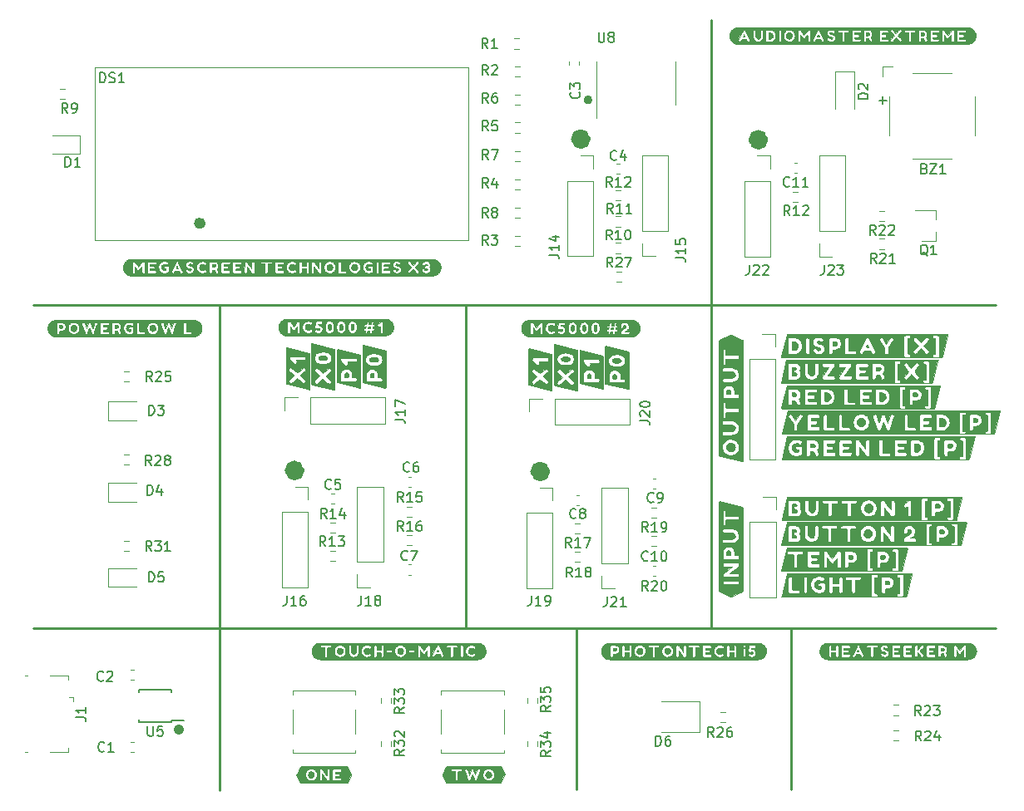
<source format=gbr>
%TF.GenerationSoftware,KiCad,Pcbnew,(5.1.9-0-10_14)*%
%TF.CreationDate,2021-03-10T21:41:09+01:00*%
%TF.ProjectId,MC5000_Board,4d433530-3030-45f4-926f-6172642e6b69,rev?*%
%TF.SameCoordinates,Original*%
%TF.FileFunction,Legend,Top*%
%TF.FilePolarity,Positive*%
%FSLAX46Y46*%
G04 Gerber Fmt 4.6, Leading zero omitted, Abs format (unit mm)*
G04 Created by KiCad (PCBNEW (5.1.9-0-10_14)) date 2021-03-10 21:41:09*
%MOMM*%
%LPD*%
G01*
G04 APERTURE LIST*
%ADD10C,1.000000*%
%ADD11C,0.250000*%
%ADD12C,0.508000*%
%ADD13C,0.120000*%
%ADD14C,0.150000*%
%ADD15C,0.600000*%
%ADD16C,0.010000*%
G04 APERTURE END LIST*
D10*
X65800000Y-113300000D02*
G75*
G03*
X65800000Y-113300000I0J0D01*
G01*
X78100000Y-86900000D02*
G75*
G03*
X78100000Y-86900000I-500000J0D01*
G01*
X103100000Y-87000000D02*
G75*
G03*
X103100000Y-87000000I-500000J0D01*
G01*
X125300000Y-53200000D02*
G75*
G03*
X125300000Y-53200000I-500000J0D01*
G01*
D11*
X128100000Y-103000000D02*
X128100000Y-119400000D01*
X106300000Y-103000000D02*
X106300000Y-119400000D01*
X138000000Y-70000000D02*
X149000000Y-70000000D01*
X120000000Y-41000000D02*
X120000000Y-70000000D01*
X70000000Y-70000000D02*
X70000000Y-104000000D01*
X95000000Y-70000000D02*
X95000000Y-103000000D01*
X120000000Y-103000000D02*
X120000000Y-69000000D01*
X51000000Y-70000000D02*
X138000000Y-70000000D01*
X70000000Y-103000000D02*
X149000000Y-103000000D01*
D12*
X107667400Y-49141200D02*
G75*
G03*
X107667400Y-49141200I-200000J0D01*
G01*
D10*
X107230800Y-53129000D02*
G75*
G03*
X107230800Y-53129000I-500000J0D01*
G01*
D11*
X70000000Y-104000000D02*
X70000000Y-119500000D01*
X51000000Y-103000000D02*
X70000000Y-103000000D01*
D13*
%TO.C,Q1*%
X142890000Y-63530000D02*
X141430000Y-63530000D01*
X142890000Y-60370000D02*
X140730000Y-60370000D01*
X142890000Y-60370000D02*
X142890000Y-61300000D01*
X142890000Y-63530000D02*
X142890000Y-62600000D01*
D14*
%TO.C,U5*%
X65075000Y-112575000D02*
X65075000Y-112350000D01*
X61725000Y-112575000D02*
X61725000Y-112275000D01*
X61725000Y-109225000D02*
X61725000Y-109525000D01*
X65075000Y-109225000D02*
X65075000Y-109525000D01*
X65075000Y-112575000D02*
X61725000Y-112575000D01*
X65075000Y-109225000D02*
X61725000Y-109225000D01*
X65075000Y-112350000D02*
X66300000Y-112350000D01*
D13*
%TO.C,DS1*%
X68250000Y-45800000D02*
X57250000Y-45800000D01*
X57250000Y-45800000D02*
X57250000Y-63400000D01*
X57250000Y-63400000D02*
X84250000Y-63400000D01*
X84250000Y-63400000D02*
X95250000Y-63400000D01*
X95250000Y-63400000D02*
X95250000Y-45800000D01*
X95250000Y-45800000D02*
X68250000Y-45800000D01*
D15*
X68250000Y-61700000D02*
G75*
G03*
X68250000Y-61700000I-300000J0D01*
G01*
D13*
%TO.C,R27*%
X110345276Y-67672500D02*
X110854724Y-67672500D01*
X110345276Y-66627500D02*
X110854724Y-66627500D01*
%TO.C,R12*%
X128345276Y-59522500D02*
X128854724Y-59522500D01*
X128345276Y-58477500D02*
X128854724Y-58477500D01*
%TO.C,J25*%
X125200000Y-72970000D02*
X126530000Y-72970000D01*
X126530000Y-72970000D02*
X126530000Y-74300000D01*
X126530000Y-75570000D02*
X126530000Y-85790000D01*
X123870000Y-85790000D02*
X126530000Y-85790000D01*
X123870000Y-75570000D02*
X123870000Y-85790000D01*
X123870000Y-75570000D02*
X126530000Y-75570000D01*
%TO.C,J24*%
X125250000Y-89570000D02*
X126580000Y-89570000D01*
X126580000Y-89570000D02*
X126580000Y-90900000D01*
X126580000Y-92170000D02*
X126580000Y-99850000D01*
X123920000Y-99850000D02*
X126580000Y-99850000D01*
X123920000Y-92170000D02*
X123920000Y-99850000D01*
X123920000Y-92170000D02*
X126580000Y-92170000D01*
%TO.C,R26*%
X121454724Y-112522500D02*
X120945276Y-112522500D01*
X121454724Y-111477500D02*
X120945276Y-111477500D01*
%TO.C,R24*%
X138545276Y-113377500D02*
X139054724Y-113377500D01*
X138545276Y-114422500D02*
X139054724Y-114422500D01*
%TO.C,R23*%
X139054724Y-111822500D02*
X138545276Y-111822500D01*
X139054724Y-110777500D02*
X138545276Y-110777500D01*
%TO.C,D6*%
X114900000Y-113585000D02*
X118785000Y-113585000D01*
X118785000Y-113585000D02*
X118785000Y-110415000D01*
X118785000Y-110415000D02*
X114900000Y-110415000D01*
D16*
%TO.C,*%
G36*
X143370000Y-105270000D02*
G01*
X143530000Y-105270000D01*
X143620000Y-105250000D01*
X143680000Y-105200000D01*
X143690000Y-105110000D01*
X143670000Y-105030000D01*
X143600000Y-104990000D01*
X143510000Y-104980000D01*
X143430000Y-104980000D01*
X143350000Y-104980000D01*
X143350000Y-105230000D01*
X143370000Y-105270000D01*
G37*
X143370000Y-105270000D02*
X143530000Y-105270000D01*
X143620000Y-105250000D01*
X143680000Y-105200000D01*
X143690000Y-105110000D01*
X143670000Y-105030000D01*
X143600000Y-104990000D01*
X143510000Y-104980000D01*
X143430000Y-104980000D01*
X143350000Y-104980000D01*
X143350000Y-105230000D01*
X143370000Y-105270000D01*
G36*
X134910000Y-105210000D02*
G01*
X134840000Y-105360000D01*
X134890000Y-105380000D01*
X134980000Y-105380000D01*
X135030000Y-105370000D01*
X134960000Y-105220000D01*
X134910000Y-105210000D01*
G37*
X134910000Y-105210000D02*
X134840000Y-105360000D01*
X134890000Y-105380000D01*
X134980000Y-105380000D01*
X135030000Y-105370000D01*
X134960000Y-105220000D01*
X134910000Y-105210000D01*
G36*
X131800000Y-104460000D02*
G01*
X131720000Y-104470000D01*
X131630000Y-104490000D01*
X131550000Y-104510000D01*
X131480000Y-104550000D01*
X131400000Y-104590000D01*
X131340000Y-104640000D01*
X131270000Y-104700000D01*
X131220000Y-104760000D01*
X131160000Y-104830000D01*
X131120000Y-104900000D01*
X131080000Y-104980000D01*
X131060000Y-105060000D01*
X131040000Y-105140000D01*
X131020000Y-105220000D01*
X131020000Y-105310000D01*
X131030000Y-105390000D01*
X131040000Y-105470000D01*
X131060000Y-105560000D01*
X131090000Y-105640000D01*
X131130000Y-105710000D01*
X131170000Y-105780000D01*
X131220000Y-105850000D01*
X131280000Y-105910000D01*
X131350000Y-105970000D01*
X131410000Y-106020000D01*
X131490000Y-106060000D01*
X131570000Y-106090000D01*
X131650000Y-106120000D01*
X131730000Y-106140000D01*
X131810000Y-106140000D01*
X131900000Y-106150000D01*
X132000000Y-105880000D01*
X131950000Y-105840000D01*
X131930000Y-105770000D01*
X131930000Y-104830000D01*
X131940000Y-104750000D01*
X131990000Y-104710000D01*
X132100000Y-104700000D01*
X132190000Y-104720000D01*
X132220000Y-104780000D01*
X132220000Y-104870000D01*
X132220000Y-105130000D01*
X132250000Y-105180000D01*
X132590000Y-105180000D01*
X132650000Y-105160000D01*
X132650000Y-104820000D01*
X132670000Y-104740000D01*
X132690000Y-104720000D01*
X132770000Y-104700000D01*
X132860000Y-104710000D01*
X132930000Y-104750000D01*
X132940000Y-104830000D01*
X132940000Y-105760000D01*
X133200000Y-105740000D01*
X133200000Y-104890000D01*
X133200000Y-104800000D01*
X133220000Y-104730000D01*
X133290000Y-104700000D01*
X133390000Y-104700000D01*
X133980000Y-104700000D01*
X134060000Y-104710000D01*
X134110000Y-104750000D01*
X134130000Y-104850000D01*
X134110000Y-104950000D01*
X134050000Y-104980000D01*
X133970000Y-104990000D01*
X133540000Y-104990000D01*
X133480000Y-105010000D01*
X133480000Y-105100000D01*
X133510000Y-105160000D01*
X133850000Y-105160000D01*
X133920000Y-105180000D01*
X133950000Y-105260000D01*
X133940000Y-105360000D01*
X133900000Y-105420000D01*
X133820000Y-105440000D01*
X133560000Y-105440000D01*
X133480000Y-105450000D01*
X133480000Y-105530000D01*
X133500000Y-105600000D01*
X134010000Y-105610000D01*
X134090000Y-105630000D01*
X134120000Y-105690000D01*
X134120000Y-105800000D01*
X134350000Y-105790000D01*
X134340000Y-105720000D01*
X134380000Y-105640000D01*
X134790000Y-104800000D01*
X134830000Y-104730000D01*
X134910000Y-104690000D01*
X134990000Y-104690000D01*
X135050000Y-104740000D01*
X135090000Y-104820000D01*
X135500000Y-105660000D01*
X135530000Y-105740000D01*
X136220000Y-105780000D01*
X136220000Y-105010000D01*
X136210000Y-104940000D01*
X135960000Y-104940000D01*
X135870000Y-104930000D01*
X135800000Y-104900000D01*
X135790000Y-104810000D01*
X135800000Y-104730000D01*
X135870000Y-104700000D01*
X135990000Y-104700000D01*
X136840000Y-104700000D01*
X136910000Y-104730000D01*
X136920000Y-104810000D01*
X136910000Y-104900000D01*
X137220000Y-104950000D01*
X137240000Y-104870000D01*
X137290000Y-104800000D01*
X137350000Y-104740000D01*
X137410000Y-104700000D01*
X137490000Y-104680000D01*
X137580000Y-104670000D01*
X137680000Y-104670000D01*
X137760000Y-104680000D01*
X137850000Y-104710000D01*
X137910000Y-104750000D01*
X137980000Y-104810000D01*
X137980000Y-104880000D01*
X137930000Y-104960000D01*
X137870000Y-105020000D01*
X137800000Y-105010000D01*
X137720000Y-104960000D01*
X137650000Y-104930000D01*
X137560000Y-104940000D01*
X137500000Y-104990000D01*
X137510000Y-105070000D01*
X137580000Y-105120000D01*
X137740000Y-105160000D01*
X137830000Y-105190000D01*
X137910000Y-105220000D01*
X137970000Y-105260000D01*
X138020000Y-105340000D01*
X138050000Y-105410000D01*
X138060000Y-105500000D01*
X138050000Y-105590000D01*
X138340000Y-105690000D01*
X138340000Y-104850000D01*
X138350000Y-104750000D01*
X138390000Y-104710000D01*
X138490000Y-104700000D01*
X139080000Y-104700000D01*
X139170000Y-104700000D01*
X139240000Y-104730000D01*
X139260000Y-104800000D01*
X139260000Y-104910000D01*
X139220000Y-104970000D01*
X139150000Y-104990000D01*
X138640000Y-104990000D01*
X138620000Y-105060000D01*
X138620000Y-105140000D01*
X138700000Y-105160000D01*
X138950000Y-105160000D01*
X139030000Y-105170000D01*
X139080000Y-105220000D01*
X139090000Y-105320000D01*
X139060000Y-105400000D01*
X139000000Y-105440000D01*
X138910000Y-105440000D01*
X138660000Y-105440000D01*
X138620000Y-105490000D01*
X138620000Y-105580000D01*
X138690000Y-105600000D01*
X139110000Y-105600000D01*
X139190000Y-105610000D01*
X139250000Y-105650000D01*
X139270000Y-105750000D01*
X139520000Y-105780000D01*
X139520000Y-105690000D01*
X139520000Y-104840000D01*
X139540000Y-104750000D01*
X139580000Y-104710000D01*
X139680000Y-104700000D01*
X140270000Y-104700000D01*
X140360000Y-104700000D01*
X140430000Y-104730000D01*
X140450000Y-104810000D01*
X140440000Y-104920000D01*
X140400000Y-104970000D01*
X140330000Y-104990000D01*
X139820000Y-104990000D01*
X139810000Y-105060000D01*
X139810000Y-105150000D01*
X139890000Y-105160000D01*
X140140000Y-105160000D01*
X140220000Y-105170000D01*
X140260000Y-105220000D01*
X140270000Y-105330000D01*
X140240000Y-105410000D01*
X140180000Y-105440000D01*
X140090000Y-105440000D01*
X139840000Y-105440000D01*
X139810000Y-105500000D01*
X139810000Y-105590000D01*
X139880000Y-105600000D01*
X140300000Y-105600000D01*
X140390000Y-105610000D01*
X140440000Y-105660000D01*
X140450000Y-105760000D01*
X140710000Y-105730000D01*
X140710000Y-104800000D01*
X140720000Y-104720000D01*
X140780000Y-104690000D01*
X140900000Y-104680000D01*
X140970000Y-104720000D01*
X140990000Y-104780000D01*
X140990000Y-104870000D01*
X140990000Y-105130000D01*
X141050000Y-105070000D01*
X141170000Y-104940000D01*
X141330000Y-104760000D01*
X141390000Y-104700000D01*
X141450000Y-104660000D01*
X141520000Y-104690000D01*
X141600000Y-104760000D01*
X141620000Y-104830000D01*
X141870000Y-104860000D01*
X141880000Y-104760000D01*
X141920000Y-104710000D01*
X142010000Y-104700000D01*
X142690000Y-104700000D01*
X142770000Y-104720000D01*
X142800000Y-104790000D01*
X142800000Y-104900000D01*
X142770000Y-104970000D01*
X142700000Y-104990000D01*
X142190000Y-104990000D01*
X142160000Y-105050000D01*
X142160000Y-105130000D01*
X142220000Y-105160000D01*
X142480000Y-105160000D01*
X142560000Y-105160000D01*
X142610000Y-105210000D01*
X142630000Y-105300000D01*
X142610000Y-105390000D01*
X142550000Y-105430000D01*
X142460000Y-105440000D01*
X142210000Y-105440000D01*
X142160000Y-105480000D01*
X142160000Y-105570000D01*
X142220000Y-105600000D01*
X142640000Y-105600000D01*
X142720000Y-105610000D01*
X142790000Y-105640000D01*
X142810000Y-105730000D01*
X143060000Y-105720000D01*
X143060000Y-104790000D01*
X143080000Y-104720000D01*
X143150000Y-104690000D01*
X143250000Y-104690000D01*
X143510000Y-104690000D01*
X143590000Y-104690000D01*
X143670000Y-104710000D01*
X143740000Y-104740000D01*
X143820000Y-104790000D01*
X143880000Y-104850000D01*
X143930000Y-104920000D01*
X143960000Y-105000000D01*
X143980000Y-105080000D01*
X143980000Y-105170000D01*
X143960000Y-105250000D01*
X143930000Y-105330000D01*
X143890000Y-105400000D01*
X143870000Y-105450000D01*
X143930000Y-105600000D01*
X143990000Y-105760000D01*
X143970000Y-105820000D01*
X143880000Y-105870000D01*
X143800000Y-105890000D01*
X143730000Y-105850000D01*
X143710000Y-105820000D01*
X143650000Y-105660000D01*
X143590000Y-105550000D01*
X143420000Y-105550000D01*
X143350000Y-105560000D01*
X143350000Y-105730000D01*
X143340000Y-105820000D01*
X143300000Y-105870000D01*
X143200000Y-105880000D01*
X143100000Y-105870000D01*
X143070000Y-105810000D01*
X143060000Y-105730000D01*
X142810000Y-105730000D01*
X142790000Y-105840000D01*
X142750000Y-105880000D01*
X142660000Y-105890000D01*
X142070000Y-105890000D01*
X141970000Y-105890000D01*
X141900000Y-105860000D01*
X141880000Y-105800000D01*
X141870000Y-105710000D01*
X141870000Y-104860000D01*
X141620000Y-104830000D01*
X141580000Y-104900000D01*
X141540000Y-104960000D01*
X141430000Y-105070000D01*
X141290000Y-105210000D01*
X141220000Y-105270000D01*
X141260000Y-105320000D01*
X141400000Y-105460000D01*
X141550000Y-105620000D01*
X141600000Y-105680000D01*
X141620000Y-105750000D01*
X141580000Y-105820000D01*
X141500000Y-105880000D01*
X141430000Y-105890000D01*
X141360000Y-105840000D01*
X141020000Y-105450000D01*
X140990000Y-105460000D01*
X140990000Y-105710000D01*
X140990000Y-105800000D01*
X140950000Y-105860000D01*
X140860000Y-105880000D01*
X140760000Y-105860000D01*
X140710000Y-105810000D01*
X140710000Y-105730000D01*
X140450000Y-105760000D01*
X140430000Y-105850000D01*
X140380000Y-105890000D01*
X140290000Y-105890000D01*
X139700000Y-105890000D01*
X139600000Y-105890000D01*
X139540000Y-105850000D01*
X139520000Y-105780000D01*
X139270000Y-105750000D01*
X139250000Y-105850000D01*
X139200000Y-105890000D01*
X139110000Y-105890000D01*
X138520000Y-105890000D01*
X138420000Y-105890000D01*
X138350000Y-105850000D01*
X138340000Y-105790000D01*
X138340000Y-105700000D01*
X138050000Y-105590000D01*
X138020000Y-105670000D01*
X137980000Y-105740000D01*
X137920000Y-105800000D01*
X137850000Y-105840000D01*
X137770000Y-105870000D01*
X137690000Y-105890000D01*
X137600000Y-105890000D01*
X137510000Y-105880000D01*
X137430000Y-105860000D01*
X137360000Y-105820000D01*
X137290000Y-105760000D01*
X137240000Y-105710000D01*
X137200000Y-105650000D01*
X137200000Y-105590000D01*
X137250000Y-105510000D01*
X137330000Y-105470000D01*
X137400000Y-105480000D01*
X137470000Y-105550000D01*
X137540000Y-105600000D01*
X137620000Y-105620000D01*
X137710000Y-105600000D01*
X137760000Y-105550000D01*
X137760000Y-105470000D01*
X137690000Y-105420000D01*
X137530000Y-105380000D01*
X137450000Y-105350000D01*
X137370000Y-105310000D01*
X137300000Y-105270000D01*
X137250000Y-105200000D01*
X137220000Y-105120000D01*
X137210000Y-105040000D01*
X137220000Y-104950000D01*
X136910000Y-104900000D01*
X136850000Y-104930000D01*
X136750000Y-104940000D01*
X136500000Y-104940000D01*
X136500000Y-105020000D01*
X136500000Y-105790000D01*
X136470000Y-105860000D01*
X136400000Y-105890000D01*
X136310000Y-105890000D01*
X136240000Y-105860000D01*
X136220000Y-105780000D01*
X135530000Y-105740000D01*
X135520000Y-105800000D01*
X135450000Y-105860000D01*
X135360000Y-105890000D01*
X135290000Y-105860000D01*
X135240000Y-105790000D01*
X135170000Y-105640000D01*
X135100000Y-105620000D01*
X134760000Y-105620000D01*
X134700000Y-105660000D01*
X134620000Y-105810000D01*
X134570000Y-105880000D01*
X134500000Y-105890000D01*
X134410000Y-105850000D01*
X134350000Y-105790000D01*
X134120000Y-105800000D01*
X134090000Y-105870000D01*
X134020000Y-105890000D01*
X133930000Y-105890000D01*
X133340000Y-105890000D01*
X133240000Y-105880000D01*
X133200000Y-105830000D01*
X133200000Y-105740000D01*
X132940000Y-105770000D01*
X132920000Y-105840000D01*
X132870000Y-105880000D01*
X132760000Y-105890000D01*
X132680000Y-105860000D01*
X132660000Y-105800000D01*
X132650000Y-105710000D01*
X132650000Y-105460000D01*
X132610000Y-105420000D01*
X132270000Y-105420000D01*
X132220000Y-105460000D01*
X132220000Y-105710000D01*
X132220000Y-105800000D01*
X132190000Y-105870000D01*
X132110000Y-105890000D01*
X132010000Y-105880000D01*
X131900000Y-106150000D01*
X146120000Y-106150000D01*
X146210000Y-106140000D01*
X146290000Y-106130000D01*
X146370000Y-106110000D01*
X146450000Y-106080000D01*
X146530000Y-106050000D01*
X146600000Y-106000000D01*
X146670000Y-105950000D01*
X146730000Y-105900000D01*
X146790000Y-105830000D01*
X146840000Y-105770000D01*
X146880000Y-105690000D01*
X146920000Y-105620000D01*
X146950000Y-105540000D01*
X146970000Y-105450000D01*
X146980000Y-105370000D01*
X146980000Y-105280000D01*
X146970000Y-105200000D01*
X146960000Y-105120000D01*
X146940000Y-105040000D01*
X146910000Y-104960000D01*
X146870000Y-104880000D01*
X146820000Y-104810000D01*
X146770000Y-104740000D01*
X146710000Y-104680000D01*
X146650000Y-104630000D01*
X146580000Y-104580000D01*
X146500000Y-104540000D01*
X146430000Y-104510000D01*
X146340000Y-104480000D01*
X146260000Y-104460000D01*
X146180000Y-104450000D01*
X146090000Y-104450000D01*
X145930000Y-104750000D01*
X145950000Y-104820000D01*
X145950000Y-105770000D01*
X145920000Y-105850000D01*
X145860000Y-105890000D01*
X145770000Y-105890000D01*
X145700000Y-105870000D01*
X145660000Y-105800000D01*
X145660000Y-105710000D01*
X145660000Y-105200000D01*
X145450000Y-105480000D01*
X145410000Y-105540000D01*
X145340000Y-105580000D01*
X145260000Y-105580000D01*
X145190000Y-105530000D01*
X144970000Y-105230000D01*
X144950000Y-105210000D01*
X144950000Y-105800000D01*
X144910000Y-105870000D01*
X144830000Y-105890000D01*
X144730000Y-105880000D01*
X144680000Y-105830000D01*
X144670000Y-105750000D01*
X144670000Y-104820000D01*
X144690000Y-104740000D01*
X144740000Y-104710000D01*
X144850000Y-104700000D01*
X144920000Y-104730000D01*
X144980000Y-104790000D01*
X145280000Y-105200000D01*
X145340000Y-105180000D01*
X145530000Y-104930000D01*
X145690000Y-104730000D01*
X145760000Y-104700000D01*
X145870000Y-104700000D01*
X145930000Y-104740000D01*
X146090000Y-104450000D01*
X131870000Y-104450000D01*
X131800000Y-104460000D01*
G37*
X131800000Y-104460000D02*
X131720000Y-104470000D01*
X131630000Y-104490000D01*
X131550000Y-104510000D01*
X131480000Y-104550000D01*
X131400000Y-104590000D01*
X131340000Y-104640000D01*
X131270000Y-104700000D01*
X131220000Y-104760000D01*
X131160000Y-104830000D01*
X131120000Y-104900000D01*
X131080000Y-104980000D01*
X131060000Y-105060000D01*
X131040000Y-105140000D01*
X131020000Y-105220000D01*
X131020000Y-105310000D01*
X131030000Y-105390000D01*
X131040000Y-105470000D01*
X131060000Y-105560000D01*
X131090000Y-105640000D01*
X131130000Y-105710000D01*
X131170000Y-105780000D01*
X131220000Y-105850000D01*
X131280000Y-105910000D01*
X131350000Y-105970000D01*
X131410000Y-106020000D01*
X131490000Y-106060000D01*
X131570000Y-106090000D01*
X131650000Y-106120000D01*
X131730000Y-106140000D01*
X131810000Y-106140000D01*
X131900000Y-106150000D01*
X132000000Y-105880000D01*
X131950000Y-105840000D01*
X131930000Y-105770000D01*
X131930000Y-104830000D01*
X131940000Y-104750000D01*
X131990000Y-104710000D01*
X132100000Y-104700000D01*
X132190000Y-104720000D01*
X132220000Y-104780000D01*
X132220000Y-104870000D01*
X132220000Y-105130000D01*
X132250000Y-105180000D01*
X132590000Y-105180000D01*
X132650000Y-105160000D01*
X132650000Y-104820000D01*
X132670000Y-104740000D01*
X132690000Y-104720000D01*
X132770000Y-104700000D01*
X132860000Y-104710000D01*
X132930000Y-104750000D01*
X132940000Y-104830000D01*
X132940000Y-105760000D01*
X133200000Y-105740000D01*
X133200000Y-104890000D01*
X133200000Y-104800000D01*
X133220000Y-104730000D01*
X133290000Y-104700000D01*
X133390000Y-104700000D01*
X133980000Y-104700000D01*
X134060000Y-104710000D01*
X134110000Y-104750000D01*
X134130000Y-104850000D01*
X134110000Y-104950000D01*
X134050000Y-104980000D01*
X133970000Y-104990000D01*
X133540000Y-104990000D01*
X133480000Y-105010000D01*
X133480000Y-105100000D01*
X133510000Y-105160000D01*
X133850000Y-105160000D01*
X133920000Y-105180000D01*
X133950000Y-105260000D01*
X133940000Y-105360000D01*
X133900000Y-105420000D01*
X133820000Y-105440000D01*
X133560000Y-105440000D01*
X133480000Y-105450000D01*
X133480000Y-105530000D01*
X133500000Y-105600000D01*
X134010000Y-105610000D01*
X134090000Y-105630000D01*
X134120000Y-105690000D01*
X134120000Y-105800000D01*
X134350000Y-105790000D01*
X134340000Y-105720000D01*
X134380000Y-105640000D01*
X134790000Y-104800000D01*
X134830000Y-104730000D01*
X134910000Y-104690000D01*
X134990000Y-104690000D01*
X135050000Y-104740000D01*
X135090000Y-104820000D01*
X135500000Y-105660000D01*
X135530000Y-105740000D01*
X136220000Y-105780000D01*
X136220000Y-105010000D01*
X136210000Y-104940000D01*
X135960000Y-104940000D01*
X135870000Y-104930000D01*
X135800000Y-104900000D01*
X135790000Y-104810000D01*
X135800000Y-104730000D01*
X135870000Y-104700000D01*
X135990000Y-104700000D01*
X136840000Y-104700000D01*
X136910000Y-104730000D01*
X136920000Y-104810000D01*
X136910000Y-104900000D01*
X137220000Y-104950000D01*
X137240000Y-104870000D01*
X137290000Y-104800000D01*
X137350000Y-104740000D01*
X137410000Y-104700000D01*
X137490000Y-104680000D01*
X137580000Y-104670000D01*
X137680000Y-104670000D01*
X137760000Y-104680000D01*
X137850000Y-104710000D01*
X137910000Y-104750000D01*
X137980000Y-104810000D01*
X137980000Y-104880000D01*
X137930000Y-104960000D01*
X137870000Y-105020000D01*
X137800000Y-105010000D01*
X137720000Y-104960000D01*
X137650000Y-104930000D01*
X137560000Y-104940000D01*
X137500000Y-104990000D01*
X137510000Y-105070000D01*
X137580000Y-105120000D01*
X137740000Y-105160000D01*
X137830000Y-105190000D01*
X137910000Y-105220000D01*
X137970000Y-105260000D01*
X138020000Y-105340000D01*
X138050000Y-105410000D01*
X138060000Y-105500000D01*
X138050000Y-105590000D01*
X138340000Y-105690000D01*
X138340000Y-104850000D01*
X138350000Y-104750000D01*
X138390000Y-104710000D01*
X138490000Y-104700000D01*
X139080000Y-104700000D01*
X139170000Y-104700000D01*
X139240000Y-104730000D01*
X139260000Y-104800000D01*
X139260000Y-104910000D01*
X139220000Y-104970000D01*
X139150000Y-104990000D01*
X138640000Y-104990000D01*
X138620000Y-105060000D01*
X138620000Y-105140000D01*
X138700000Y-105160000D01*
X138950000Y-105160000D01*
X139030000Y-105170000D01*
X139080000Y-105220000D01*
X139090000Y-105320000D01*
X139060000Y-105400000D01*
X139000000Y-105440000D01*
X138910000Y-105440000D01*
X138660000Y-105440000D01*
X138620000Y-105490000D01*
X138620000Y-105580000D01*
X138690000Y-105600000D01*
X139110000Y-105600000D01*
X139190000Y-105610000D01*
X139250000Y-105650000D01*
X139270000Y-105750000D01*
X139520000Y-105780000D01*
X139520000Y-105690000D01*
X139520000Y-104840000D01*
X139540000Y-104750000D01*
X139580000Y-104710000D01*
X139680000Y-104700000D01*
X140270000Y-104700000D01*
X140360000Y-104700000D01*
X140430000Y-104730000D01*
X140450000Y-104810000D01*
X140440000Y-104920000D01*
X140400000Y-104970000D01*
X140330000Y-104990000D01*
X139820000Y-104990000D01*
X139810000Y-105060000D01*
X139810000Y-105150000D01*
X139890000Y-105160000D01*
X140140000Y-105160000D01*
X140220000Y-105170000D01*
X140260000Y-105220000D01*
X140270000Y-105330000D01*
X140240000Y-105410000D01*
X140180000Y-105440000D01*
X140090000Y-105440000D01*
X139840000Y-105440000D01*
X139810000Y-105500000D01*
X139810000Y-105590000D01*
X139880000Y-105600000D01*
X140300000Y-105600000D01*
X140390000Y-105610000D01*
X140440000Y-105660000D01*
X140450000Y-105760000D01*
X140710000Y-105730000D01*
X140710000Y-104800000D01*
X140720000Y-104720000D01*
X140780000Y-104690000D01*
X140900000Y-104680000D01*
X140970000Y-104720000D01*
X140990000Y-104780000D01*
X140990000Y-104870000D01*
X140990000Y-105130000D01*
X141050000Y-105070000D01*
X141170000Y-104940000D01*
X141330000Y-104760000D01*
X141390000Y-104700000D01*
X141450000Y-104660000D01*
X141520000Y-104690000D01*
X141600000Y-104760000D01*
X141620000Y-104830000D01*
X141870000Y-104860000D01*
X141880000Y-104760000D01*
X141920000Y-104710000D01*
X142010000Y-104700000D01*
X142690000Y-104700000D01*
X142770000Y-104720000D01*
X142800000Y-104790000D01*
X142800000Y-104900000D01*
X142770000Y-104970000D01*
X142700000Y-104990000D01*
X142190000Y-104990000D01*
X142160000Y-105050000D01*
X142160000Y-105130000D01*
X142220000Y-105160000D01*
X142480000Y-105160000D01*
X142560000Y-105160000D01*
X142610000Y-105210000D01*
X142630000Y-105300000D01*
X142610000Y-105390000D01*
X142550000Y-105430000D01*
X142460000Y-105440000D01*
X142210000Y-105440000D01*
X142160000Y-105480000D01*
X142160000Y-105570000D01*
X142220000Y-105600000D01*
X142640000Y-105600000D01*
X142720000Y-105610000D01*
X142790000Y-105640000D01*
X142810000Y-105730000D01*
X143060000Y-105720000D01*
X143060000Y-104790000D01*
X143080000Y-104720000D01*
X143150000Y-104690000D01*
X143250000Y-104690000D01*
X143510000Y-104690000D01*
X143590000Y-104690000D01*
X143670000Y-104710000D01*
X143740000Y-104740000D01*
X143820000Y-104790000D01*
X143880000Y-104850000D01*
X143930000Y-104920000D01*
X143960000Y-105000000D01*
X143980000Y-105080000D01*
X143980000Y-105170000D01*
X143960000Y-105250000D01*
X143930000Y-105330000D01*
X143890000Y-105400000D01*
X143870000Y-105450000D01*
X143930000Y-105600000D01*
X143990000Y-105760000D01*
X143970000Y-105820000D01*
X143880000Y-105870000D01*
X143800000Y-105890000D01*
X143730000Y-105850000D01*
X143710000Y-105820000D01*
X143650000Y-105660000D01*
X143590000Y-105550000D01*
X143420000Y-105550000D01*
X143350000Y-105560000D01*
X143350000Y-105730000D01*
X143340000Y-105820000D01*
X143300000Y-105870000D01*
X143200000Y-105880000D01*
X143100000Y-105870000D01*
X143070000Y-105810000D01*
X143060000Y-105730000D01*
X142810000Y-105730000D01*
X142790000Y-105840000D01*
X142750000Y-105880000D01*
X142660000Y-105890000D01*
X142070000Y-105890000D01*
X141970000Y-105890000D01*
X141900000Y-105860000D01*
X141880000Y-105800000D01*
X141870000Y-105710000D01*
X141870000Y-104860000D01*
X141620000Y-104830000D01*
X141580000Y-104900000D01*
X141540000Y-104960000D01*
X141430000Y-105070000D01*
X141290000Y-105210000D01*
X141220000Y-105270000D01*
X141260000Y-105320000D01*
X141400000Y-105460000D01*
X141550000Y-105620000D01*
X141600000Y-105680000D01*
X141620000Y-105750000D01*
X141580000Y-105820000D01*
X141500000Y-105880000D01*
X141430000Y-105890000D01*
X141360000Y-105840000D01*
X141020000Y-105450000D01*
X140990000Y-105460000D01*
X140990000Y-105710000D01*
X140990000Y-105800000D01*
X140950000Y-105860000D01*
X140860000Y-105880000D01*
X140760000Y-105860000D01*
X140710000Y-105810000D01*
X140710000Y-105730000D01*
X140450000Y-105760000D01*
X140430000Y-105850000D01*
X140380000Y-105890000D01*
X140290000Y-105890000D01*
X139700000Y-105890000D01*
X139600000Y-105890000D01*
X139540000Y-105850000D01*
X139520000Y-105780000D01*
X139270000Y-105750000D01*
X139250000Y-105850000D01*
X139200000Y-105890000D01*
X139110000Y-105890000D01*
X138520000Y-105890000D01*
X138420000Y-105890000D01*
X138350000Y-105850000D01*
X138340000Y-105790000D01*
X138340000Y-105700000D01*
X138050000Y-105590000D01*
X138020000Y-105670000D01*
X137980000Y-105740000D01*
X137920000Y-105800000D01*
X137850000Y-105840000D01*
X137770000Y-105870000D01*
X137690000Y-105890000D01*
X137600000Y-105890000D01*
X137510000Y-105880000D01*
X137430000Y-105860000D01*
X137360000Y-105820000D01*
X137290000Y-105760000D01*
X137240000Y-105710000D01*
X137200000Y-105650000D01*
X137200000Y-105590000D01*
X137250000Y-105510000D01*
X137330000Y-105470000D01*
X137400000Y-105480000D01*
X137470000Y-105550000D01*
X137540000Y-105600000D01*
X137620000Y-105620000D01*
X137710000Y-105600000D01*
X137760000Y-105550000D01*
X137760000Y-105470000D01*
X137690000Y-105420000D01*
X137530000Y-105380000D01*
X137450000Y-105350000D01*
X137370000Y-105310000D01*
X137300000Y-105270000D01*
X137250000Y-105200000D01*
X137220000Y-105120000D01*
X137210000Y-105040000D01*
X137220000Y-104950000D01*
X136910000Y-104900000D01*
X136850000Y-104930000D01*
X136750000Y-104940000D01*
X136500000Y-104940000D01*
X136500000Y-105020000D01*
X136500000Y-105790000D01*
X136470000Y-105860000D01*
X136400000Y-105890000D01*
X136310000Y-105890000D01*
X136240000Y-105860000D01*
X136220000Y-105780000D01*
X135530000Y-105740000D01*
X135520000Y-105800000D01*
X135450000Y-105860000D01*
X135360000Y-105890000D01*
X135290000Y-105860000D01*
X135240000Y-105790000D01*
X135170000Y-105640000D01*
X135100000Y-105620000D01*
X134760000Y-105620000D01*
X134700000Y-105660000D01*
X134620000Y-105810000D01*
X134570000Y-105880000D01*
X134500000Y-105890000D01*
X134410000Y-105850000D01*
X134350000Y-105790000D01*
X134120000Y-105800000D01*
X134090000Y-105870000D01*
X134020000Y-105890000D01*
X133930000Y-105890000D01*
X133340000Y-105890000D01*
X133240000Y-105880000D01*
X133200000Y-105830000D01*
X133200000Y-105740000D01*
X132940000Y-105770000D01*
X132920000Y-105840000D01*
X132870000Y-105880000D01*
X132760000Y-105890000D01*
X132680000Y-105860000D01*
X132660000Y-105800000D01*
X132650000Y-105710000D01*
X132650000Y-105460000D01*
X132610000Y-105420000D01*
X132270000Y-105420000D01*
X132220000Y-105460000D01*
X132220000Y-105710000D01*
X132220000Y-105800000D01*
X132190000Y-105870000D01*
X132110000Y-105890000D01*
X132010000Y-105880000D01*
X131900000Y-106150000D01*
X146120000Y-106150000D01*
X146210000Y-106140000D01*
X146290000Y-106130000D01*
X146370000Y-106110000D01*
X146450000Y-106080000D01*
X146530000Y-106050000D01*
X146600000Y-106000000D01*
X146670000Y-105950000D01*
X146730000Y-105900000D01*
X146790000Y-105830000D01*
X146840000Y-105770000D01*
X146880000Y-105690000D01*
X146920000Y-105620000D01*
X146950000Y-105540000D01*
X146970000Y-105450000D01*
X146980000Y-105370000D01*
X146980000Y-105280000D01*
X146970000Y-105200000D01*
X146960000Y-105120000D01*
X146940000Y-105040000D01*
X146910000Y-104960000D01*
X146870000Y-104880000D01*
X146820000Y-104810000D01*
X146770000Y-104740000D01*
X146710000Y-104680000D01*
X146650000Y-104630000D01*
X146580000Y-104580000D01*
X146500000Y-104540000D01*
X146430000Y-104510000D01*
X146340000Y-104480000D01*
X146260000Y-104460000D01*
X146180000Y-104450000D01*
X146090000Y-104450000D01*
X145930000Y-104750000D01*
X145950000Y-104820000D01*
X145950000Y-105770000D01*
X145920000Y-105850000D01*
X145860000Y-105890000D01*
X145770000Y-105890000D01*
X145700000Y-105870000D01*
X145660000Y-105800000D01*
X145660000Y-105710000D01*
X145660000Y-105200000D01*
X145450000Y-105480000D01*
X145410000Y-105540000D01*
X145340000Y-105580000D01*
X145260000Y-105580000D01*
X145190000Y-105530000D01*
X144970000Y-105230000D01*
X144950000Y-105210000D01*
X144950000Y-105800000D01*
X144910000Y-105870000D01*
X144830000Y-105890000D01*
X144730000Y-105880000D01*
X144680000Y-105830000D01*
X144670000Y-105750000D01*
X144670000Y-104820000D01*
X144690000Y-104740000D01*
X144740000Y-104710000D01*
X144850000Y-104700000D01*
X144920000Y-104730000D01*
X144980000Y-104790000D01*
X145280000Y-105200000D01*
X145340000Y-105180000D01*
X145530000Y-104930000D01*
X145690000Y-104730000D01*
X145760000Y-104700000D01*
X145870000Y-104700000D01*
X145930000Y-104740000D01*
X146090000Y-104450000D01*
X131870000Y-104450000D01*
X131800000Y-104460000D01*
G36*
X115260000Y-105450000D02*
G01*
X115330000Y-105510000D01*
X115400000Y-105570000D01*
X115470000Y-105600000D01*
X115550000Y-105600000D01*
X115630000Y-105590000D01*
X115710000Y-105550000D01*
X115770000Y-105490000D01*
X115810000Y-105420000D01*
X115830000Y-105340000D01*
X115830000Y-105250000D01*
X115820000Y-105160000D01*
X115780000Y-105090000D01*
X115720000Y-105030000D01*
X115650000Y-104980000D01*
X115570000Y-104960000D01*
X115490000Y-104970000D01*
X115410000Y-104990000D01*
X115340000Y-105040000D01*
X115280000Y-105110000D01*
X115250000Y-105180000D01*
X115240000Y-105270000D01*
X115240000Y-105350000D01*
X115260000Y-105450000D01*
G37*
X115260000Y-105450000D02*
X115330000Y-105510000D01*
X115400000Y-105570000D01*
X115470000Y-105600000D01*
X115550000Y-105600000D01*
X115630000Y-105590000D01*
X115710000Y-105550000D01*
X115770000Y-105490000D01*
X115810000Y-105420000D01*
X115830000Y-105340000D01*
X115830000Y-105250000D01*
X115820000Y-105160000D01*
X115780000Y-105090000D01*
X115720000Y-105030000D01*
X115650000Y-104980000D01*
X115570000Y-104960000D01*
X115490000Y-104970000D01*
X115410000Y-104990000D01*
X115340000Y-105040000D01*
X115280000Y-105110000D01*
X115250000Y-105180000D01*
X115240000Y-105270000D01*
X115240000Y-105350000D01*
X115260000Y-105450000D01*
G36*
X112430000Y-105440000D02*
G01*
X112490000Y-105500000D01*
X112560000Y-105560000D01*
X112630000Y-105590000D01*
X112710000Y-105600000D01*
X112800000Y-105590000D01*
X112870000Y-105560000D01*
X112940000Y-105510000D01*
X112990000Y-105440000D01*
X113010000Y-105360000D01*
X113020000Y-105270000D01*
X113000000Y-105180000D01*
X112970000Y-105110000D01*
X112920000Y-105040000D01*
X112850000Y-104990000D01*
X112770000Y-104970000D01*
X112690000Y-104960000D01*
X112610000Y-104980000D01*
X112540000Y-105030000D01*
X112480000Y-105090000D01*
X112440000Y-105160000D01*
X112420000Y-105240000D01*
X112420000Y-105420000D01*
X112430000Y-105440000D01*
G37*
X112430000Y-105440000D02*
X112490000Y-105500000D01*
X112560000Y-105560000D01*
X112630000Y-105590000D01*
X112710000Y-105600000D01*
X112800000Y-105590000D01*
X112870000Y-105560000D01*
X112940000Y-105510000D01*
X112990000Y-105440000D01*
X113010000Y-105360000D01*
X113020000Y-105270000D01*
X113000000Y-105180000D01*
X112970000Y-105110000D01*
X112920000Y-105040000D01*
X112850000Y-104990000D01*
X112770000Y-104970000D01*
X112690000Y-104960000D01*
X112610000Y-104980000D01*
X112540000Y-105030000D01*
X112480000Y-105090000D01*
X112440000Y-105160000D01*
X112420000Y-105240000D01*
X112420000Y-105420000D01*
X112430000Y-105440000D01*
G36*
X110280000Y-105260000D02*
G01*
X110340000Y-105200000D01*
X110350000Y-105110000D01*
X110320000Y-105040000D01*
X110240000Y-104990000D01*
X110160000Y-104990000D01*
X110080000Y-104990000D01*
X110000000Y-105000000D01*
X110000000Y-105250000D01*
X110070000Y-105270000D01*
X110230000Y-105270000D01*
X110280000Y-105260000D01*
G37*
X110280000Y-105260000D02*
X110340000Y-105200000D01*
X110350000Y-105110000D01*
X110320000Y-105040000D01*
X110240000Y-104990000D01*
X110160000Y-104990000D01*
X110080000Y-104990000D01*
X110000000Y-105000000D01*
X110000000Y-105250000D01*
X110070000Y-105270000D01*
X110230000Y-105270000D01*
X110280000Y-105260000D01*
G36*
X109590000Y-104460000D02*
G01*
X109500000Y-104470000D01*
X109420000Y-104480000D01*
X109340000Y-104510000D01*
X109260000Y-104550000D01*
X109190000Y-104590000D01*
X109120000Y-104640000D01*
X109060000Y-104690000D01*
X109000000Y-104760000D01*
X108950000Y-104820000D01*
X108900000Y-104900000D01*
X108870000Y-104970000D01*
X108840000Y-105050000D01*
X108820000Y-105130000D01*
X108810000Y-105220000D01*
X108800000Y-105300000D01*
X108810000Y-105390000D01*
X108820000Y-105470000D01*
X108840000Y-105550000D01*
X108870000Y-105630000D01*
X108910000Y-105710000D01*
X108950000Y-105780000D01*
X109000000Y-105850000D01*
X109060000Y-105910000D01*
X109120000Y-105960000D01*
X109190000Y-106010000D01*
X109270000Y-106060000D01*
X109340000Y-106090000D01*
X109420000Y-106120000D01*
X109510000Y-106130000D01*
X109590000Y-106140000D01*
X109670000Y-106150000D01*
X109780000Y-105880000D01*
X109730000Y-105840000D01*
X109720000Y-105760000D01*
X109720000Y-104820000D01*
X109730000Y-104750000D01*
X109780000Y-104710000D01*
X109880000Y-104700000D01*
X110220000Y-104700000D01*
X110300000Y-104710000D01*
X110380000Y-104740000D01*
X110450000Y-104780000D01*
X110520000Y-104840000D01*
X110570000Y-104900000D01*
X110610000Y-104980000D01*
X110890000Y-104860000D01*
X110890000Y-104780000D01*
X110930000Y-104720000D01*
X111020000Y-104700000D01*
X111120000Y-104710000D01*
X111170000Y-104760000D01*
X111180000Y-104850000D01*
X111180000Y-105100000D01*
X111180000Y-105180000D01*
X111610000Y-105180000D01*
X111610000Y-105100000D01*
X111610000Y-104850000D01*
X111620000Y-104760000D01*
X111700000Y-104700000D01*
X111800000Y-104700000D01*
X111870000Y-104730000D01*
X111900000Y-104800000D01*
X111900000Y-104890000D01*
X112190000Y-105010000D01*
X112230000Y-104930000D01*
X112280000Y-104870000D01*
X112340000Y-104810000D01*
X112410000Y-104760000D01*
X112480000Y-104720000D01*
X112560000Y-104690000D01*
X112640000Y-104680000D01*
X112780000Y-104680000D01*
X112860000Y-104690000D01*
X112940000Y-104720000D01*
X113010000Y-104760000D01*
X113080000Y-104810000D01*
X113150000Y-104870000D01*
X113200000Y-104930000D01*
X113240000Y-105000000D01*
X113550000Y-104890000D01*
X113540000Y-104800000D01*
X113570000Y-104720000D01*
X113640000Y-104700000D01*
X113670000Y-104700000D01*
X114520000Y-104700000D01*
X114610000Y-104700000D01*
X114670000Y-104740000D01*
X114680000Y-104830000D01*
X114660000Y-104910000D01*
X114980000Y-105070000D01*
X115020000Y-104990000D01*
X115060000Y-104910000D01*
X115110000Y-104850000D01*
X115180000Y-104790000D01*
X115250000Y-104750000D01*
X115320000Y-104710000D01*
X115400000Y-104690000D01*
X115490000Y-104680000D01*
X115540000Y-104670000D01*
X115620000Y-104680000D01*
X115700000Y-104700000D01*
X115780000Y-104730000D01*
X115850000Y-104770000D01*
X115920000Y-104820000D01*
X115980000Y-104880000D01*
X116030000Y-104950000D01*
X116070000Y-105020000D01*
X116400000Y-104840000D01*
X116420000Y-104750000D01*
X116480000Y-104710000D01*
X116570000Y-104700000D01*
X116650000Y-104730000D01*
X116710000Y-104780000D01*
X117010000Y-105200000D01*
X117160000Y-105390000D01*
X117160000Y-104890000D01*
X117160000Y-104790000D01*
X117240000Y-104700000D01*
X117330000Y-104700000D01*
X117410000Y-104730000D01*
X117440000Y-104790000D01*
X117660000Y-104810000D01*
X117680000Y-104730000D01*
X117750000Y-104700000D01*
X117780000Y-104700000D01*
X118630000Y-104700000D01*
X118720000Y-104700000D01*
X118780000Y-104740000D01*
X118790000Y-104820000D01*
X119090000Y-104800000D01*
X119110000Y-104730000D01*
X119180000Y-104700000D01*
X119270000Y-104700000D01*
X119870000Y-104700000D01*
X119950000Y-104710000D01*
X120000000Y-104750000D01*
X120020000Y-104840000D01*
X120000000Y-104940000D01*
X120290000Y-105060000D01*
X120320000Y-104980000D01*
X120370000Y-104910000D01*
X120420000Y-104850000D01*
X120490000Y-104800000D01*
X120560000Y-104750000D01*
X120640000Y-104720000D01*
X120720000Y-104690000D01*
X120800000Y-104680000D01*
X120880000Y-104670000D01*
X120970000Y-104680000D01*
X121060000Y-104700000D01*
X121130000Y-104730000D01*
X121200000Y-104780000D01*
X121260000Y-104840000D01*
X121550000Y-104820000D01*
X121570000Y-104740000D01*
X121620000Y-104710000D01*
X121730000Y-104700000D01*
X121810000Y-104730000D01*
X121840000Y-104790000D01*
X121840000Y-104880000D01*
X121840000Y-105140000D01*
X121880000Y-105180000D01*
X122220000Y-105180000D01*
X122270000Y-105150000D01*
X122270000Y-104810000D01*
X122290000Y-104730000D01*
X122320000Y-104710000D01*
X122400000Y-104700000D01*
X122490000Y-104710000D01*
X122550000Y-104760000D01*
X122560000Y-104840000D01*
X123240000Y-104830000D01*
X123240000Y-104740000D01*
X123260000Y-104670000D01*
X123330000Y-104640000D01*
X123440000Y-104650000D01*
X123500000Y-104680000D01*
X123520000Y-104760000D01*
X123510000Y-104850000D01*
X123440000Y-104910000D01*
X123350000Y-104920000D01*
X123340000Y-105040000D01*
X123440000Y-105040000D01*
X123500000Y-105080000D01*
X123520000Y-105160000D01*
X123520000Y-105760000D01*
X123730000Y-105700000D01*
X123740000Y-105640000D01*
X123800000Y-105560000D01*
X123870000Y-105510000D01*
X123930000Y-105530000D01*
X124010000Y-105580000D01*
X124090000Y-105600000D01*
X124180000Y-105590000D01*
X124230000Y-105530000D01*
X124230000Y-105440000D01*
X124180000Y-105380000D01*
X124090000Y-105370000D01*
X124020000Y-105410000D01*
X123940000Y-105440000D01*
X123870000Y-105420000D01*
X123780000Y-105370000D01*
X123740000Y-105310000D01*
X123760000Y-105190000D01*
X123810000Y-104800000D01*
X123850000Y-104730000D01*
X123920000Y-104680000D01*
X123960000Y-104670000D01*
X124390000Y-104670000D01*
X124460000Y-104690000D01*
X124490000Y-104750000D01*
X124500000Y-104860000D01*
X124470000Y-104940000D01*
X124400000Y-104960000D01*
X124140000Y-104960000D01*
X124080000Y-104970000D01*
X124070000Y-105070000D01*
X124230000Y-105090000D01*
X124300000Y-105120000D01*
X124370000Y-105170000D01*
X124440000Y-105230000D01*
X124480000Y-105300000D01*
X124510000Y-105380000D01*
X124520000Y-105470000D01*
X124520000Y-105550000D01*
X124500000Y-105630000D01*
X124460000Y-105700000D01*
X124400000Y-105770000D01*
X124340000Y-105830000D01*
X124260000Y-105870000D01*
X124180000Y-105890000D01*
X124100000Y-105890000D01*
X124010000Y-105880000D01*
X123930000Y-105860000D01*
X123860000Y-105820000D01*
X123790000Y-105770000D01*
X123730000Y-105700000D01*
X123520000Y-105760000D01*
X123510000Y-105840000D01*
X123460000Y-105880000D01*
X123350000Y-105890000D01*
X123270000Y-105870000D01*
X123240000Y-105800000D01*
X123240000Y-105210000D01*
X123240000Y-105130000D01*
X123260000Y-105070000D01*
X123330000Y-105040000D01*
X123350000Y-104920000D01*
X123270000Y-104900000D01*
X123240000Y-104830000D01*
X122560000Y-104840000D01*
X122560000Y-105780000D01*
X122530000Y-105850000D01*
X122480000Y-105890000D01*
X122360000Y-105890000D01*
X122290000Y-105860000D01*
X122270000Y-105790000D01*
X122270000Y-105440000D01*
X122210000Y-105420000D01*
X121870000Y-105420000D01*
X121840000Y-105470000D01*
X121840000Y-105720000D01*
X121830000Y-105810000D01*
X121800000Y-105870000D01*
X121720000Y-105890000D01*
X121610000Y-105880000D01*
X121560000Y-105840000D01*
X121550000Y-105750000D01*
X121550000Y-104820000D01*
X121260000Y-104840000D01*
X121270000Y-104910000D01*
X121210000Y-105000000D01*
X121150000Y-105050000D01*
X121090000Y-105040000D01*
X121010000Y-104990000D01*
X120930000Y-104970000D01*
X120840000Y-104960000D01*
X120760000Y-104980000D01*
X120680000Y-105010000D01*
X120610000Y-105060000D01*
X120570000Y-105130000D01*
X120540000Y-105210000D01*
X120540000Y-105300000D01*
X120550000Y-105390000D01*
X120580000Y-105460000D01*
X120640000Y-105520000D01*
X120710000Y-105570000D01*
X120790000Y-105600000D01*
X120870000Y-105600000D01*
X120960000Y-105590000D01*
X121100000Y-105520000D01*
X121150000Y-105520000D01*
X121220000Y-105580000D01*
X121260000Y-105670000D01*
X121250000Y-105740000D01*
X121180000Y-105800000D01*
X121120000Y-105830000D01*
X121030000Y-105870000D01*
X120940000Y-105890000D01*
X120860000Y-105890000D01*
X120780000Y-105890000D01*
X120700000Y-105870000D01*
X120620000Y-105840000D01*
X120540000Y-105800000D01*
X120470000Y-105750000D01*
X120410000Y-105690000D01*
X120360000Y-105630000D01*
X120310000Y-105560000D01*
X120280000Y-105480000D01*
X120260000Y-105400000D01*
X120250000Y-105310000D01*
X120250000Y-105220000D01*
X120260000Y-105140000D01*
X120280000Y-105060000D01*
X120000000Y-104940000D01*
X119950000Y-104980000D01*
X119860000Y-104990000D01*
X119440000Y-104990000D01*
X119380000Y-105010000D01*
X119380000Y-105090000D01*
X119400000Y-105160000D01*
X119740000Y-105160000D01*
X119810000Y-105180000D01*
X119840000Y-105250000D01*
X119840000Y-105360000D01*
X119790000Y-105420000D01*
X119720000Y-105440000D01*
X119630000Y-105440000D01*
X119380000Y-105440000D01*
X119380000Y-105530000D01*
X119390000Y-105600000D01*
X119900000Y-105610000D01*
X119980000Y-105620000D01*
X120010000Y-105690000D01*
X120020000Y-105800000D01*
X119990000Y-105870000D01*
X119920000Y-105890000D01*
X119830000Y-105890000D01*
X119240000Y-105890000D01*
X119140000Y-105880000D01*
X119100000Y-105830000D01*
X119090000Y-105750000D01*
X119090000Y-104900000D01*
X119090000Y-104810000D01*
X118790000Y-104820000D01*
X118780000Y-104900000D01*
X118710000Y-104930000D01*
X118620000Y-104940000D01*
X118450000Y-104940000D01*
X118370000Y-104940000D01*
X118370000Y-105700000D01*
X118370000Y-105790000D01*
X118340000Y-105870000D01*
X118260000Y-105890000D01*
X118170000Y-105890000D01*
X118100000Y-105850000D01*
X118090000Y-105780000D01*
X118090000Y-105010000D01*
X118080000Y-104940000D01*
X117820000Y-104940000D01*
X117730000Y-104930000D01*
X117670000Y-104890000D01*
X117660000Y-104810000D01*
X117440000Y-104790000D01*
X117450000Y-104880000D01*
X117450000Y-105730000D01*
X117440000Y-105810000D01*
X117400000Y-105870000D01*
X117310000Y-105890000D01*
X117220000Y-105890000D01*
X117150000Y-105830000D01*
X116690000Y-105220000D01*
X116680000Y-105280000D01*
X116680000Y-105790000D01*
X116660000Y-105860000D01*
X116590000Y-105890000D01*
X116480000Y-105890000D01*
X116420000Y-105850000D01*
X116400000Y-105770000D01*
X116400000Y-104840000D01*
X116070000Y-105020000D01*
X116100000Y-105100000D01*
X116120000Y-105180000D01*
X116120000Y-105270000D01*
X116120000Y-105360000D01*
X116100000Y-105440000D01*
X116080000Y-105520000D01*
X116040000Y-105590000D01*
X115990000Y-105660000D01*
X115940000Y-105730000D01*
X115870000Y-105790000D01*
X115800000Y-105830000D01*
X115730000Y-105860000D01*
X115650000Y-105880000D01*
X115560000Y-105890000D01*
X115470000Y-105890000D01*
X115390000Y-105870000D01*
X115310000Y-105850000D01*
X115240000Y-105810000D01*
X115170000Y-105760000D01*
X115110000Y-105700000D01*
X115050000Y-105630000D01*
X115010000Y-105560000D01*
X114980000Y-105480000D01*
X114960000Y-105400000D01*
X114950000Y-105320000D01*
X114950000Y-105230000D01*
X114960000Y-105150000D01*
X114980000Y-105070000D01*
X114660000Y-104910000D01*
X114590000Y-104930000D01*
X114330000Y-104940000D01*
X114250000Y-104950000D01*
X114250000Y-105710000D01*
X114250000Y-105800000D01*
X114220000Y-105870000D01*
X114140000Y-105890000D01*
X114050000Y-105890000D01*
X113990000Y-105850000D01*
X113970000Y-105770000D01*
X113970000Y-105000000D01*
X113960000Y-104940000D01*
X113700000Y-104940000D01*
X113610000Y-104930000D01*
X113550000Y-104890000D01*
X113250000Y-105010000D01*
X113280000Y-105080000D01*
X113300000Y-105160000D01*
X113300000Y-105250000D01*
X113300000Y-105340000D01*
X113290000Y-105420000D01*
X113270000Y-105500000D01*
X113230000Y-105580000D01*
X113190000Y-105650000D01*
X113130000Y-105710000D01*
X113070000Y-105770000D01*
X113000000Y-105820000D01*
X112930000Y-105860000D01*
X112850000Y-105880000D01*
X112760000Y-105890000D01*
X112670000Y-105890000D01*
X112590000Y-105880000D01*
X112510000Y-105860000D01*
X112440000Y-105820000D01*
X112370000Y-105770000D01*
X112300000Y-105720000D01*
X112250000Y-105650000D01*
X112200000Y-105580000D01*
X112170000Y-105500000D01*
X112140000Y-105420000D01*
X112130000Y-105340000D01*
X112130000Y-105250000D01*
X112140000Y-105170000D01*
X112160000Y-105090000D01*
X112190000Y-105010000D01*
X111900000Y-104890000D01*
X111900000Y-105740000D01*
X111890000Y-105820000D01*
X111850000Y-105880000D01*
X111750000Y-105890000D01*
X111660000Y-105880000D01*
X111620000Y-105820000D01*
X111610000Y-105730000D01*
X111610000Y-105480000D01*
X111590000Y-105420000D01*
X111250000Y-105420000D01*
X111180000Y-105430000D01*
X111180000Y-105770000D01*
X111160000Y-105850000D01*
X111100000Y-105890000D01*
X110990000Y-105890000D01*
X110920000Y-105860000D01*
X110890000Y-105790000D01*
X110890000Y-105700000D01*
X110890000Y-104860000D01*
X110610000Y-104980000D01*
X110640000Y-105070000D01*
X110640000Y-105160000D01*
X110630000Y-105240000D01*
X110600000Y-105320000D01*
X110550000Y-105390000D01*
X110500000Y-105450000D01*
X110420000Y-105500000D01*
X110350000Y-105540000D01*
X110270000Y-105560000D01*
X110190000Y-105560000D01*
X110020000Y-105560000D01*
X110000000Y-105630000D01*
X110000000Y-105720000D01*
X110000000Y-105800000D01*
X109970000Y-105870000D01*
X109890000Y-105890000D01*
X109780000Y-105880000D01*
X109680000Y-106150000D01*
X124740000Y-106150000D01*
X124830000Y-106140000D01*
X124910000Y-106130000D01*
X124990000Y-106110000D01*
X125070000Y-106080000D01*
X125150000Y-106050000D01*
X125220000Y-106010000D01*
X125290000Y-105950000D01*
X125350000Y-105900000D01*
X125410000Y-105840000D01*
X125460000Y-105770000D01*
X125500000Y-105690000D01*
X125540000Y-105620000D01*
X125560000Y-105540000D01*
X125580000Y-105460000D01*
X125600000Y-105370000D01*
X125600000Y-105290000D01*
X125590000Y-105200000D01*
X125580000Y-105120000D01*
X125560000Y-105040000D01*
X125530000Y-104960000D01*
X125490000Y-104880000D01*
X125440000Y-104810000D01*
X125390000Y-104740000D01*
X125330000Y-104680000D01*
X125270000Y-104630000D01*
X125200000Y-104580000D01*
X125120000Y-104540000D01*
X125050000Y-104510000D01*
X124970000Y-104480000D01*
X124880000Y-104460000D01*
X124800000Y-104450000D01*
X124710000Y-104450000D01*
X109650000Y-104450000D01*
X109590000Y-104460000D01*
G37*
X109590000Y-104460000D02*
X109500000Y-104470000D01*
X109420000Y-104480000D01*
X109340000Y-104510000D01*
X109260000Y-104550000D01*
X109190000Y-104590000D01*
X109120000Y-104640000D01*
X109060000Y-104690000D01*
X109000000Y-104760000D01*
X108950000Y-104820000D01*
X108900000Y-104900000D01*
X108870000Y-104970000D01*
X108840000Y-105050000D01*
X108820000Y-105130000D01*
X108810000Y-105220000D01*
X108800000Y-105300000D01*
X108810000Y-105390000D01*
X108820000Y-105470000D01*
X108840000Y-105550000D01*
X108870000Y-105630000D01*
X108910000Y-105710000D01*
X108950000Y-105780000D01*
X109000000Y-105850000D01*
X109060000Y-105910000D01*
X109120000Y-105960000D01*
X109190000Y-106010000D01*
X109270000Y-106060000D01*
X109340000Y-106090000D01*
X109420000Y-106120000D01*
X109510000Y-106130000D01*
X109590000Y-106140000D01*
X109670000Y-106150000D01*
X109780000Y-105880000D01*
X109730000Y-105840000D01*
X109720000Y-105760000D01*
X109720000Y-104820000D01*
X109730000Y-104750000D01*
X109780000Y-104710000D01*
X109880000Y-104700000D01*
X110220000Y-104700000D01*
X110300000Y-104710000D01*
X110380000Y-104740000D01*
X110450000Y-104780000D01*
X110520000Y-104840000D01*
X110570000Y-104900000D01*
X110610000Y-104980000D01*
X110890000Y-104860000D01*
X110890000Y-104780000D01*
X110930000Y-104720000D01*
X111020000Y-104700000D01*
X111120000Y-104710000D01*
X111170000Y-104760000D01*
X111180000Y-104850000D01*
X111180000Y-105100000D01*
X111180000Y-105180000D01*
X111610000Y-105180000D01*
X111610000Y-105100000D01*
X111610000Y-104850000D01*
X111620000Y-104760000D01*
X111700000Y-104700000D01*
X111800000Y-104700000D01*
X111870000Y-104730000D01*
X111900000Y-104800000D01*
X111900000Y-104890000D01*
X112190000Y-105010000D01*
X112230000Y-104930000D01*
X112280000Y-104870000D01*
X112340000Y-104810000D01*
X112410000Y-104760000D01*
X112480000Y-104720000D01*
X112560000Y-104690000D01*
X112640000Y-104680000D01*
X112780000Y-104680000D01*
X112860000Y-104690000D01*
X112940000Y-104720000D01*
X113010000Y-104760000D01*
X113080000Y-104810000D01*
X113150000Y-104870000D01*
X113200000Y-104930000D01*
X113240000Y-105000000D01*
X113550000Y-104890000D01*
X113540000Y-104800000D01*
X113570000Y-104720000D01*
X113640000Y-104700000D01*
X113670000Y-104700000D01*
X114520000Y-104700000D01*
X114610000Y-104700000D01*
X114670000Y-104740000D01*
X114680000Y-104830000D01*
X114660000Y-104910000D01*
X114980000Y-105070000D01*
X115020000Y-104990000D01*
X115060000Y-104910000D01*
X115110000Y-104850000D01*
X115180000Y-104790000D01*
X115250000Y-104750000D01*
X115320000Y-104710000D01*
X115400000Y-104690000D01*
X115490000Y-104680000D01*
X115540000Y-104670000D01*
X115620000Y-104680000D01*
X115700000Y-104700000D01*
X115780000Y-104730000D01*
X115850000Y-104770000D01*
X115920000Y-104820000D01*
X115980000Y-104880000D01*
X116030000Y-104950000D01*
X116070000Y-105020000D01*
X116400000Y-104840000D01*
X116420000Y-104750000D01*
X116480000Y-104710000D01*
X116570000Y-104700000D01*
X116650000Y-104730000D01*
X116710000Y-104780000D01*
X117010000Y-105200000D01*
X117160000Y-105390000D01*
X117160000Y-104890000D01*
X117160000Y-104790000D01*
X117240000Y-104700000D01*
X117330000Y-104700000D01*
X117410000Y-104730000D01*
X117440000Y-104790000D01*
X117660000Y-104810000D01*
X117680000Y-104730000D01*
X117750000Y-104700000D01*
X117780000Y-104700000D01*
X118630000Y-104700000D01*
X118720000Y-104700000D01*
X118780000Y-104740000D01*
X118790000Y-104820000D01*
X119090000Y-104800000D01*
X119110000Y-104730000D01*
X119180000Y-104700000D01*
X119270000Y-104700000D01*
X119870000Y-104700000D01*
X119950000Y-104710000D01*
X120000000Y-104750000D01*
X120020000Y-104840000D01*
X120000000Y-104940000D01*
X120290000Y-105060000D01*
X120320000Y-104980000D01*
X120370000Y-104910000D01*
X120420000Y-104850000D01*
X120490000Y-104800000D01*
X120560000Y-104750000D01*
X120640000Y-104720000D01*
X120720000Y-104690000D01*
X120800000Y-104680000D01*
X120880000Y-104670000D01*
X120970000Y-104680000D01*
X121060000Y-104700000D01*
X121130000Y-104730000D01*
X121200000Y-104780000D01*
X121260000Y-104840000D01*
X121550000Y-104820000D01*
X121570000Y-104740000D01*
X121620000Y-104710000D01*
X121730000Y-104700000D01*
X121810000Y-104730000D01*
X121840000Y-104790000D01*
X121840000Y-104880000D01*
X121840000Y-105140000D01*
X121880000Y-105180000D01*
X122220000Y-105180000D01*
X122270000Y-105150000D01*
X122270000Y-104810000D01*
X122290000Y-104730000D01*
X122320000Y-104710000D01*
X122400000Y-104700000D01*
X122490000Y-104710000D01*
X122550000Y-104760000D01*
X122560000Y-104840000D01*
X123240000Y-104830000D01*
X123240000Y-104740000D01*
X123260000Y-104670000D01*
X123330000Y-104640000D01*
X123440000Y-104650000D01*
X123500000Y-104680000D01*
X123520000Y-104760000D01*
X123510000Y-104850000D01*
X123440000Y-104910000D01*
X123350000Y-104920000D01*
X123340000Y-105040000D01*
X123440000Y-105040000D01*
X123500000Y-105080000D01*
X123520000Y-105160000D01*
X123520000Y-105760000D01*
X123730000Y-105700000D01*
X123740000Y-105640000D01*
X123800000Y-105560000D01*
X123870000Y-105510000D01*
X123930000Y-105530000D01*
X124010000Y-105580000D01*
X124090000Y-105600000D01*
X124180000Y-105590000D01*
X124230000Y-105530000D01*
X124230000Y-105440000D01*
X124180000Y-105380000D01*
X124090000Y-105370000D01*
X124020000Y-105410000D01*
X123940000Y-105440000D01*
X123870000Y-105420000D01*
X123780000Y-105370000D01*
X123740000Y-105310000D01*
X123760000Y-105190000D01*
X123810000Y-104800000D01*
X123850000Y-104730000D01*
X123920000Y-104680000D01*
X123960000Y-104670000D01*
X124390000Y-104670000D01*
X124460000Y-104690000D01*
X124490000Y-104750000D01*
X124500000Y-104860000D01*
X124470000Y-104940000D01*
X124400000Y-104960000D01*
X124140000Y-104960000D01*
X124080000Y-104970000D01*
X124070000Y-105070000D01*
X124230000Y-105090000D01*
X124300000Y-105120000D01*
X124370000Y-105170000D01*
X124440000Y-105230000D01*
X124480000Y-105300000D01*
X124510000Y-105380000D01*
X124520000Y-105470000D01*
X124520000Y-105550000D01*
X124500000Y-105630000D01*
X124460000Y-105700000D01*
X124400000Y-105770000D01*
X124340000Y-105830000D01*
X124260000Y-105870000D01*
X124180000Y-105890000D01*
X124100000Y-105890000D01*
X124010000Y-105880000D01*
X123930000Y-105860000D01*
X123860000Y-105820000D01*
X123790000Y-105770000D01*
X123730000Y-105700000D01*
X123520000Y-105760000D01*
X123510000Y-105840000D01*
X123460000Y-105880000D01*
X123350000Y-105890000D01*
X123270000Y-105870000D01*
X123240000Y-105800000D01*
X123240000Y-105210000D01*
X123240000Y-105130000D01*
X123260000Y-105070000D01*
X123330000Y-105040000D01*
X123350000Y-104920000D01*
X123270000Y-104900000D01*
X123240000Y-104830000D01*
X122560000Y-104840000D01*
X122560000Y-105780000D01*
X122530000Y-105850000D01*
X122480000Y-105890000D01*
X122360000Y-105890000D01*
X122290000Y-105860000D01*
X122270000Y-105790000D01*
X122270000Y-105440000D01*
X122210000Y-105420000D01*
X121870000Y-105420000D01*
X121840000Y-105470000D01*
X121840000Y-105720000D01*
X121830000Y-105810000D01*
X121800000Y-105870000D01*
X121720000Y-105890000D01*
X121610000Y-105880000D01*
X121560000Y-105840000D01*
X121550000Y-105750000D01*
X121550000Y-104820000D01*
X121260000Y-104840000D01*
X121270000Y-104910000D01*
X121210000Y-105000000D01*
X121150000Y-105050000D01*
X121090000Y-105040000D01*
X121010000Y-104990000D01*
X120930000Y-104970000D01*
X120840000Y-104960000D01*
X120760000Y-104980000D01*
X120680000Y-105010000D01*
X120610000Y-105060000D01*
X120570000Y-105130000D01*
X120540000Y-105210000D01*
X120540000Y-105300000D01*
X120550000Y-105390000D01*
X120580000Y-105460000D01*
X120640000Y-105520000D01*
X120710000Y-105570000D01*
X120790000Y-105600000D01*
X120870000Y-105600000D01*
X120960000Y-105590000D01*
X121100000Y-105520000D01*
X121150000Y-105520000D01*
X121220000Y-105580000D01*
X121260000Y-105670000D01*
X121250000Y-105740000D01*
X121180000Y-105800000D01*
X121120000Y-105830000D01*
X121030000Y-105870000D01*
X120940000Y-105890000D01*
X120860000Y-105890000D01*
X120780000Y-105890000D01*
X120700000Y-105870000D01*
X120620000Y-105840000D01*
X120540000Y-105800000D01*
X120470000Y-105750000D01*
X120410000Y-105690000D01*
X120360000Y-105630000D01*
X120310000Y-105560000D01*
X120280000Y-105480000D01*
X120260000Y-105400000D01*
X120250000Y-105310000D01*
X120250000Y-105220000D01*
X120260000Y-105140000D01*
X120280000Y-105060000D01*
X120000000Y-104940000D01*
X119950000Y-104980000D01*
X119860000Y-104990000D01*
X119440000Y-104990000D01*
X119380000Y-105010000D01*
X119380000Y-105090000D01*
X119400000Y-105160000D01*
X119740000Y-105160000D01*
X119810000Y-105180000D01*
X119840000Y-105250000D01*
X119840000Y-105360000D01*
X119790000Y-105420000D01*
X119720000Y-105440000D01*
X119630000Y-105440000D01*
X119380000Y-105440000D01*
X119380000Y-105530000D01*
X119390000Y-105600000D01*
X119900000Y-105610000D01*
X119980000Y-105620000D01*
X120010000Y-105690000D01*
X120020000Y-105800000D01*
X119990000Y-105870000D01*
X119920000Y-105890000D01*
X119830000Y-105890000D01*
X119240000Y-105890000D01*
X119140000Y-105880000D01*
X119100000Y-105830000D01*
X119090000Y-105750000D01*
X119090000Y-104900000D01*
X119090000Y-104810000D01*
X118790000Y-104820000D01*
X118780000Y-104900000D01*
X118710000Y-104930000D01*
X118620000Y-104940000D01*
X118450000Y-104940000D01*
X118370000Y-104940000D01*
X118370000Y-105700000D01*
X118370000Y-105790000D01*
X118340000Y-105870000D01*
X118260000Y-105890000D01*
X118170000Y-105890000D01*
X118100000Y-105850000D01*
X118090000Y-105780000D01*
X118090000Y-105010000D01*
X118080000Y-104940000D01*
X117820000Y-104940000D01*
X117730000Y-104930000D01*
X117670000Y-104890000D01*
X117660000Y-104810000D01*
X117440000Y-104790000D01*
X117450000Y-104880000D01*
X117450000Y-105730000D01*
X117440000Y-105810000D01*
X117400000Y-105870000D01*
X117310000Y-105890000D01*
X117220000Y-105890000D01*
X117150000Y-105830000D01*
X116690000Y-105220000D01*
X116680000Y-105280000D01*
X116680000Y-105790000D01*
X116660000Y-105860000D01*
X116590000Y-105890000D01*
X116480000Y-105890000D01*
X116420000Y-105850000D01*
X116400000Y-105770000D01*
X116400000Y-104840000D01*
X116070000Y-105020000D01*
X116100000Y-105100000D01*
X116120000Y-105180000D01*
X116120000Y-105270000D01*
X116120000Y-105360000D01*
X116100000Y-105440000D01*
X116080000Y-105520000D01*
X116040000Y-105590000D01*
X115990000Y-105660000D01*
X115940000Y-105730000D01*
X115870000Y-105790000D01*
X115800000Y-105830000D01*
X115730000Y-105860000D01*
X115650000Y-105880000D01*
X115560000Y-105890000D01*
X115470000Y-105890000D01*
X115390000Y-105870000D01*
X115310000Y-105850000D01*
X115240000Y-105810000D01*
X115170000Y-105760000D01*
X115110000Y-105700000D01*
X115050000Y-105630000D01*
X115010000Y-105560000D01*
X114980000Y-105480000D01*
X114960000Y-105400000D01*
X114950000Y-105320000D01*
X114950000Y-105230000D01*
X114960000Y-105150000D01*
X114980000Y-105070000D01*
X114660000Y-104910000D01*
X114590000Y-104930000D01*
X114330000Y-104940000D01*
X114250000Y-104950000D01*
X114250000Y-105710000D01*
X114250000Y-105800000D01*
X114220000Y-105870000D01*
X114140000Y-105890000D01*
X114050000Y-105890000D01*
X113990000Y-105850000D01*
X113970000Y-105770000D01*
X113970000Y-105000000D01*
X113960000Y-104940000D01*
X113700000Y-104940000D01*
X113610000Y-104930000D01*
X113550000Y-104890000D01*
X113250000Y-105010000D01*
X113280000Y-105080000D01*
X113300000Y-105160000D01*
X113300000Y-105250000D01*
X113300000Y-105340000D01*
X113290000Y-105420000D01*
X113270000Y-105500000D01*
X113230000Y-105580000D01*
X113190000Y-105650000D01*
X113130000Y-105710000D01*
X113070000Y-105770000D01*
X113000000Y-105820000D01*
X112930000Y-105860000D01*
X112850000Y-105880000D01*
X112760000Y-105890000D01*
X112670000Y-105890000D01*
X112590000Y-105880000D01*
X112510000Y-105860000D01*
X112440000Y-105820000D01*
X112370000Y-105770000D01*
X112300000Y-105720000D01*
X112250000Y-105650000D01*
X112200000Y-105580000D01*
X112170000Y-105500000D01*
X112140000Y-105420000D01*
X112130000Y-105340000D01*
X112130000Y-105250000D01*
X112140000Y-105170000D01*
X112160000Y-105090000D01*
X112190000Y-105010000D01*
X111900000Y-104890000D01*
X111900000Y-105740000D01*
X111890000Y-105820000D01*
X111850000Y-105880000D01*
X111750000Y-105890000D01*
X111660000Y-105880000D01*
X111620000Y-105820000D01*
X111610000Y-105730000D01*
X111610000Y-105480000D01*
X111590000Y-105420000D01*
X111250000Y-105420000D01*
X111180000Y-105430000D01*
X111180000Y-105770000D01*
X111160000Y-105850000D01*
X111100000Y-105890000D01*
X110990000Y-105890000D01*
X110920000Y-105860000D01*
X110890000Y-105790000D01*
X110890000Y-105700000D01*
X110890000Y-104860000D01*
X110610000Y-104980000D01*
X110640000Y-105070000D01*
X110640000Y-105160000D01*
X110630000Y-105240000D01*
X110600000Y-105320000D01*
X110550000Y-105390000D01*
X110500000Y-105450000D01*
X110420000Y-105500000D01*
X110350000Y-105540000D01*
X110270000Y-105560000D01*
X110190000Y-105560000D01*
X110020000Y-105560000D01*
X110000000Y-105630000D01*
X110000000Y-105720000D01*
X110000000Y-105800000D01*
X109970000Y-105870000D01*
X109890000Y-105890000D01*
X109780000Y-105880000D01*
X109680000Y-106150000D01*
X124740000Y-106150000D01*
X124830000Y-106140000D01*
X124910000Y-106130000D01*
X124990000Y-106110000D01*
X125070000Y-106080000D01*
X125150000Y-106050000D01*
X125220000Y-106010000D01*
X125290000Y-105950000D01*
X125350000Y-105900000D01*
X125410000Y-105840000D01*
X125460000Y-105770000D01*
X125500000Y-105690000D01*
X125540000Y-105620000D01*
X125560000Y-105540000D01*
X125580000Y-105460000D01*
X125600000Y-105370000D01*
X125600000Y-105290000D01*
X125590000Y-105200000D01*
X125580000Y-105120000D01*
X125560000Y-105040000D01*
X125530000Y-104960000D01*
X125490000Y-104880000D01*
X125440000Y-104810000D01*
X125390000Y-104740000D01*
X125330000Y-104680000D01*
X125270000Y-104630000D01*
X125200000Y-104580000D01*
X125120000Y-104540000D01*
X125050000Y-104510000D01*
X124970000Y-104480000D01*
X124880000Y-104460000D01*
X124800000Y-104450000D01*
X124710000Y-104450000D01*
X109650000Y-104450000D01*
X109590000Y-104460000D01*
G36*
X147080000Y-81900000D02*
G01*
X147130000Y-81800000D01*
X147110000Y-81670000D01*
X147030000Y-81590000D01*
X146920000Y-81560000D01*
X146690000Y-81560000D01*
X146640000Y-81640000D01*
X146640000Y-81880000D01*
X146680000Y-81960000D01*
X146910000Y-81960000D01*
X147080000Y-81900000D01*
G37*
X147080000Y-81900000D02*
X147130000Y-81800000D01*
X147110000Y-81670000D01*
X147030000Y-81590000D01*
X146920000Y-81560000D01*
X146690000Y-81560000D01*
X146640000Y-81640000D01*
X146640000Y-81880000D01*
X146680000Y-81960000D01*
X146910000Y-81960000D01*
X147080000Y-81900000D01*
G36*
X143670000Y-82370000D02*
G01*
X143760000Y-82280000D01*
X143830000Y-82190000D01*
X143860000Y-82080000D01*
X143870000Y-81950000D01*
X143840000Y-81840000D01*
X143790000Y-81740000D01*
X143710000Y-81650000D01*
X143610000Y-81590000D01*
X143490000Y-81560000D01*
X143370000Y-81560000D01*
X143250000Y-81560000D01*
X143230000Y-81660000D01*
X143230000Y-82370000D01*
X143290000Y-82430000D01*
X143530000Y-82430000D01*
X143670000Y-82370000D01*
G37*
X143670000Y-82370000D02*
X143760000Y-82280000D01*
X143830000Y-82190000D01*
X143860000Y-82080000D01*
X143870000Y-81950000D01*
X143840000Y-81840000D01*
X143790000Y-81740000D01*
X143710000Y-81650000D01*
X143610000Y-81590000D01*
X143490000Y-81560000D01*
X143370000Y-81560000D01*
X143250000Y-81560000D01*
X143230000Y-81660000D01*
X143230000Y-82370000D01*
X143290000Y-82430000D01*
X143530000Y-82430000D01*
X143670000Y-82370000D01*
G36*
X134880000Y-82220000D02*
G01*
X134970000Y-82300000D01*
X135070000Y-82380000D01*
X135170000Y-82420000D01*
X135290000Y-82430000D01*
X135400000Y-82400000D01*
X135500000Y-82350000D01*
X135590000Y-82260000D01*
X135650000Y-82170000D01*
X135680000Y-82050000D01*
X135680000Y-81920000D01*
X135650000Y-81800000D01*
X135600000Y-81700000D01*
X135510000Y-81620000D01*
X135410000Y-81560000D01*
X135300000Y-81530000D01*
X135180000Y-81530000D01*
X135080000Y-81570000D01*
X134980000Y-81640000D01*
X134900000Y-81730000D01*
X134860000Y-81840000D01*
X134840000Y-81960000D01*
X134840000Y-82080000D01*
X134880000Y-82220000D01*
G37*
X134880000Y-82220000D02*
X134970000Y-82300000D01*
X135070000Y-82380000D01*
X135170000Y-82420000D01*
X135290000Y-82430000D01*
X135400000Y-82400000D01*
X135500000Y-82350000D01*
X135590000Y-82260000D01*
X135650000Y-82170000D01*
X135680000Y-82050000D01*
X135680000Y-81920000D01*
X135650000Y-81800000D01*
X135600000Y-81700000D01*
X135510000Y-81620000D01*
X135410000Y-81560000D01*
X135300000Y-81530000D01*
X135180000Y-81530000D01*
X135080000Y-81570000D01*
X134980000Y-81640000D01*
X134900000Y-81730000D01*
X134860000Y-81840000D01*
X134840000Y-81960000D01*
X134840000Y-82080000D01*
X134880000Y-82220000D01*
G36*
X127790000Y-80820000D02*
G01*
X127930000Y-81190000D01*
X128050000Y-81140000D01*
X128140000Y-81170000D01*
X128220000Y-81260000D01*
X128540000Y-81760000D01*
X128600000Y-81760000D01*
X128920000Y-81260000D01*
X128990000Y-81160000D01*
X129090000Y-81140000D01*
X129260000Y-81240000D01*
X129310000Y-81330000D01*
X129730000Y-81390000D01*
X129740000Y-81260000D01*
X129790000Y-81180000D01*
X129920000Y-81160000D01*
X130870000Y-81160000D01*
X130980000Y-81190000D01*
X131030000Y-81270000D01*
X131030000Y-81430000D01*
X130990000Y-81530000D01*
X130890000Y-81560000D01*
X130770000Y-81560000D01*
X130170000Y-81560000D01*
X130130000Y-81640000D01*
X130130000Y-81760000D01*
X130210000Y-81800000D01*
X130570000Y-81800000D01*
X130680000Y-81800000D01*
X130760000Y-81860000D01*
X130780000Y-82000000D01*
X130760000Y-82130000D01*
X130680000Y-82180000D01*
X130560000Y-82200000D01*
X130200000Y-82200000D01*
X130130000Y-82250000D01*
X130130000Y-82370000D01*
X130200000Y-82430000D01*
X130790000Y-82430000D01*
X130910000Y-82430000D01*
X131000000Y-82480000D01*
X131030000Y-82600000D01*
X131390000Y-82550000D01*
X131390000Y-81370000D01*
X131400000Y-81250000D01*
X131460000Y-81180000D01*
X131600000Y-81160000D01*
X131730000Y-81180000D01*
X131780000Y-81260000D01*
X131790000Y-81380000D01*
X131790000Y-82450000D01*
X131840000Y-82500000D01*
X132430000Y-82500000D01*
X132540000Y-82530000D01*
X132570000Y-82630000D01*
X132930000Y-82570000D01*
X132930000Y-81270000D01*
X132980000Y-81190000D01*
X133100000Y-81160000D01*
X133250000Y-81180000D01*
X133320000Y-81240000D01*
X133330000Y-81360000D01*
X133330000Y-82420000D01*
X133350000Y-82500000D01*
X133950000Y-82500000D01*
X134060000Y-82510000D01*
X134110000Y-82610000D01*
X134520000Y-82360000D01*
X134480000Y-82250000D01*
X134450000Y-82140000D01*
X134440000Y-82020000D01*
X134440000Y-81900000D01*
X134460000Y-81780000D01*
X134490000Y-81670000D01*
X134530000Y-81560000D01*
X134600000Y-81460000D01*
X134670000Y-81370000D01*
X134760000Y-81290000D01*
X134860000Y-81220000D01*
X134960000Y-81170000D01*
X135080000Y-81140000D01*
X135190000Y-81120000D01*
X135260000Y-81120000D01*
X135380000Y-81130000D01*
X135490000Y-81160000D01*
X135600000Y-81200000D01*
X135700000Y-81260000D01*
X135800000Y-81330000D01*
X135890000Y-81420000D01*
X135960000Y-81510000D01*
X136010000Y-81610000D01*
X136440000Y-81430000D01*
X136420000Y-81310000D01*
X136460000Y-81230000D01*
X136580000Y-81170000D01*
X136700000Y-81150000D01*
X136780000Y-81210000D01*
X136830000Y-81330000D01*
X137050000Y-82000000D01*
X137090000Y-82000000D01*
X137310000Y-81330000D01*
X137370000Y-81220000D01*
X137470000Y-81170000D01*
X137590000Y-81170000D01*
X137680000Y-81250000D01*
X137720000Y-81350000D01*
X137950000Y-82030000D01*
X137980000Y-81980000D01*
X138220000Y-81310000D01*
X138250000Y-81200000D01*
X138360000Y-81150000D01*
X138530000Y-81200000D01*
X138610000Y-81270000D01*
X138610000Y-81360000D01*
X139630000Y-81380000D01*
X139630000Y-81270000D01*
X139680000Y-81180000D01*
X139810000Y-81160000D01*
X139950000Y-81180000D01*
X140020000Y-81250000D01*
X140030000Y-81360000D01*
X140030000Y-82430000D01*
X140060000Y-82500000D01*
X140650000Y-82500000D01*
X140770000Y-82520000D01*
X140810000Y-82610000D01*
X141170000Y-82610000D01*
X141170000Y-81420000D01*
X141170000Y-81290000D01*
X141210000Y-81200000D01*
X141310000Y-81160000D01*
X141440000Y-81160000D01*
X142270000Y-81160000D01*
X142390000Y-81170000D01*
X142460000Y-81240000D01*
X142470000Y-81390000D01*
X142440000Y-81510000D01*
X142360000Y-81560000D01*
X142240000Y-81560000D01*
X141650000Y-81560000D01*
X141570000Y-81610000D01*
X141570000Y-81720000D01*
X141620000Y-81800000D01*
X142090000Y-81800000D01*
X142180000Y-81840000D01*
X142220000Y-81950000D01*
X142210000Y-82100000D01*
X142140000Y-82170000D01*
X142040000Y-82200000D01*
X141680000Y-82200000D01*
X141570000Y-82220000D01*
X141570000Y-82330000D01*
X141610000Y-82430000D01*
X142200000Y-82430000D01*
X142320000Y-82430000D01*
X142430000Y-82460000D01*
X142470000Y-82560000D01*
X142830000Y-82580000D01*
X142830000Y-81280000D01*
X142870000Y-81190000D01*
X142990000Y-81160000D01*
X143070000Y-81160000D01*
X143420000Y-81160000D01*
X143540000Y-81160000D01*
X143660000Y-81190000D01*
X143770000Y-81220000D01*
X143870000Y-81280000D01*
X143970000Y-81350000D01*
X144060000Y-81430000D01*
X144140000Y-81520000D01*
X144190000Y-81620000D01*
X145220000Y-81080000D01*
X145250000Y-80970000D01*
X145350000Y-80920000D01*
X145470000Y-80920000D01*
X145710000Y-80920000D01*
X145830000Y-80930000D01*
X145880000Y-81000000D01*
X145880000Y-81150000D01*
X146240000Y-81280000D01*
X146290000Y-81190000D01*
X146410000Y-81160000D01*
X146890000Y-81160000D01*
X147010000Y-81160000D01*
X147120000Y-81190000D01*
X147220000Y-81240000D01*
X147330000Y-81320000D01*
X147410000Y-81400000D01*
X147470000Y-81500000D01*
X147530000Y-81610000D01*
X147530000Y-81740000D01*
X147530000Y-81860000D01*
X147500000Y-81970000D01*
X147450000Y-82080000D01*
X147380000Y-82170000D01*
X147290000Y-82250000D01*
X147180000Y-82310000D01*
X147070000Y-82350000D01*
X146960000Y-82370000D01*
X146720000Y-82370000D01*
X146640000Y-82410000D01*
X146640000Y-82650000D01*
X146620000Y-82760000D01*
X146550000Y-82820000D01*
X146400000Y-82830000D01*
X146280000Y-82790000D01*
X146250000Y-82700000D01*
X146240000Y-82580000D01*
X146240000Y-81280000D01*
X145880000Y-81150000D01*
X145830000Y-81230000D01*
X145700000Y-81240000D01*
X145590000Y-81240000D01*
X145590000Y-82790000D01*
X145620000Y-82870000D01*
X145740000Y-82870000D01*
X145850000Y-82890000D01*
X145880000Y-82990000D01*
X145870000Y-83130000D01*
X145800000Y-83180000D01*
X145670000Y-83190000D01*
X145440000Y-83190000D01*
X145300000Y-83170000D01*
X145240000Y-83100000D01*
X145220000Y-82980000D01*
X145220000Y-81080000D01*
X144190000Y-81620000D01*
X144240000Y-81730000D01*
X144260000Y-81840000D01*
X144270000Y-81960000D01*
X144270000Y-82090000D01*
X144250000Y-82200000D01*
X144210000Y-82310000D01*
X144160000Y-82420000D01*
X144090000Y-82510000D01*
X144010000Y-82600000D01*
X143910000Y-82680000D01*
X143820000Y-82740000D01*
X143710000Y-82790000D01*
X143600000Y-82820000D01*
X143480000Y-82830000D01*
X142990000Y-82830000D01*
X142880000Y-82800000D01*
X142830000Y-82710000D01*
X142830000Y-82590000D01*
X142470000Y-82560000D01*
X142470000Y-82710000D01*
X142420000Y-82800000D01*
X142320000Y-82830000D01*
X142190000Y-82830000D01*
X141360000Y-82830000D01*
X141230000Y-82800000D01*
X141180000Y-82730000D01*
X141170000Y-82610000D01*
X140810000Y-82620000D01*
X140810000Y-82740000D01*
X140740000Y-82820000D01*
X140610000Y-82830000D01*
X139900000Y-82830000D01*
X139770000Y-82830000D01*
X139660000Y-82780000D01*
X139630000Y-82700000D01*
X139630000Y-82570000D01*
X139630000Y-81390000D01*
X138610000Y-81370000D01*
X138580000Y-81490000D01*
X138180000Y-82610000D01*
X138140000Y-82720000D01*
X138060000Y-82800000D01*
X137940000Y-82830000D01*
X137840000Y-82780000D01*
X137770000Y-82680000D01*
X137540000Y-82010000D01*
X137500000Y-81990000D01*
X137330000Y-82480000D01*
X137260000Y-82680000D01*
X137230000Y-82740000D01*
X137140000Y-82820000D01*
X137020000Y-82820000D01*
X136920000Y-82760000D01*
X136870000Y-82660000D01*
X136440000Y-81430000D01*
X136010000Y-81620000D01*
X136050000Y-81720000D01*
X136080000Y-81840000D01*
X136080000Y-81960000D01*
X136080000Y-82090000D01*
X136050000Y-82200000D01*
X136020000Y-82310000D01*
X135970000Y-82420000D01*
X135900000Y-82510000D01*
X135820000Y-82600000D01*
X135730000Y-82680000D01*
X135630000Y-82740000D01*
X135520000Y-82790000D01*
X135410000Y-82820000D01*
X135290000Y-82830000D01*
X135170000Y-82820000D01*
X135050000Y-82800000D01*
X134940000Y-82770000D01*
X134840000Y-82710000D01*
X134740000Y-82640000D01*
X134660000Y-82560000D01*
X134580000Y-82460000D01*
X134520000Y-82360000D01*
X134110000Y-82610000D01*
X134110000Y-82740000D01*
X134040000Y-82820000D01*
X133920000Y-82830000D01*
X133210000Y-82830000D01*
X133080000Y-82830000D01*
X132970000Y-82790000D01*
X132930000Y-82710000D01*
X132930000Y-82580000D01*
X132570000Y-82640000D01*
X132560000Y-82760000D01*
X132480000Y-82820000D01*
X132360000Y-82830000D01*
X131650000Y-82830000D01*
X131510000Y-82820000D01*
X131410000Y-82770000D01*
X131390000Y-82680000D01*
X131390000Y-82550000D01*
X131030000Y-82600000D01*
X131020000Y-82750000D01*
X130960000Y-82820000D01*
X130840000Y-82830000D01*
X130010000Y-82830000D01*
X129880000Y-82830000D01*
X129770000Y-82790000D01*
X129730000Y-82700000D01*
X129730000Y-82570000D01*
X129730000Y-81390000D01*
X129310000Y-81330000D01*
X129290000Y-81420000D01*
X128820000Y-82120000D01*
X128770000Y-82230000D01*
X128770000Y-82580000D01*
X128770000Y-82710000D01*
X128710000Y-82800000D01*
X128600000Y-82830000D01*
X128470000Y-82820000D01*
X128380000Y-82760000D01*
X128370000Y-82660000D01*
X128370000Y-82290000D01*
X128350000Y-82180000D01*
X127890000Y-81490000D01*
X127830000Y-81380000D01*
X127840000Y-81280000D01*
X127930000Y-81190000D01*
X127780000Y-80820000D01*
X127210000Y-83120000D01*
X127240000Y-83190000D01*
X148700000Y-83190000D01*
X148490000Y-83050000D01*
X148450000Y-83150000D01*
X148340000Y-83180000D01*
X147990000Y-83190000D01*
X147860000Y-83160000D01*
X147830000Y-83060000D01*
X147840000Y-82940000D01*
X147900000Y-82870000D01*
X148030000Y-82870000D01*
X148130000Y-82840000D01*
X148130000Y-81300000D01*
X148070000Y-81240000D01*
X147950000Y-81240000D01*
X147850000Y-81190000D01*
X147830000Y-81080000D01*
X147840000Y-80960000D01*
X147940000Y-80920000D01*
X148300000Y-80920000D01*
X148440000Y-80950000D01*
X148480000Y-81020000D01*
X148490000Y-81150000D01*
X148490000Y-82930000D01*
X148490000Y-83050000D01*
X148700000Y-83190000D01*
X148810000Y-83180000D01*
X149390000Y-80880000D01*
X149360000Y-80810000D01*
X127790000Y-80810000D01*
X127790000Y-80820000D01*
G37*
X127790000Y-80820000D02*
X127930000Y-81190000D01*
X128050000Y-81140000D01*
X128140000Y-81170000D01*
X128220000Y-81260000D01*
X128540000Y-81760000D01*
X128600000Y-81760000D01*
X128920000Y-81260000D01*
X128990000Y-81160000D01*
X129090000Y-81140000D01*
X129260000Y-81240000D01*
X129310000Y-81330000D01*
X129730000Y-81390000D01*
X129740000Y-81260000D01*
X129790000Y-81180000D01*
X129920000Y-81160000D01*
X130870000Y-81160000D01*
X130980000Y-81190000D01*
X131030000Y-81270000D01*
X131030000Y-81430000D01*
X130990000Y-81530000D01*
X130890000Y-81560000D01*
X130770000Y-81560000D01*
X130170000Y-81560000D01*
X130130000Y-81640000D01*
X130130000Y-81760000D01*
X130210000Y-81800000D01*
X130570000Y-81800000D01*
X130680000Y-81800000D01*
X130760000Y-81860000D01*
X130780000Y-82000000D01*
X130760000Y-82130000D01*
X130680000Y-82180000D01*
X130560000Y-82200000D01*
X130200000Y-82200000D01*
X130130000Y-82250000D01*
X130130000Y-82370000D01*
X130200000Y-82430000D01*
X130790000Y-82430000D01*
X130910000Y-82430000D01*
X131000000Y-82480000D01*
X131030000Y-82600000D01*
X131390000Y-82550000D01*
X131390000Y-81370000D01*
X131400000Y-81250000D01*
X131460000Y-81180000D01*
X131600000Y-81160000D01*
X131730000Y-81180000D01*
X131780000Y-81260000D01*
X131790000Y-81380000D01*
X131790000Y-82450000D01*
X131840000Y-82500000D01*
X132430000Y-82500000D01*
X132540000Y-82530000D01*
X132570000Y-82630000D01*
X132930000Y-82570000D01*
X132930000Y-81270000D01*
X132980000Y-81190000D01*
X133100000Y-81160000D01*
X133250000Y-81180000D01*
X133320000Y-81240000D01*
X133330000Y-81360000D01*
X133330000Y-82420000D01*
X133350000Y-82500000D01*
X133950000Y-82500000D01*
X134060000Y-82510000D01*
X134110000Y-82610000D01*
X134520000Y-82360000D01*
X134480000Y-82250000D01*
X134450000Y-82140000D01*
X134440000Y-82020000D01*
X134440000Y-81900000D01*
X134460000Y-81780000D01*
X134490000Y-81670000D01*
X134530000Y-81560000D01*
X134600000Y-81460000D01*
X134670000Y-81370000D01*
X134760000Y-81290000D01*
X134860000Y-81220000D01*
X134960000Y-81170000D01*
X135080000Y-81140000D01*
X135190000Y-81120000D01*
X135260000Y-81120000D01*
X135380000Y-81130000D01*
X135490000Y-81160000D01*
X135600000Y-81200000D01*
X135700000Y-81260000D01*
X135800000Y-81330000D01*
X135890000Y-81420000D01*
X135960000Y-81510000D01*
X136010000Y-81610000D01*
X136440000Y-81430000D01*
X136420000Y-81310000D01*
X136460000Y-81230000D01*
X136580000Y-81170000D01*
X136700000Y-81150000D01*
X136780000Y-81210000D01*
X136830000Y-81330000D01*
X137050000Y-82000000D01*
X137090000Y-82000000D01*
X137310000Y-81330000D01*
X137370000Y-81220000D01*
X137470000Y-81170000D01*
X137590000Y-81170000D01*
X137680000Y-81250000D01*
X137720000Y-81350000D01*
X137950000Y-82030000D01*
X137980000Y-81980000D01*
X138220000Y-81310000D01*
X138250000Y-81200000D01*
X138360000Y-81150000D01*
X138530000Y-81200000D01*
X138610000Y-81270000D01*
X138610000Y-81360000D01*
X139630000Y-81380000D01*
X139630000Y-81270000D01*
X139680000Y-81180000D01*
X139810000Y-81160000D01*
X139950000Y-81180000D01*
X140020000Y-81250000D01*
X140030000Y-81360000D01*
X140030000Y-82430000D01*
X140060000Y-82500000D01*
X140650000Y-82500000D01*
X140770000Y-82520000D01*
X140810000Y-82610000D01*
X141170000Y-82610000D01*
X141170000Y-81420000D01*
X141170000Y-81290000D01*
X141210000Y-81200000D01*
X141310000Y-81160000D01*
X141440000Y-81160000D01*
X142270000Y-81160000D01*
X142390000Y-81170000D01*
X142460000Y-81240000D01*
X142470000Y-81390000D01*
X142440000Y-81510000D01*
X142360000Y-81560000D01*
X142240000Y-81560000D01*
X141650000Y-81560000D01*
X141570000Y-81610000D01*
X141570000Y-81720000D01*
X141620000Y-81800000D01*
X142090000Y-81800000D01*
X142180000Y-81840000D01*
X142220000Y-81950000D01*
X142210000Y-82100000D01*
X142140000Y-82170000D01*
X142040000Y-82200000D01*
X141680000Y-82200000D01*
X141570000Y-82220000D01*
X141570000Y-82330000D01*
X141610000Y-82430000D01*
X142200000Y-82430000D01*
X142320000Y-82430000D01*
X142430000Y-82460000D01*
X142470000Y-82560000D01*
X142830000Y-82580000D01*
X142830000Y-81280000D01*
X142870000Y-81190000D01*
X142990000Y-81160000D01*
X143070000Y-81160000D01*
X143420000Y-81160000D01*
X143540000Y-81160000D01*
X143660000Y-81190000D01*
X143770000Y-81220000D01*
X143870000Y-81280000D01*
X143970000Y-81350000D01*
X144060000Y-81430000D01*
X144140000Y-81520000D01*
X144190000Y-81620000D01*
X145220000Y-81080000D01*
X145250000Y-80970000D01*
X145350000Y-80920000D01*
X145470000Y-80920000D01*
X145710000Y-80920000D01*
X145830000Y-80930000D01*
X145880000Y-81000000D01*
X145880000Y-81150000D01*
X146240000Y-81280000D01*
X146290000Y-81190000D01*
X146410000Y-81160000D01*
X146890000Y-81160000D01*
X147010000Y-81160000D01*
X147120000Y-81190000D01*
X147220000Y-81240000D01*
X147330000Y-81320000D01*
X147410000Y-81400000D01*
X147470000Y-81500000D01*
X147530000Y-81610000D01*
X147530000Y-81740000D01*
X147530000Y-81860000D01*
X147500000Y-81970000D01*
X147450000Y-82080000D01*
X147380000Y-82170000D01*
X147290000Y-82250000D01*
X147180000Y-82310000D01*
X147070000Y-82350000D01*
X146960000Y-82370000D01*
X146720000Y-82370000D01*
X146640000Y-82410000D01*
X146640000Y-82650000D01*
X146620000Y-82760000D01*
X146550000Y-82820000D01*
X146400000Y-82830000D01*
X146280000Y-82790000D01*
X146250000Y-82700000D01*
X146240000Y-82580000D01*
X146240000Y-81280000D01*
X145880000Y-81150000D01*
X145830000Y-81230000D01*
X145700000Y-81240000D01*
X145590000Y-81240000D01*
X145590000Y-82790000D01*
X145620000Y-82870000D01*
X145740000Y-82870000D01*
X145850000Y-82890000D01*
X145880000Y-82990000D01*
X145870000Y-83130000D01*
X145800000Y-83180000D01*
X145670000Y-83190000D01*
X145440000Y-83190000D01*
X145300000Y-83170000D01*
X145240000Y-83100000D01*
X145220000Y-82980000D01*
X145220000Y-81080000D01*
X144190000Y-81620000D01*
X144240000Y-81730000D01*
X144260000Y-81840000D01*
X144270000Y-81960000D01*
X144270000Y-82090000D01*
X144250000Y-82200000D01*
X144210000Y-82310000D01*
X144160000Y-82420000D01*
X144090000Y-82510000D01*
X144010000Y-82600000D01*
X143910000Y-82680000D01*
X143820000Y-82740000D01*
X143710000Y-82790000D01*
X143600000Y-82820000D01*
X143480000Y-82830000D01*
X142990000Y-82830000D01*
X142880000Y-82800000D01*
X142830000Y-82710000D01*
X142830000Y-82590000D01*
X142470000Y-82560000D01*
X142470000Y-82710000D01*
X142420000Y-82800000D01*
X142320000Y-82830000D01*
X142190000Y-82830000D01*
X141360000Y-82830000D01*
X141230000Y-82800000D01*
X141180000Y-82730000D01*
X141170000Y-82610000D01*
X140810000Y-82620000D01*
X140810000Y-82740000D01*
X140740000Y-82820000D01*
X140610000Y-82830000D01*
X139900000Y-82830000D01*
X139770000Y-82830000D01*
X139660000Y-82780000D01*
X139630000Y-82700000D01*
X139630000Y-82570000D01*
X139630000Y-81390000D01*
X138610000Y-81370000D01*
X138580000Y-81490000D01*
X138180000Y-82610000D01*
X138140000Y-82720000D01*
X138060000Y-82800000D01*
X137940000Y-82830000D01*
X137840000Y-82780000D01*
X137770000Y-82680000D01*
X137540000Y-82010000D01*
X137500000Y-81990000D01*
X137330000Y-82480000D01*
X137260000Y-82680000D01*
X137230000Y-82740000D01*
X137140000Y-82820000D01*
X137020000Y-82820000D01*
X136920000Y-82760000D01*
X136870000Y-82660000D01*
X136440000Y-81430000D01*
X136010000Y-81620000D01*
X136050000Y-81720000D01*
X136080000Y-81840000D01*
X136080000Y-81960000D01*
X136080000Y-82090000D01*
X136050000Y-82200000D01*
X136020000Y-82310000D01*
X135970000Y-82420000D01*
X135900000Y-82510000D01*
X135820000Y-82600000D01*
X135730000Y-82680000D01*
X135630000Y-82740000D01*
X135520000Y-82790000D01*
X135410000Y-82820000D01*
X135290000Y-82830000D01*
X135170000Y-82820000D01*
X135050000Y-82800000D01*
X134940000Y-82770000D01*
X134840000Y-82710000D01*
X134740000Y-82640000D01*
X134660000Y-82560000D01*
X134580000Y-82460000D01*
X134520000Y-82360000D01*
X134110000Y-82610000D01*
X134110000Y-82740000D01*
X134040000Y-82820000D01*
X133920000Y-82830000D01*
X133210000Y-82830000D01*
X133080000Y-82830000D01*
X132970000Y-82790000D01*
X132930000Y-82710000D01*
X132930000Y-82580000D01*
X132570000Y-82640000D01*
X132560000Y-82760000D01*
X132480000Y-82820000D01*
X132360000Y-82830000D01*
X131650000Y-82830000D01*
X131510000Y-82820000D01*
X131410000Y-82770000D01*
X131390000Y-82680000D01*
X131390000Y-82550000D01*
X131030000Y-82600000D01*
X131020000Y-82750000D01*
X130960000Y-82820000D01*
X130840000Y-82830000D01*
X130010000Y-82830000D01*
X129880000Y-82830000D01*
X129770000Y-82790000D01*
X129730000Y-82700000D01*
X129730000Y-82570000D01*
X129730000Y-81390000D01*
X129310000Y-81330000D01*
X129290000Y-81420000D01*
X128820000Y-82120000D01*
X128770000Y-82230000D01*
X128770000Y-82580000D01*
X128770000Y-82710000D01*
X128710000Y-82800000D01*
X128600000Y-82830000D01*
X128470000Y-82820000D01*
X128380000Y-82760000D01*
X128370000Y-82660000D01*
X128370000Y-82290000D01*
X128350000Y-82180000D01*
X127890000Y-81490000D01*
X127830000Y-81380000D01*
X127840000Y-81280000D01*
X127930000Y-81190000D01*
X127780000Y-80820000D01*
X127210000Y-83120000D01*
X127240000Y-83190000D01*
X148700000Y-83190000D01*
X148490000Y-83050000D01*
X148450000Y-83150000D01*
X148340000Y-83180000D01*
X147990000Y-83190000D01*
X147860000Y-83160000D01*
X147830000Y-83060000D01*
X147840000Y-82940000D01*
X147900000Y-82870000D01*
X148030000Y-82870000D01*
X148130000Y-82840000D01*
X148130000Y-81300000D01*
X148070000Y-81240000D01*
X147950000Y-81240000D01*
X147850000Y-81190000D01*
X147830000Y-81080000D01*
X147840000Y-80960000D01*
X147940000Y-80920000D01*
X148300000Y-80920000D01*
X148440000Y-80950000D01*
X148480000Y-81020000D01*
X148490000Y-81150000D01*
X148490000Y-82930000D01*
X148490000Y-83050000D01*
X148700000Y-83190000D01*
X148810000Y-83180000D01*
X149390000Y-80880000D01*
X149360000Y-80810000D01*
X127790000Y-80810000D01*
X127790000Y-80820000D01*
G36*
X144510000Y-84500000D02*
G01*
X144560000Y-84400000D01*
X144540000Y-84270000D01*
X144460000Y-84190000D01*
X144350000Y-84160000D01*
X144120000Y-84160000D01*
X144080000Y-84240000D01*
X144080000Y-84480000D01*
X144110000Y-84560000D01*
X144340000Y-84560000D01*
X144510000Y-84500000D01*
G37*
X144510000Y-84500000D02*
X144560000Y-84400000D01*
X144540000Y-84270000D01*
X144460000Y-84190000D01*
X144350000Y-84160000D01*
X144120000Y-84160000D01*
X144080000Y-84240000D01*
X144080000Y-84480000D01*
X144110000Y-84560000D01*
X144340000Y-84560000D01*
X144510000Y-84500000D01*
G36*
X141110000Y-84960000D02*
G01*
X141190000Y-84880000D01*
X141260000Y-84790000D01*
X141300000Y-84680000D01*
X141300000Y-84550000D01*
X141280000Y-84440000D01*
X141220000Y-84340000D01*
X141140000Y-84250000D01*
X141040000Y-84190000D01*
X140920000Y-84160000D01*
X140800000Y-84160000D01*
X140680000Y-84160000D01*
X140660000Y-84260000D01*
X140660000Y-84970000D01*
X140720000Y-85030000D01*
X140960000Y-85030000D01*
X141110000Y-84960000D01*
G37*
X141110000Y-84960000D02*
X141190000Y-84880000D01*
X141260000Y-84790000D01*
X141300000Y-84680000D01*
X141300000Y-84550000D01*
X141280000Y-84440000D01*
X141220000Y-84340000D01*
X141140000Y-84250000D01*
X141040000Y-84190000D01*
X140920000Y-84160000D01*
X140800000Y-84160000D01*
X140680000Y-84160000D01*
X140660000Y-84260000D01*
X140660000Y-84970000D01*
X140720000Y-85030000D01*
X140960000Y-85030000D01*
X141110000Y-84960000D01*
G36*
X130180000Y-84550000D02*
G01*
X130300000Y-84550000D01*
X130420000Y-84550000D01*
X130520000Y-84490000D01*
X130560000Y-84380000D01*
X130540000Y-84260000D01*
X130460000Y-84180000D01*
X130350000Y-84150000D01*
X130110000Y-84150000D01*
X130080000Y-84230000D01*
X130080000Y-84470000D01*
X130180000Y-84550000D01*
G37*
X130180000Y-84550000D02*
X130300000Y-84550000D01*
X130420000Y-84550000D01*
X130520000Y-84490000D01*
X130560000Y-84380000D01*
X130540000Y-84260000D01*
X130460000Y-84180000D01*
X130350000Y-84150000D01*
X130110000Y-84150000D01*
X130080000Y-84230000D01*
X130080000Y-84470000D01*
X130180000Y-84550000D01*
G36*
X127750000Y-83440000D02*
G01*
X128130000Y-83900000D01*
X128220000Y-83830000D01*
X128330000Y-83780000D01*
X128440000Y-83740000D01*
X128550000Y-83720000D01*
X128670000Y-83710000D01*
X128790000Y-83720000D01*
X128900000Y-83750000D01*
X129010000Y-83790000D01*
X129120000Y-83850000D01*
X129210000Y-83930000D01*
X129230000Y-84030000D01*
X129160000Y-84140000D01*
X129070000Y-84220000D01*
X128980000Y-84220000D01*
X128870000Y-84160000D01*
X128760000Y-84120000D01*
X128630000Y-84110000D01*
X128520000Y-84130000D01*
X128410000Y-84180000D01*
X128320000Y-84260000D01*
X128260000Y-84350000D01*
X128220000Y-84460000D01*
X128220000Y-84590000D01*
X128240000Y-84710000D01*
X128290000Y-84810000D01*
X128370000Y-84900000D01*
X128470000Y-84980000D01*
X128570000Y-85020000D01*
X128690000Y-85030000D01*
X128810000Y-85010000D01*
X128880000Y-84940000D01*
X128880000Y-84820000D01*
X128860000Y-84730000D01*
X128740000Y-84730000D01*
X128610000Y-84720000D01*
X128560000Y-84630000D01*
X128560000Y-84500000D01*
X128620000Y-84410000D01*
X128750000Y-84400000D01*
X129110000Y-84400000D01*
X129230000Y-84430000D01*
X129280000Y-84520000D01*
X129280000Y-84640000D01*
X129280000Y-85120000D01*
X129670000Y-85230000D01*
X129670000Y-83930000D01*
X129690000Y-83820000D01*
X129760000Y-83760000D01*
X129910000Y-83750000D01*
X130380000Y-83750000D01*
X130490000Y-83760000D01*
X130600000Y-83800000D01*
X130710000Y-83860000D01*
X130800000Y-83940000D01*
X130870000Y-84030000D01*
X130930000Y-84140000D01*
X130960000Y-84250000D01*
X130970000Y-84370000D01*
X130950000Y-84500000D01*
X130910000Y-84610000D01*
X130860000Y-84700000D01*
X130790000Y-84790000D01*
X130840000Y-84880000D01*
X130880000Y-84990000D01*
X130940000Y-85120000D01*
X130970000Y-85210000D01*
X131330000Y-85160000D01*
X131330000Y-83980000D01*
X131350000Y-83850000D01*
X131410000Y-83780000D01*
X131540000Y-83760000D01*
X132370000Y-83760000D01*
X132490000Y-83760000D01*
X132590000Y-83790000D01*
X132630000Y-83890000D01*
X132630000Y-84040000D01*
X132580000Y-84140000D01*
X132480000Y-84160000D01*
X132360000Y-84160000D01*
X131770000Y-84160000D01*
X131740000Y-84250000D01*
X131740000Y-84370000D01*
X131830000Y-84400000D01*
X132180000Y-84400000D01*
X132300000Y-84410000D01*
X132370000Y-84470000D01*
X132390000Y-84610000D01*
X132360000Y-84740000D01*
X132280000Y-84790000D01*
X132150000Y-84800000D01*
X131800000Y-84800000D01*
X131740000Y-84860000D01*
X131740000Y-84980000D01*
X131820000Y-85030000D01*
X132410000Y-85030000D01*
X132530000Y-85040000D01*
X132610000Y-85090000D01*
X132640000Y-85210000D01*
X132990000Y-85150000D01*
X132990000Y-83970000D01*
X133010000Y-83840000D01*
X133070000Y-83780000D01*
X133200000Y-83760000D01*
X134030000Y-83760000D01*
X134160000Y-83760000D01*
X134260000Y-83800000D01*
X134290000Y-83900000D01*
X134290000Y-84050000D01*
X134240000Y-84140000D01*
X134130000Y-84160000D01*
X133420000Y-84160000D01*
X133400000Y-84260000D01*
X133400000Y-84380000D01*
X133500000Y-84400000D01*
X133850000Y-84400000D01*
X133970000Y-84410000D01*
X134030000Y-84480000D01*
X134050000Y-84630000D01*
X134010000Y-84740000D01*
X133930000Y-84790000D01*
X133800000Y-84800000D01*
X133450000Y-84800000D01*
X133400000Y-84870000D01*
X133400000Y-84990000D01*
X133490000Y-85030000D01*
X134080000Y-85030000D01*
X134200000Y-85040000D01*
X134280000Y-85090000D01*
X134300000Y-85230000D01*
X134650000Y-85290000D01*
X134650000Y-83990000D01*
X134660000Y-83860000D01*
X134730000Y-83780000D01*
X134840000Y-83760000D01*
X134960000Y-83780000D01*
X135040000Y-83840000D01*
X135150000Y-83980000D01*
X135480000Y-84430000D01*
X135700000Y-84720000D01*
X135710000Y-84650000D01*
X135710000Y-83930000D01*
X135730000Y-83820000D01*
X135790000Y-83780000D01*
X135910000Y-83760000D01*
X136030000Y-83780000D01*
X136090000Y-83860000D01*
X136110000Y-83980000D01*
X137060000Y-83980000D01*
X137060000Y-83870000D01*
X137110000Y-83780000D01*
X137240000Y-83760000D01*
X137380000Y-83780000D01*
X137450000Y-83850000D01*
X137460000Y-83960000D01*
X137460000Y-85030000D01*
X137490000Y-85100000D01*
X138080000Y-85100000D01*
X138200000Y-85120000D01*
X138240000Y-85220000D01*
X138600000Y-85200000D01*
X138600000Y-84020000D01*
X138610000Y-83890000D01*
X138650000Y-83800000D01*
X138750000Y-83760000D01*
X138880000Y-83760000D01*
X139710000Y-83760000D01*
X139820000Y-83770000D01*
X139890000Y-83840000D01*
X139900000Y-83990000D01*
X139870000Y-84110000D01*
X139790000Y-84160000D01*
X139670000Y-84160000D01*
X139080000Y-84160000D01*
X139000000Y-84210000D01*
X139000000Y-84330000D01*
X139050000Y-84400000D01*
X139520000Y-84400000D01*
X139620000Y-84440000D01*
X139650000Y-84550000D01*
X139640000Y-84700000D01*
X139570000Y-84770000D01*
X139470000Y-84800000D01*
X139110000Y-84800000D01*
X139000000Y-84820000D01*
X139000000Y-84940000D01*
X139040000Y-85030000D01*
X139630000Y-85030000D01*
X139760000Y-85030000D01*
X139860000Y-85060000D01*
X139900000Y-85160000D01*
X140260000Y-85180000D01*
X140260000Y-83880000D01*
X140300000Y-83790000D01*
X140420000Y-83760000D01*
X140500000Y-83760000D01*
X140860000Y-83760000D01*
X140980000Y-83760000D01*
X141090000Y-83790000D01*
X141200000Y-83820000D01*
X141300000Y-83880000D01*
X141400000Y-83950000D01*
X141490000Y-84030000D01*
X141570000Y-84120000D01*
X141630000Y-84220000D01*
X142660000Y-83680000D01*
X142680000Y-83570000D01*
X142780000Y-83520000D01*
X142900000Y-83520000D01*
X143140000Y-83520000D01*
X143260000Y-83530000D01*
X143310000Y-83600000D01*
X143310000Y-83750000D01*
X143670000Y-83880000D01*
X143720000Y-83790000D01*
X143840000Y-83760000D01*
X144330000Y-83760000D01*
X144440000Y-83760000D01*
X144550000Y-83790000D01*
X144660000Y-83840000D01*
X144760000Y-83920000D01*
X144840000Y-84000000D01*
X144910000Y-84100000D01*
X144960000Y-84210000D01*
X144970000Y-84340000D01*
X144960000Y-84460000D01*
X144930000Y-84570000D01*
X144880000Y-84680000D01*
X144810000Y-84770000D01*
X144720000Y-84850000D01*
X144610000Y-84910000D01*
X144500000Y-84950000D01*
X144390000Y-84970000D01*
X144150000Y-84970000D01*
X144080000Y-85010000D01*
X144080000Y-85250000D01*
X144060000Y-85360000D01*
X143980000Y-85420000D01*
X143830000Y-85430000D01*
X143710000Y-85390000D01*
X143680000Y-85300000D01*
X143670000Y-85180000D01*
X143670000Y-83880000D01*
X143310000Y-83750000D01*
X143260000Y-83830000D01*
X143140000Y-83840000D01*
X143020000Y-83850000D01*
X143020000Y-85390000D01*
X143050000Y-85470000D01*
X143170000Y-85470000D01*
X143280000Y-85490000D01*
X143320000Y-85590000D01*
X143300000Y-85730000D01*
X143230000Y-85780000D01*
X143100000Y-85790000D01*
X142870000Y-85790000D01*
X142730000Y-85770000D01*
X142670000Y-85700000D01*
X142650000Y-85580000D01*
X142650000Y-83680000D01*
X141630000Y-84220000D01*
X141670000Y-84330000D01*
X141700000Y-84440000D01*
X141710000Y-84570000D01*
X141700000Y-84690000D01*
X141680000Y-84800000D01*
X141640000Y-84910000D01*
X141590000Y-85020000D01*
X141520000Y-85110000D01*
X141440000Y-85200000D01*
X141350000Y-85280000D01*
X141250000Y-85340000D01*
X141140000Y-85390000D01*
X141030000Y-85420000D01*
X140910000Y-85430000D01*
X140420000Y-85430000D01*
X140310000Y-85400000D01*
X140270000Y-85310000D01*
X140260000Y-85190000D01*
X139900000Y-85160000D01*
X139900000Y-85310000D01*
X139850000Y-85410000D01*
X139750000Y-85430000D01*
X139620000Y-85430000D01*
X138790000Y-85430000D01*
X138660000Y-85400000D01*
X138610000Y-85330000D01*
X138600000Y-85210000D01*
X138240000Y-85220000D01*
X138240000Y-85340000D01*
X138170000Y-85420000D01*
X138040000Y-85430000D01*
X137330000Y-85430000D01*
X137200000Y-85430000D01*
X137090000Y-85380000D01*
X137060000Y-85300000D01*
X137060000Y-85170000D01*
X137060000Y-83980000D01*
X136110000Y-83980000D01*
X136110000Y-85170000D01*
X136110000Y-85290000D01*
X136070000Y-85390000D01*
X135970000Y-85430000D01*
X135820000Y-85430000D01*
X135730000Y-85380000D01*
X135360000Y-84890000D01*
X135060000Y-84510000D01*
X135040000Y-84540000D01*
X135040000Y-85260000D01*
X135030000Y-85360000D01*
X134950000Y-85420000D01*
X134800000Y-85430000D01*
X134690000Y-85390000D01*
X134650000Y-85300000D01*
X134300000Y-85230000D01*
X134270000Y-85360000D01*
X134200000Y-85420000D01*
X134080000Y-85430000D01*
X133250000Y-85430000D01*
X133110000Y-85420000D01*
X133020000Y-85380000D01*
X133000000Y-85280000D01*
X132990000Y-85150000D01*
X132640000Y-85210000D01*
X132620000Y-85360000D01*
X132550000Y-85420000D01*
X132430000Y-85430000D01*
X131600000Y-85430000D01*
X131470000Y-85430000D01*
X131360000Y-85380000D01*
X131340000Y-85290000D01*
X131330000Y-85160000D01*
X130970000Y-85210000D01*
X130970000Y-85300000D01*
X130870000Y-85380000D01*
X130750000Y-85430000D01*
X130640000Y-85400000D01*
X130600000Y-85350000D01*
X130450000Y-84990000D01*
X130340000Y-84960000D01*
X130100000Y-84960000D01*
X130080000Y-85050000D01*
X130080000Y-85170000D01*
X130070000Y-85290000D01*
X130030000Y-85380000D01*
X129920000Y-85420000D01*
X129770000Y-85400000D01*
X129690000Y-85350000D01*
X129680000Y-85240000D01*
X129280000Y-85120000D01*
X129230000Y-85220000D01*
X129150000Y-85290000D01*
X129060000Y-85350000D01*
X128950000Y-85390000D01*
X128830000Y-85420000D01*
X128700000Y-85430000D01*
X128570000Y-85430000D01*
X128460000Y-85410000D01*
X128350000Y-85370000D01*
X128240000Y-85320000D01*
X128150000Y-85250000D01*
X128050000Y-85170000D01*
X127980000Y-85070000D01*
X127910000Y-84980000D01*
X127870000Y-84870000D01*
X127830000Y-84760000D01*
X127820000Y-84640000D01*
X127810000Y-84520000D01*
X127830000Y-84400000D01*
X127860000Y-84280000D01*
X127900000Y-84180000D01*
X127960000Y-84080000D01*
X128040000Y-83990000D01*
X128130000Y-83900000D01*
X127750000Y-83440000D01*
X127170000Y-85740000D01*
X127230000Y-85790000D01*
X146200000Y-85790000D01*
X145920000Y-85650000D01*
X145880000Y-85750000D01*
X145780000Y-85780000D01*
X145420000Y-85790000D01*
X145290000Y-85760000D01*
X145260000Y-85660000D01*
X145270000Y-85540000D01*
X145340000Y-85470000D01*
X145460000Y-85470000D01*
X145560000Y-85440000D01*
X145560000Y-83900000D01*
X145500000Y-83840000D01*
X145380000Y-83840000D01*
X145280000Y-83790000D01*
X145260000Y-83680000D01*
X145280000Y-83560000D01*
X145380000Y-83520000D01*
X145730000Y-83520000D01*
X145740000Y-83520000D01*
X145870000Y-83550000D01*
X145920000Y-83620000D01*
X145930000Y-83750000D01*
X145930000Y-85530000D01*
X145920000Y-85650000D01*
X146200000Y-85780000D01*
X146260000Y-85720000D01*
X146840000Y-83420000D01*
X127750000Y-83410000D01*
X127750000Y-83440000D01*
G37*
X127750000Y-83440000D02*
X128130000Y-83900000D01*
X128220000Y-83830000D01*
X128330000Y-83780000D01*
X128440000Y-83740000D01*
X128550000Y-83720000D01*
X128670000Y-83710000D01*
X128790000Y-83720000D01*
X128900000Y-83750000D01*
X129010000Y-83790000D01*
X129120000Y-83850000D01*
X129210000Y-83930000D01*
X129230000Y-84030000D01*
X129160000Y-84140000D01*
X129070000Y-84220000D01*
X128980000Y-84220000D01*
X128870000Y-84160000D01*
X128760000Y-84120000D01*
X128630000Y-84110000D01*
X128520000Y-84130000D01*
X128410000Y-84180000D01*
X128320000Y-84260000D01*
X128260000Y-84350000D01*
X128220000Y-84460000D01*
X128220000Y-84590000D01*
X128240000Y-84710000D01*
X128290000Y-84810000D01*
X128370000Y-84900000D01*
X128470000Y-84980000D01*
X128570000Y-85020000D01*
X128690000Y-85030000D01*
X128810000Y-85010000D01*
X128880000Y-84940000D01*
X128880000Y-84820000D01*
X128860000Y-84730000D01*
X128740000Y-84730000D01*
X128610000Y-84720000D01*
X128560000Y-84630000D01*
X128560000Y-84500000D01*
X128620000Y-84410000D01*
X128750000Y-84400000D01*
X129110000Y-84400000D01*
X129230000Y-84430000D01*
X129280000Y-84520000D01*
X129280000Y-84640000D01*
X129280000Y-85120000D01*
X129670000Y-85230000D01*
X129670000Y-83930000D01*
X129690000Y-83820000D01*
X129760000Y-83760000D01*
X129910000Y-83750000D01*
X130380000Y-83750000D01*
X130490000Y-83760000D01*
X130600000Y-83800000D01*
X130710000Y-83860000D01*
X130800000Y-83940000D01*
X130870000Y-84030000D01*
X130930000Y-84140000D01*
X130960000Y-84250000D01*
X130970000Y-84370000D01*
X130950000Y-84500000D01*
X130910000Y-84610000D01*
X130860000Y-84700000D01*
X130790000Y-84790000D01*
X130840000Y-84880000D01*
X130880000Y-84990000D01*
X130940000Y-85120000D01*
X130970000Y-85210000D01*
X131330000Y-85160000D01*
X131330000Y-83980000D01*
X131350000Y-83850000D01*
X131410000Y-83780000D01*
X131540000Y-83760000D01*
X132370000Y-83760000D01*
X132490000Y-83760000D01*
X132590000Y-83790000D01*
X132630000Y-83890000D01*
X132630000Y-84040000D01*
X132580000Y-84140000D01*
X132480000Y-84160000D01*
X132360000Y-84160000D01*
X131770000Y-84160000D01*
X131740000Y-84250000D01*
X131740000Y-84370000D01*
X131830000Y-84400000D01*
X132180000Y-84400000D01*
X132300000Y-84410000D01*
X132370000Y-84470000D01*
X132390000Y-84610000D01*
X132360000Y-84740000D01*
X132280000Y-84790000D01*
X132150000Y-84800000D01*
X131800000Y-84800000D01*
X131740000Y-84860000D01*
X131740000Y-84980000D01*
X131820000Y-85030000D01*
X132410000Y-85030000D01*
X132530000Y-85040000D01*
X132610000Y-85090000D01*
X132640000Y-85210000D01*
X132990000Y-85150000D01*
X132990000Y-83970000D01*
X133010000Y-83840000D01*
X133070000Y-83780000D01*
X133200000Y-83760000D01*
X134030000Y-83760000D01*
X134160000Y-83760000D01*
X134260000Y-83800000D01*
X134290000Y-83900000D01*
X134290000Y-84050000D01*
X134240000Y-84140000D01*
X134130000Y-84160000D01*
X133420000Y-84160000D01*
X133400000Y-84260000D01*
X133400000Y-84380000D01*
X133500000Y-84400000D01*
X133850000Y-84400000D01*
X133970000Y-84410000D01*
X134030000Y-84480000D01*
X134050000Y-84630000D01*
X134010000Y-84740000D01*
X133930000Y-84790000D01*
X133800000Y-84800000D01*
X133450000Y-84800000D01*
X133400000Y-84870000D01*
X133400000Y-84990000D01*
X133490000Y-85030000D01*
X134080000Y-85030000D01*
X134200000Y-85040000D01*
X134280000Y-85090000D01*
X134300000Y-85230000D01*
X134650000Y-85290000D01*
X134650000Y-83990000D01*
X134660000Y-83860000D01*
X134730000Y-83780000D01*
X134840000Y-83760000D01*
X134960000Y-83780000D01*
X135040000Y-83840000D01*
X135150000Y-83980000D01*
X135480000Y-84430000D01*
X135700000Y-84720000D01*
X135710000Y-84650000D01*
X135710000Y-83930000D01*
X135730000Y-83820000D01*
X135790000Y-83780000D01*
X135910000Y-83760000D01*
X136030000Y-83780000D01*
X136090000Y-83860000D01*
X136110000Y-83980000D01*
X137060000Y-83980000D01*
X137060000Y-83870000D01*
X137110000Y-83780000D01*
X137240000Y-83760000D01*
X137380000Y-83780000D01*
X137450000Y-83850000D01*
X137460000Y-83960000D01*
X137460000Y-85030000D01*
X137490000Y-85100000D01*
X138080000Y-85100000D01*
X138200000Y-85120000D01*
X138240000Y-85220000D01*
X138600000Y-85200000D01*
X138600000Y-84020000D01*
X138610000Y-83890000D01*
X138650000Y-83800000D01*
X138750000Y-83760000D01*
X138880000Y-83760000D01*
X139710000Y-83760000D01*
X139820000Y-83770000D01*
X139890000Y-83840000D01*
X139900000Y-83990000D01*
X139870000Y-84110000D01*
X139790000Y-84160000D01*
X139670000Y-84160000D01*
X139080000Y-84160000D01*
X139000000Y-84210000D01*
X139000000Y-84330000D01*
X139050000Y-84400000D01*
X139520000Y-84400000D01*
X139620000Y-84440000D01*
X139650000Y-84550000D01*
X139640000Y-84700000D01*
X139570000Y-84770000D01*
X139470000Y-84800000D01*
X139110000Y-84800000D01*
X139000000Y-84820000D01*
X139000000Y-84940000D01*
X139040000Y-85030000D01*
X139630000Y-85030000D01*
X139760000Y-85030000D01*
X139860000Y-85060000D01*
X139900000Y-85160000D01*
X140260000Y-85180000D01*
X140260000Y-83880000D01*
X140300000Y-83790000D01*
X140420000Y-83760000D01*
X140500000Y-83760000D01*
X140860000Y-83760000D01*
X140980000Y-83760000D01*
X141090000Y-83790000D01*
X141200000Y-83820000D01*
X141300000Y-83880000D01*
X141400000Y-83950000D01*
X141490000Y-84030000D01*
X141570000Y-84120000D01*
X141630000Y-84220000D01*
X142660000Y-83680000D01*
X142680000Y-83570000D01*
X142780000Y-83520000D01*
X142900000Y-83520000D01*
X143140000Y-83520000D01*
X143260000Y-83530000D01*
X143310000Y-83600000D01*
X143310000Y-83750000D01*
X143670000Y-83880000D01*
X143720000Y-83790000D01*
X143840000Y-83760000D01*
X144330000Y-83760000D01*
X144440000Y-83760000D01*
X144550000Y-83790000D01*
X144660000Y-83840000D01*
X144760000Y-83920000D01*
X144840000Y-84000000D01*
X144910000Y-84100000D01*
X144960000Y-84210000D01*
X144970000Y-84340000D01*
X144960000Y-84460000D01*
X144930000Y-84570000D01*
X144880000Y-84680000D01*
X144810000Y-84770000D01*
X144720000Y-84850000D01*
X144610000Y-84910000D01*
X144500000Y-84950000D01*
X144390000Y-84970000D01*
X144150000Y-84970000D01*
X144080000Y-85010000D01*
X144080000Y-85250000D01*
X144060000Y-85360000D01*
X143980000Y-85420000D01*
X143830000Y-85430000D01*
X143710000Y-85390000D01*
X143680000Y-85300000D01*
X143670000Y-85180000D01*
X143670000Y-83880000D01*
X143310000Y-83750000D01*
X143260000Y-83830000D01*
X143140000Y-83840000D01*
X143020000Y-83850000D01*
X143020000Y-85390000D01*
X143050000Y-85470000D01*
X143170000Y-85470000D01*
X143280000Y-85490000D01*
X143320000Y-85590000D01*
X143300000Y-85730000D01*
X143230000Y-85780000D01*
X143100000Y-85790000D01*
X142870000Y-85790000D01*
X142730000Y-85770000D01*
X142670000Y-85700000D01*
X142650000Y-85580000D01*
X142650000Y-83680000D01*
X141630000Y-84220000D01*
X141670000Y-84330000D01*
X141700000Y-84440000D01*
X141710000Y-84570000D01*
X141700000Y-84690000D01*
X141680000Y-84800000D01*
X141640000Y-84910000D01*
X141590000Y-85020000D01*
X141520000Y-85110000D01*
X141440000Y-85200000D01*
X141350000Y-85280000D01*
X141250000Y-85340000D01*
X141140000Y-85390000D01*
X141030000Y-85420000D01*
X140910000Y-85430000D01*
X140420000Y-85430000D01*
X140310000Y-85400000D01*
X140270000Y-85310000D01*
X140260000Y-85190000D01*
X139900000Y-85160000D01*
X139900000Y-85310000D01*
X139850000Y-85410000D01*
X139750000Y-85430000D01*
X139620000Y-85430000D01*
X138790000Y-85430000D01*
X138660000Y-85400000D01*
X138610000Y-85330000D01*
X138600000Y-85210000D01*
X138240000Y-85220000D01*
X138240000Y-85340000D01*
X138170000Y-85420000D01*
X138040000Y-85430000D01*
X137330000Y-85430000D01*
X137200000Y-85430000D01*
X137090000Y-85380000D01*
X137060000Y-85300000D01*
X137060000Y-85170000D01*
X137060000Y-83980000D01*
X136110000Y-83980000D01*
X136110000Y-85170000D01*
X136110000Y-85290000D01*
X136070000Y-85390000D01*
X135970000Y-85430000D01*
X135820000Y-85430000D01*
X135730000Y-85380000D01*
X135360000Y-84890000D01*
X135060000Y-84510000D01*
X135040000Y-84540000D01*
X135040000Y-85260000D01*
X135030000Y-85360000D01*
X134950000Y-85420000D01*
X134800000Y-85430000D01*
X134690000Y-85390000D01*
X134650000Y-85300000D01*
X134300000Y-85230000D01*
X134270000Y-85360000D01*
X134200000Y-85420000D01*
X134080000Y-85430000D01*
X133250000Y-85430000D01*
X133110000Y-85420000D01*
X133020000Y-85380000D01*
X133000000Y-85280000D01*
X132990000Y-85150000D01*
X132640000Y-85210000D01*
X132620000Y-85360000D01*
X132550000Y-85420000D01*
X132430000Y-85430000D01*
X131600000Y-85430000D01*
X131470000Y-85430000D01*
X131360000Y-85380000D01*
X131340000Y-85290000D01*
X131330000Y-85160000D01*
X130970000Y-85210000D01*
X130970000Y-85300000D01*
X130870000Y-85380000D01*
X130750000Y-85430000D01*
X130640000Y-85400000D01*
X130600000Y-85350000D01*
X130450000Y-84990000D01*
X130340000Y-84960000D01*
X130100000Y-84960000D01*
X130080000Y-85050000D01*
X130080000Y-85170000D01*
X130070000Y-85290000D01*
X130030000Y-85380000D01*
X129920000Y-85420000D01*
X129770000Y-85400000D01*
X129690000Y-85350000D01*
X129680000Y-85240000D01*
X129280000Y-85120000D01*
X129230000Y-85220000D01*
X129150000Y-85290000D01*
X129060000Y-85350000D01*
X128950000Y-85390000D01*
X128830000Y-85420000D01*
X128700000Y-85430000D01*
X128570000Y-85430000D01*
X128460000Y-85410000D01*
X128350000Y-85370000D01*
X128240000Y-85320000D01*
X128150000Y-85250000D01*
X128050000Y-85170000D01*
X127980000Y-85070000D01*
X127910000Y-84980000D01*
X127870000Y-84870000D01*
X127830000Y-84760000D01*
X127820000Y-84640000D01*
X127810000Y-84520000D01*
X127830000Y-84400000D01*
X127860000Y-84280000D01*
X127900000Y-84180000D01*
X127960000Y-84080000D01*
X128040000Y-83990000D01*
X128130000Y-83900000D01*
X127750000Y-83440000D01*
X127170000Y-85740000D01*
X127230000Y-85790000D01*
X146200000Y-85790000D01*
X145920000Y-85650000D01*
X145880000Y-85750000D01*
X145780000Y-85780000D01*
X145420000Y-85790000D01*
X145290000Y-85760000D01*
X145260000Y-85660000D01*
X145270000Y-85540000D01*
X145340000Y-85470000D01*
X145460000Y-85470000D01*
X145560000Y-85440000D01*
X145560000Y-83900000D01*
X145500000Y-83840000D01*
X145380000Y-83840000D01*
X145280000Y-83790000D01*
X145260000Y-83680000D01*
X145280000Y-83560000D01*
X145380000Y-83520000D01*
X145730000Y-83520000D01*
X145740000Y-83520000D01*
X145870000Y-83550000D01*
X145920000Y-83620000D01*
X145930000Y-83750000D01*
X145930000Y-85530000D01*
X145920000Y-85650000D01*
X146200000Y-85780000D01*
X146260000Y-85720000D01*
X146840000Y-83420000D01*
X127750000Y-83410000D01*
X127750000Y-83440000D01*
G36*
X140970000Y-79300000D02*
G01*
X141010000Y-79200000D01*
X140990000Y-79070000D01*
X140910000Y-78990000D01*
X140800000Y-78960000D01*
X140570000Y-78960000D01*
X140530000Y-79040000D01*
X140530000Y-79280000D01*
X140560000Y-79360000D01*
X140800000Y-79360000D01*
X140970000Y-79300000D01*
G37*
X140970000Y-79300000D02*
X141010000Y-79200000D01*
X140990000Y-79070000D01*
X140910000Y-78990000D01*
X140800000Y-78960000D01*
X140570000Y-78960000D01*
X140530000Y-79040000D01*
X140530000Y-79280000D01*
X140560000Y-79360000D01*
X140800000Y-79360000D01*
X140970000Y-79300000D01*
G36*
X137560000Y-79760000D02*
G01*
X137650000Y-79680000D01*
X137710000Y-79580000D01*
X137750000Y-79470000D01*
X137750000Y-79350000D01*
X137730000Y-79230000D01*
X137670000Y-79130000D01*
X137590000Y-79050000D01*
X137480000Y-78990000D01*
X137370000Y-78960000D01*
X137130000Y-78960000D01*
X137110000Y-79060000D01*
X137110000Y-79770000D01*
X137180000Y-79830000D01*
X137420000Y-79830000D01*
X137560000Y-79760000D01*
G37*
X137560000Y-79760000D02*
X137650000Y-79680000D01*
X137710000Y-79580000D01*
X137750000Y-79470000D01*
X137750000Y-79350000D01*
X137730000Y-79230000D01*
X137670000Y-79130000D01*
X137590000Y-79050000D01*
X137480000Y-78990000D01*
X137370000Y-78960000D01*
X137130000Y-78960000D01*
X137110000Y-79060000D01*
X137110000Y-79770000D01*
X137180000Y-79830000D01*
X137420000Y-79830000D01*
X137560000Y-79760000D01*
G36*
X131980000Y-79750000D02*
G01*
X132060000Y-79660000D01*
X132130000Y-79570000D01*
X132160000Y-79450000D01*
X132160000Y-79330000D01*
X132130000Y-79220000D01*
X132060000Y-79120000D01*
X131980000Y-79040000D01*
X131870000Y-78980000D01*
X131760000Y-78960000D01*
X131520000Y-78960000D01*
X131520000Y-79790000D01*
X131600000Y-79830000D01*
X131840000Y-79830000D01*
X131980000Y-79750000D01*
G37*
X131980000Y-79750000D02*
X132060000Y-79660000D01*
X132130000Y-79570000D01*
X132160000Y-79450000D01*
X132160000Y-79330000D01*
X132130000Y-79220000D01*
X132060000Y-79120000D01*
X131980000Y-79040000D01*
X131870000Y-78980000D01*
X131760000Y-78960000D01*
X131520000Y-78960000D01*
X131520000Y-79790000D01*
X131600000Y-79830000D01*
X131840000Y-79830000D01*
X131980000Y-79750000D01*
G36*
X128290000Y-79350000D02*
G01*
X128410000Y-79350000D01*
X128520000Y-79350000D01*
X128630000Y-79300000D01*
X128680000Y-79200000D01*
X128670000Y-79070000D01*
X128600000Y-78990000D01*
X128490000Y-78950000D01*
X128250000Y-78950000D01*
X128200000Y-79020000D01*
X128200000Y-79250000D01*
X128290000Y-79350000D01*
G37*
X128290000Y-79350000D02*
X128410000Y-79350000D01*
X128520000Y-79350000D01*
X128630000Y-79300000D01*
X128680000Y-79200000D01*
X128670000Y-79070000D01*
X128600000Y-78990000D01*
X128490000Y-78950000D01*
X128250000Y-78950000D01*
X128200000Y-79020000D01*
X128200000Y-79250000D01*
X128290000Y-79350000D01*
G36*
X127700000Y-78230000D02*
G01*
X127870000Y-78560000D01*
X128010000Y-78550000D01*
X128490000Y-78550000D01*
X128600000Y-78560000D01*
X128700000Y-78590000D01*
X128810000Y-78650000D01*
X128910000Y-78730000D01*
X128990000Y-78820000D01*
X129050000Y-78920000D01*
X129080000Y-79030000D01*
X129090000Y-79160000D01*
X129080000Y-79280000D01*
X129040000Y-79390000D01*
X128990000Y-79490000D01*
X128910000Y-79580000D01*
X128950000Y-79660000D01*
X129000000Y-79770000D01*
X129050000Y-79900000D01*
X129090000Y-79990000D01*
X129090000Y-80090000D01*
X129460000Y-80110000D01*
X129460000Y-79980000D01*
X129460000Y-78800000D01*
X129470000Y-78660000D01*
X129520000Y-78590000D01*
X129630000Y-78560000D01*
X130590000Y-78560000D01*
X130700000Y-78580000D01*
X130750000Y-78670000D01*
X130760000Y-78820000D01*
X130720000Y-78930000D01*
X130630000Y-78960000D01*
X130500000Y-78960000D01*
X129910000Y-78960000D01*
X129860000Y-79030000D01*
X129860000Y-79150000D01*
X129930000Y-79200000D01*
X130290000Y-79200000D01*
X130400000Y-79200000D01*
X130480000Y-79260000D01*
X130510000Y-79380000D01*
X130490000Y-79520000D01*
X130410000Y-79580000D01*
X130290000Y-79600000D01*
X129940000Y-79600000D01*
X129860000Y-79640000D01*
X129860000Y-79760000D01*
X129920000Y-79830000D01*
X130510000Y-79830000D01*
X130630000Y-79830000D01*
X130730000Y-79870000D01*
X130760000Y-79980000D01*
X131120000Y-79960000D01*
X131120000Y-78780000D01*
X131120000Y-78660000D01*
X131170000Y-78580000D01*
X131310000Y-78560000D01*
X131380000Y-78560000D01*
X131730000Y-78560000D01*
X131850000Y-78570000D01*
X131970000Y-78590000D01*
X132080000Y-78630000D01*
X132180000Y-78690000D01*
X132280000Y-78760000D01*
X132360000Y-78850000D01*
X132440000Y-78940000D01*
X132490000Y-79040000D01*
X132530000Y-79150000D01*
X132560000Y-79270000D01*
X132560000Y-79390000D01*
X132550000Y-79510000D01*
X132530000Y-79620000D01*
X133510000Y-79960000D01*
X133510000Y-78780000D01*
X133510000Y-78660000D01*
X133570000Y-78580000D01*
X133710000Y-78560000D01*
X133840000Y-78580000D01*
X133900000Y-78650000D01*
X133910000Y-78770000D01*
X133910000Y-79840000D01*
X133950000Y-79900000D01*
X134540000Y-79900000D01*
X134660000Y-79920000D01*
X134690000Y-80020000D01*
X135050000Y-80000000D01*
X135050000Y-78810000D01*
X135060000Y-78680000D01*
X135100000Y-78590000D01*
X135200000Y-78560000D01*
X135330000Y-78560000D01*
X136170000Y-78560000D01*
X136280000Y-78580000D01*
X136340000Y-78650000D01*
X136350000Y-78800000D01*
X136320000Y-78920000D01*
X136240000Y-78960000D01*
X136110000Y-78960000D01*
X135520000Y-78960000D01*
X135450000Y-79010000D01*
X135450000Y-79130000D01*
X135510000Y-79200000D01*
X135980000Y-79200000D01*
X136070000Y-79250000D01*
X136110000Y-79360000D01*
X136090000Y-79510000D01*
X136020000Y-79580000D01*
X135910000Y-79600000D01*
X135550000Y-79600000D01*
X135450000Y-79620000D01*
X135450000Y-79740000D01*
X135500000Y-79830000D01*
X136090000Y-79830000D01*
X136210000Y-79830000D01*
X136310000Y-79860000D01*
X136350000Y-79960000D01*
X136710000Y-79980000D01*
X136710000Y-78680000D01*
X136760000Y-78590000D01*
X136880000Y-78560000D01*
X136960000Y-78560000D01*
X137310000Y-78560000D01*
X137430000Y-78560000D01*
X137550000Y-78590000D01*
X137660000Y-78620000D01*
X137760000Y-78680000D01*
X137860000Y-78750000D01*
X137950000Y-78830000D01*
X138020000Y-78930000D01*
X138080000Y-79030000D01*
X139110000Y-78470000D01*
X139130000Y-78370000D01*
X139230000Y-78320000D01*
X139360000Y-78320000D01*
X139590000Y-78320000D01*
X139710000Y-78330000D01*
X139760000Y-78410000D01*
X139760000Y-78560000D01*
X140130000Y-78670000D01*
X140170000Y-78590000D01*
X140290000Y-78560000D01*
X140780000Y-78560000D01*
X140890000Y-78560000D01*
X141000000Y-78590000D01*
X141110000Y-78650000D01*
X141210000Y-78720000D01*
X141290000Y-78800000D01*
X141360000Y-78900000D01*
X141410000Y-79010000D01*
X141420000Y-79140000D01*
X141410000Y-79260000D01*
X141380000Y-79370000D01*
X141330000Y-79480000D01*
X141260000Y-79580000D01*
X141170000Y-79650000D01*
X141060000Y-79710000D01*
X140950000Y-79750000D01*
X140840000Y-79770000D01*
X140600000Y-79770000D01*
X140530000Y-79810000D01*
X140530000Y-80050000D01*
X140510000Y-80160000D01*
X140430000Y-80220000D01*
X140280000Y-80230000D01*
X140160000Y-80190000D01*
X140130000Y-80100000D01*
X140130000Y-79980000D01*
X140130000Y-78680000D01*
X139760000Y-78560000D01*
X139710000Y-78630000D01*
X139470000Y-78650000D01*
X139470000Y-80190000D01*
X139510000Y-80270000D01*
X139630000Y-80270000D01*
X139730000Y-80290000D01*
X139770000Y-80390000D01*
X139750000Y-80540000D01*
X139680000Y-80580000D01*
X139320000Y-80590000D01*
X139180000Y-80570000D01*
X139120000Y-80500000D01*
X139110000Y-80380000D01*
X139110000Y-78480000D01*
X138080000Y-79030000D01*
X138120000Y-79130000D01*
X138150000Y-79250000D01*
X138160000Y-79370000D01*
X138150000Y-79490000D01*
X138130000Y-79610000D01*
X138090000Y-79720000D01*
X138040000Y-79820000D01*
X137970000Y-79920000D01*
X137890000Y-80010000D01*
X137790000Y-80080000D01*
X137690000Y-80150000D01*
X137590000Y-80190000D01*
X137470000Y-80220000D01*
X137360000Y-80230000D01*
X137000000Y-80230000D01*
X136870000Y-80230000D01*
X136760000Y-80190000D01*
X136720000Y-80110000D01*
X136710000Y-79980000D01*
X136350000Y-79970000D01*
X136350000Y-80120000D01*
X136300000Y-80210000D01*
X136190000Y-80230000D01*
X135230000Y-80230000D01*
X135110000Y-80200000D01*
X135060000Y-80130000D01*
X135050000Y-80000000D01*
X134690000Y-80030000D01*
X134690000Y-80150000D01*
X134610000Y-80220000D01*
X134490000Y-80230000D01*
X133780000Y-80230000D01*
X133640000Y-80220000D01*
X133540000Y-80180000D01*
X133510000Y-80090000D01*
X133510000Y-79960000D01*
X132530000Y-79630000D01*
X132490000Y-79730000D01*
X132440000Y-79840000D01*
X132360000Y-79930000D01*
X132280000Y-80020000D01*
X132190000Y-80090000D01*
X132080000Y-80150000D01*
X131980000Y-80190000D01*
X131860000Y-80220000D01*
X131740000Y-80230000D01*
X131390000Y-80230000D01*
X131250000Y-80230000D01*
X131150000Y-80190000D01*
X131120000Y-80090000D01*
X131120000Y-79960000D01*
X130760000Y-79990000D01*
X130750000Y-80140000D01*
X130690000Y-80210000D01*
X130580000Y-80230000D01*
X129750000Y-80230000D01*
X129620000Y-80230000D01*
X129500000Y-80190000D01*
X129460000Y-80110000D01*
X129090000Y-80090000D01*
X129020000Y-80170000D01*
X128890000Y-80220000D01*
X128780000Y-80210000D01*
X128730000Y-80150000D01*
X128580000Y-79820000D01*
X128480000Y-79760000D01*
X128240000Y-79760000D01*
X128200000Y-79830000D01*
X128200000Y-79950000D01*
X128200000Y-80070000D01*
X128160000Y-80170000D01*
X128060000Y-80210000D01*
X127910000Y-80210000D01*
X127820000Y-80160000D01*
X127800000Y-80060000D01*
X127800000Y-78750000D01*
X127810000Y-78630000D01*
X127870000Y-78560000D01*
X127700000Y-78230000D01*
X127120000Y-80530000D01*
X127180000Y-80590000D01*
X142590000Y-80590000D01*
X142370000Y-80450000D01*
X142340000Y-80550000D01*
X142230000Y-80580000D01*
X141870000Y-80590000D01*
X141750000Y-80560000D01*
X141710000Y-80460000D01*
X141720000Y-80340000D01*
X141790000Y-80270000D01*
X141910000Y-80270000D01*
X142010000Y-80240000D01*
X142010000Y-78700000D01*
X141950000Y-78640000D01*
X141830000Y-78640000D01*
X141730000Y-78590000D01*
X141710000Y-78480000D01*
X141730000Y-78360000D01*
X141830000Y-78320000D01*
X142190000Y-78320000D01*
X142320000Y-78350000D01*
X142370000Y-78420000D01*
X142380000Y-78550000D01*
X142380000Y-80330000D01*
X142370000Y-80450000D01*
X142590000Y-80590000D01*
X142700000Y-80580000D01*
X143270000Y-78280000D01*
X143230000Y-78210000D01*
X127700000Y-78210000D01*
X127700000Y-78230000D01*
G37*
X127700000Y-78230000D02*
X127870000Y-78560000D01*
X128010000Y-78550000D01*
X128490000Y-78550000D01*
X128600000Y-78560000D01*
X128700000Y-78590000D01*
X128810000Y-78650000D01*
X128910000Y-78730000D01*
X128990000Y-78820000D01*
X129050000Y-78920000D01*
X129080000Y-79030000D01*
X129090000Y-79160000D01*
X129080000Y-79280000D01*
X129040000Y-79390000D01*
X128990000Y-79490000D01*
X128910000Y-79580000D01*
X128950000Y-79660000D01*
X129000000Y-79770000D01*
X129050000Y-79900000D01*
X129090000Y-79990000D01*
X129090000Y-80090000D01*
X129460000Y-80110000D01*
X129460000Y-79980000D01*
X129460000Y-78800000D01*
X129470000Y-78660000D01*
X129520000Y-78590000D01*
X129630000Y-78560000D01*
X130590000Y-78560000D01*
X130700000Y-78580000D01*
X130750000Y-78670000D01*
X130760000Y-78820000D01*
X130720000Y-78930000D01*
X130630000Y-78960000D01*
X130500000Y-78960000D01*
X129910000Y-78960000D01*
X129860000Y-79030000D01*
X129860000Y-79150000D01*
X129930000Y-79200000D01*
X130290000Y-79200000D01*
X130400000Y-79200000D01*
X130480000Y-79260000D01*
X130510000Y-79380000D01*
X130490000Y-79520000D01*
X130410000Y-79580000D01*
X130290000Y-79600000D01*
X129940000Y-79600000D01*
X129860000Y-79640000D01*
X129860000Y-79760000D01*
X129920000Y-79830000D01*
X130510000Y-79830000D01*
X130630000Y-79830000D01*
X130730000Y-79870000D01*
X130760000Y-79980000D01*
X131120000Y-79960000D01*
X131120000Y-78780000D01*
X131120000Y-78660000D01*
X131170000Y-78580000D01*
X131310000Y-78560000D01*
X131380000Y-78560000D01*
X131730000Y-78560000D01*
X131850000Y-78570000D01*
X131970000Y-78590000D01*
X132080000Y-78630000D01*
X132180000Y-78690000D01*
X132280000Y-78760000D01*
X132360000Y-78850000D01*
X132440000Y-78940000D01*
X132490000Y-79040000D01*
X132530000Y-79150000D01*
X132560000Y-79270000D01*
X132560000Y-79390000D01*
X132550000Y-79510000D01*
X132530000Y-79620000D01*
X133510000Y-79960000D01*
X133510000Y-78780000D01*
X133510000Y-78660000D01*
X133570000Y-78580000D01*
X133710000Y-78560000D01*
X133840000Y-78580000D01*
X133900000Y-78650000D01*
X133910000Y-78770000D01*
X133910000Y-79840000D01*
X133950000Y-79900000D01*
X134540000Y-79900000D01*
X134660000Y-79920000D01*
X134690000Y-80020000D01*
X135050000Y-80000000D01*
X135050000Y-78810000D01*
X135060000Y-78680000D01*
X135100000Y-78590000D01*
X135200000Y-78560000D01*
X135330000Y-78560000D01*
X136170000Y-78560000D01*
X136280000Y-78580000D01*
X136340000Y-78650000D01*
X136350000Y-78800000D01*
X136320000Y-78920000D01*
X136240000Y-78960000D01*
X136110000Y-78960000D01*
X135520000Y-78960000D01*
X135450000Y-79010000D01*
X135450000Y-79130000D01*
X135510000Y-79200000D01*
X135980000Y-79200000D01*
X136070000Y-79250000D01*
X136110000Y-79360000D01*
X136090000Y-79510000D01*
X136020000Y-79580000D01*
X135910000Y-79600000D01*
X135550000Y-79600000D01*
X135450000Y-79620000D01*
X135450000Y-79740000D01*
X135500000Y-79830000D01*
X136090000Y-79830000D01*
X136210000Y-79830000D01*
X136310000Y-79860000D01*
X136350000Y-79960000D01*
X136710000Y-79980000D01*
X136710000Y-78680000D01*
X136760000Y-78590000D01*
X136880000Y-78560000D01*
X136960000Y-78560000D01*
X137310000Y-78560000D01*
X137430000Y-78560000D01*
X137550000Y-78590000D01*
X137660000Y-78620000D01*
X137760000Y-78680000D01*
X137860000Y-78750000D01*
X137950000Y-78830000D01*
X138020000Y-78930000D01*
X138080000Y-79030000D01*
X139110000Y-78470000D01*
X139130000Y-78370000D01*
X139230000Y-78320000D01*
X139360000Y-78320000D01*
X139590000Y-78320000D01*
X139710000Y-78330000D01*
X139760000Y-78410000D01*
X139760000Y-78560000D01*
X140130000Y-78670000D01*
X140170000Y-78590000D01*
X140290000Y-78560000D01*
X140780000Y-78560000D01*
X140890000Y-78560000D01*
X141000000Y-78590000D01*
X141110000Y-78650000D01*
X141210000Y-78720000D01*
X141290000Y-78800000D01*
X141360000Y-78900000D01*
X141410000Y-79010000D01*
X141420000Y-79140000D01*
X141410000Y-79260000D01*
X141380000Y-79370000D01*
X141330000Y-79480000D01*
X141260000Y-79580000D01*
X141170000Y-79650000D01*
X141060000Y-79710000D01*
X140950000Y-79750000D01*
X140840000Y-79770000D01*
X140600000Y-79770000D01*
X140530000Y-79810000D01*
X140530000Y-80050000D01*
X140510000Y-80160000D01*
X140430000Y-80220000D01*
X140280000Y-80230000D01*
X140160000Y-80190000D01*
X140130000Y-80100000D01*
X140130000Y-79980000D01*
X140130000Y-78680000D01*
X139760000Y-78560000D01*
X139710000Y-78630000D01*
X139470000Y-78650000D01*
X139470000Y-80190000D01*
X139510000Y-80270000D01*
X139630000Y-80270000D01*
X139730000Y-80290000D01*
X139770000Y-80390000D01*
X139750000Y-80540000D01*
X139680000Y-80580000D01*
X139320000Y-80590000D01*
X139180000Y-80570000D01*
X139120000Y-80500000D01*
X139110000Y-80380000D01*
X139110000Y-78480000D01*
X138080000Y-79030000D01*
X138120000Y-79130000D01*
X138150000Y-79250000D01*
X138160000Y-79370000D01*
X138150000Y-79490000D01*
X138130000Y-79610000D01*
X138090000Y-79720000D01*
X138040000Y-79820000D01*
X137970000Y-79920000D01*
X137890000Y-80010000D01*
X137790000Y-80080000D01*
X137690000Y-80150000D01*
X137590000Y-80190000D01*
X137470000Y-80220000D01*
X137360000Y-80230000D01*
X137000000Y-80230000D01*
X136870000Y-80230000D01*
X136760000Y-80190000D01*
X136720000Y-80110000D01*
X136710000Y-79980000D01*
X136350000Y-79970000D01*
X136350000Y-80120000D01*
X136300000Y-80210000D01*
X136190000Y-80230000D01*
X135230000Y-80230000D01*
X135110000Y-80200000D01*
X135060000Y-80130000D01*
X135050000Y-80000000D01*
X134690000Y-80030000D01*
X134690000Y-80150000D01*
X134610000Y-80220000D01*
X134490000Y-80230000D01*
X133780000Y-80230000D01*
X133640000Y-80220000D01*
X133540000Y-80180000D01*
X133510000Y-80090000D01*
X133510000Y-79960000D01*
X132530000Y-79630000D01*
X132490000Y-79730000D01*
X132440000Y-79840000D01*
X132360000Y-79930000D01*
X132280000Y-80020000D01*
X132190000Y-80090000D01*
X132080000Y-80150000D01*
X131980000Y-80190000D01*
X131860000Y-80220000D01*
X131740000Y-80230000D01*
X131390000Y-80230000D01*
X131250000Y-80230000D01*
X131150000Y-80190000D01*
X131120000Y-80090000D01*
X131120000Y-79960000D01*
X130760000Y-79990000D01*
X130750000Y-80140000D01*
X130690000Y-80210000D01*
X130580000Y-80230000D01*
X129750000Y-80230000D01*
X129620000Y-80230000D01*
X129500000Y-80190000D01*
X129460000Y-80110000D01*
X129090000Y-80090000D01*
X129020000Y-80170000D01*
X128890000Y-80220000D01*
X128780000Y-80210000D01*
X128730000Y-80150000D01*
X128580000Y-79820000D01*
X128480000Y-79760000D01*
X128240000Y-79760000D01*
X128200000Y-79830000D01*
X128200000Y-79950000D01*
X128200000Y-80070000D01*
X128160000Y-80170000D01*
X128060000Y-80210000D01*
X127910000Y-80210000D01*
X127820000Y-80160000D01*
X127800000Y-80060000D01*
X127800000Y-78750000D01*
X127810000Y-78630000D01*
X127870000Y-78560000D01*
X127700000Y-78230000D01*
X127120000Y-80530000D01*
X127180000Y-80590000D01*
X142590000Y-80590000D01*
X142370000Y-80450000D01*
X142340000Y-80550000D01*
X142230000Y-80580000D01*
X141870000Y-80590000D01*
X141750000Y-80560000D01*
X141710000Y-80460000D01*
X141720000Y-80340000D01*
X141790000Y-80270000D01*
X141910000Y-80270000D01*
X142010000Y-80240000D01*
X142010000Y-78700000D01*
X141950000Y-78640000D01*
X141830000Y-78640000D01*
X141730000Y-78590000D01*
X141710000Y-78480000D01*
X141730000Y-78360000D01*
X141830000Y-78320000D01*
X142190000Y-78320000D01*
X142320000Y-78350000D01*
X142370000Y-78420000D01*
X142380000Y-78550000D01*
X142380000Y-80330000D01*
X142370000Y-80450000D01*
X142590000Y-80590000D01*
X142700000Y-80580000D01*
X143270000Y-78280000D01*
X143230000Y-78210000D01*
X127700000Y-78210000D01*
X127700000Y-78230000D01*
G36*
X136800000Y-76750000D02*
G01*
X137040000Y-76750000D01*
X137150000Y-76720000D01*
X137230000Y-76640000D01*
X137240000Y-76510000D01*
X137180000Y-76410000D01*
X137080000Y-76350000D01*
X136960000Y-76350000D01*
X136840000Y-76350000D01*
X136750000Y-76380000D01*
X136750000Y-76730000D01*
X136800000Y-76750000D01*
G37*
X136800000Y-76750000D02*
X137040000Y-76750000D01*
X137150000Y-76720000D01*
X137230000Y-76640000D01*
X137240000Y-76510000D01*
X137180000Y-76410000D01*
X137080000Y-76350000D01*
X136960000Y-76350000D01*
X136840000Y-76350000D01*
X136750000Y-76380000D01*
X136750000Y-76730000D01*
X136800000Y-76750000D01*
G36*
X128690000Y-77050000D02*
G01*
X128660000Y-76950000D01*
X128550000Y-76920000D01*
X128420000Y-76900000D01*
X128360000Y-76830000D01*
X128360000Y-76690000D01*
X128410000Y-76620000D01*
X128540000Y-76600000D01*
X128640000Y-76550000D01*
X128640000Y-76430000D01*
X128570000Y-76370000D01*
X128440000Y-76360000D01*
X128200000Y-76360000D01*
X128180000Y-76460000D01*
X128180000Y-77170000D01*
X128250000Y-77230000D01*
X128480000Y-77230000D01*
X128610000Y-77220000D01*
X128680000Y-77150000D01*
X128690000Y-77050000D01*
G37*
X128690000Y-77050000D02*
X128660000Y-76950000D01*
X128550000Y-76920000D01*
X128420000Y-76900000D01*
X128360000Y-76830000D01*
X128360000Y-76690000D01*
X128410000Y-76620000D01*
X128540000Y-76600000D01*
X128640000Y-76550000D01*
X128640000Y-76430000D01*
X128570000Y-76370000D01*
X128440000Y-76360000D01*
X128200000Y-76360000D01*
X128180000Y-76460000D01*
X128180000Y-77170000D01*
X128250000Y-77230000D01*
X128480000Y-77230000D01*
X128610000Y-77220000D01*
X128680000Y-77150000D01*
X128690000Y-77050000D01*
G36*
X127670000Y-75660000D02*
G01*
X127850000Y-75980000D01*
X127990000Y-75960000D01*
X128590000Y-75960000D01*
X128710000Y-75980000D01*
X128810000Y-76030000D01*
X128900000Y-76100000D01*
X128980000Y-76200000D01*
X129030000Y-76300000D01*
X129050000Y-76420000D01*
X129040000Y-76540000D01*
X129010000Y-76650000D01*
X129030000Y-76820000D01*
X129070000Y-76930000D01*
X129090000Y-77050000D01*
X129470000Y-76990000D01*
X129450000Y-76880000D01*
X129450000Y-76750000D01*
X129450000Y-76040000D01*
X129520000Y-75950000D01*
X129630000Y-75930000D01*
X129760000Y-75940000D01*
X129840000Y-76010000D01*
X129850000Y-76130000D01*
X129860000Y-76840000D01*
X129870000Y-76960000D01*
X129920000Y-77070000D01*
X129980000Y-77170000D01*
X130090000Y-77220000D01*
X130210000Y-77230000D01*
X130330000Y-77200000D01*
X130420000Y-77130000D01*
X130480000Y-77030000D01*
X130510000Y-76920000D01*
X130520000Y-76800000D01*
X130520000Y-76200000D01*
X130520000Y-76080000D01*
X130560000Y-75970000D01*
X130580000Y-75960000D01*
X130690000Y-75940000D01*
X130810000Y-75950000D01*
X130910000Y-76010000D01*
X130920000Y-76120000D01*
X131240000Y-76120000D01*
X131270000Y-76010000D01*
X131360000Y-75960000D01*
X131490000Y-75960000D01*
X132320000Y-75960000D01*
X132430000Y-75970000D01*
X132530000Y-76050000D01*
X132560000Y-76160000D01*
X132530000Y-76270000D01*
X131830000Y-77230000D01*
X131930000Y-77240000D01*
X132280000Y-77240000D01*
X132500000Y-77260000D01*
X132580000Y-77340000D01*
X132590000Y-77460000D01*
X132960000Y-77490000D01*
X132960000Y-77370000D01*
X133020000Y-77270000D01*
X133640000Y-76400000D01*
X133630000Y-76350000D01*
X133160000Y-76350000D01*
X133040000Y-76350000D01*
X132970000Y-76290000D01*
X132950000Y-76150000D01*
X132970000Y-76020000D01*
X133060000Y-75970000D01*
X133170000Y-75960000D01*
X134000000Y-75960000D01*
X134120000Y-75970000D01*
X134220000Y-76030000D01*
X134260000Y-76140000D01*
X134250000Y-76260000D01*
X133550000Y-77210000D01*
X133620000Y-77240000D01*
X134090000Y-77240000D01*
X134200000Y-77250000D01*
X134280000Y-77320000D01*
X134300000Y-77440000D01*
X134690000Y-77470000D01*
X134690000Y-77340000D01*
X134690000Y-76160000D01*
X134710000Y-76030000D01*
X134780000Y-75970000D01*
X134910000Y-75960000D01*
X135740000Y-75960000D01*
X135860000Y-75960000D01*
X135960000Y-76000000D01*
X135990000Y-76110000D01*
X136350000Y-76070000D01*
X136400000Y-75980000D01*
X136520000Y-75950000D01*
X137000000Y-75950000D01*
X137110000Y-75950000D01*
X137220000Y-75980000D01*
X137330000Y-76030000D01*
X137440000Y-76110000D01*
X137520000Y-76190000D01*
X137580000Y-76290000D01*
X137620000Y-76400000D01*
X137640000Y-76520000D01*
X137640000Y-76640000D01*
X137610000Y-76760000D01*
X137560000Y-76860000D01*
X137490000Y-76950000D01*
X137490000Y-77030000D01*
X137540000Y-77130000D01*
X137590000Y-77250000D01*
X137630000Y-77350000D01*
X137650000Y-77460000D01*
X138600000Y-77810000D01*
X138600000Y-75910000D01*
X138620000Y-75790000D01*
X138700000Y-75730000D01*
X138830000Y-75720000D01*
X139060000Y-75720000D01*
X139190000Y-75720000D01*
X139250000Y-75780000D01*
X139260000Y-75920000D01*
X139590000Y-76040000D01*
X139700000Y-75940000D01*
X139800000Y-75900000D01*
X139890000Y-75940000D01*
X139980000Y-76030000D01*
X140370000Y-76480000D01*
X140760000Y-76040000D01*
X140850000Y-75940000D01*
X140950000Y-75900000D01*
X141040000Y-75940000D01*
X141150000Y-76040000D01*
X141170000Y-76130000D01*
X141120000Y-76240000D01*
X140720000Y-76680000D01*
X140720000Y-76850000D01*
X141040000Y-77200000D01*
X141130000Y-77290000D01*
X141170000Y-77400000D01*
X141140000Y-77490000D01*
X141040000Y-77590000D01*
X140940000Y-77630000D01*
X140850000Y-77580000D01*
X140370000Y-77040000D01*
X140290000Y-77120000D01*
X139990000Y-77480000D01*
X139900000Y-77580000D01*
X139800000Y-77630000D01*
X139710000Y-77600000D01*
X139600000Y-77490000D01*
X139560000Y-77400000D01*
X139610000Y-77310000D01*
X139700000Y-77210000D01*
X140090000Y-76770000D01*
X140020000Y-76680000D01*
X139620000Y-76230000D01*
X139560000Y-76130000D01*
X139590000Y-76040000D01*
X139260000Y-75930000D01*
X139220000Y-76030000D01*
X139110000Y-76040000D01*
X138990000Y-76040000D01*
X138970000Y-76140000D01*
X138970000Y-77560000D01*
X138980000Y-77670000D01*
X139090000Y-77670000D01*
X139210000Y-77680000D01*
X139260000Y-77760000D01*
X139260000Y-77910000D01*
X139200000Y-77980000D01*
X139080000Y-77990000D01*
X138840000Y-77990000D01*
X138700000Y-77980000D01*
X138630000Y-77920000D01*
X138600000Y-77810000D01*
X137650000Y-77460000D01*
X137600000Y-77540000D01*
X137470000Y-77610000D01*
X137360000Y-77630000D01*
X137280000Y-77570000D01*
X137160000Y-77270000D01*
X137070000Y-77160000D01*
X136830000Y-77160000D01*
X136750000Y-77200000D01*
X136750000Y-77440000D01*
X136730000Y-77550000D01*
X136660000Y-77610000D01*
X136510000Y-77620000D01*
X136390000Y-77580000D01*
X136350000Y-77490000D01*
X136350000Y-77370000D01*
X136350000Y-76070000D01*
X135990000Y-76110000D01*
X135980000Y-76260000D01*
X135930000Y-76340000D01*
X135820000Y-76360000D01*
X135100000Y-76360000D01*
X135090000Y-76470000D01*
X135090000Y-76590000D01*
X135200000Y-76600000D01*
X135560000Y-76600000D01*
X135670000Y-76620000D01*
X135730000Y-76690000D01*
X135740000Y-76840000D01*
X135700000Y-76950000D01*
X135620000Y-76990000D01*
X135490000Y-77000000D01*
X135130000Y-77000000D01*
X135090000Y-77080000D01*
X135090000Y-77200000D01*
X135190000Y-77230000D01*
X135790000Y-77230000D01*
X135900000Y-77240000D01*
X135980000Y-77300000D01*
X135990000Y-77440000D01*
X135970000Y-77570000D01*
X135890000Y-77620000D01*
X135770000Y-77630000D01*
X134940000Y-77630000D01*
X134800000Y-77620000D01*
X134710000Y-77570000D01*
X134690000Y-77470000D01*
X134300000Y-77440000D01*
X134280000Y-77560000D01*
X134190000Y-77620000D01*
X134070000Y-77630000D01*
X133240000Y-77630000D01*
X133120000Y-77630000D01*
X133020000Y-77590000D01*
X132960000Y-77490000D01*
X132590000Y-77460000D01*
X132560000Y-77570000D01*
X132470000Y-77620000D01*
X132350000Y-77630000D01*
X131520000Y-77630000D01*
X131400000Y-77630000D01*
X131300000Y-77570000D01*
X131250000Y-77470000D01*
X131260000Y-77350000D01*
X131320000Y-77250000D01*
X131950000Y-76390000D01*
X131910000Y-76350000D01*
X131430000Y-76350000D01*
X131320000Y-76340000D01*
X131250000Y-76270000D01*
X131240000Y-76120000D01*
X130920000Y-76130000D01*
X130920000Y-76840000D01*
X130910000Y-76960000D01*
X130890000Y-77070000D01*
X130850000Y-77180000D01*
X130790000Y-77290000D01*
X130720000Y-77380000D01*
X130640000Y-77470000D01*
X130540000Y-77530000D01*
X130430000Y-77590000D01*
X130320000Y-77620000D01*
X130200000Y-77630000D01*
X130080000Y-77620000D01*
X129960000Y-77600000D01*
X129860000Y-77550000D01*
X129750000Y-77490000D01*
X129670000Y-77410000D01*
X129590000Y-77320000D01*
X129540000Y-77220000D01*
X129490000Y-77110000D01*
X129470000Y-77000000D01*
X129090000Y-77050000D01*
X129090000Y-77170000D01*
X129070000Y-77280000D01*
X129010000Y-77390000D01*
X128940000Y-77480000D01*
X128840000Y-77550000D01*
X128740000Y-77600000D01*
X128630000Y-77630000D01*
X128510000Y-77630000D01*
X128030000Y-77630000D01*
X127890000Y-77620000D01*
X127800000Y-77570000D01*
X127780000Y-77470000D01*
X127780000Y-76160000D01*
X127790000Y-76050000D01*
X127850000Y-75980000D01*
X127670000Y-75660000D01*
X127100000Y-77960000D01*
X127190000Y-77990000D01*
X142480000Y-77990000D01*
X142190000Y-77850000D01*
X142150000Y-77950000D01*
X142050000Y-77980000D01*
X141690000Y-77990000D01*
X141560000Y-77960000D01*
X141530000Y-77860000D01*
X141540000Y-77740000D01*
X141610000Y-77670000D01*
X141730000Y-77670000D01*
X141830000Y-77640000D01*
X141830000Y-76100000D01*
X141770000Y-76040000D01*
X141650000Y-76040000D01*
X141550000Y-75990000D01*
X141530000Y-75880000D01*
X141550000Y-75760000D01*
X141650000Y-75720000D01*
X142000000Y-75720000D01*
X142140000Y-75750000D01*
X142190000Y-75820000D01*
X142190000Y-75950000D01*
X142190000Y-77730000D01*
X142190000Y-77850000D01*
X142480000Y-77980000D01*
X142530000Y-77900000D01*
X143080000Y-75720000D01*
X143100000Y-75610000D01*
X127690000Y-75610000D01*
X127670000Y-75660000D01*
G37*
X127670000Y-75660000D02*
X127850000Y-75980000D01*
X127990000Y-75960000D01*
X128590000Y-75960000D01*
X128710000Y-75980000D01*
X128810000Y-76030000D01*
X128900000Y-76100000D01*
X128980000Y-76200000D01*
X129030000Y-76300000D01*
X129050000Y-76420000D01*
X129040000Y-76540000D01*
X129010000Y-76650000D01*
X129030000Y-76820000D01*
X129070000Y-76930000D01*
X129090000Y-77050000D01*
X129470000Y-76990000D01*
X129450000Y-76880000D01*
X129450000Y-76750000D01*
X129450000Y-76040000D01*
X129520000Y-75950000D01*
X129630000Y-75930000D01*
X129760000Y-75940000D01*
X129840000Y-76010000D01*
X129850000Y-76130000D01*
X129860000Y-76840000D01*
X129870000Y-76960000D01*
X129920000Y-77070000D01*
X129980000Y-77170000D01*
X130090000Y-77220000D01*
X130210000Y-77230000D01*
X130330000Y-77200000D01*
X130420000Y-77130000D01*
X130480000Y-77030000D01*
X130510000Y-76920000D01*
X130520000Y-76800000D01*
X130520000Y-76200000D01*
X130520000Y-76080000D01*
X130560000Y-75970000D01*
X130580000Y-75960000D01*
X130690000Y-75940000D01*
X130810000Y-75950000D01*
X130910000Y-76010000D01*
X130920000Y-76120000D01*
X131240000Y-76120000D01*
X131270000Y-76010000D01*
X131360000Y-75960000D01*
X131490000Y-75960000D01*
X132320000Y-75960000D01*
X132430000Y-75970000D01*
X132530000Y-76050000D01*
X132560000Y-76160000D01*
X132530000Y-76270000D01*
X131830000Y-77230000D01*
X131930000Y-77240000D01*
X132280000Y-77240000D01*
X132500000Y-77260000D01*
X132580000Y-77340000D01*
X132590000Y-77460000D01*
X132960000Y-77490000D01*
X132960000Y-77370000D01*
X133020000Y-77270000D01*
X133640000Y-76400000D01*
X133630000Y-76350000D01*
X133160000Y-76350000D01*
X133040000Y-76350000D01*
X132970000Y-76290000D01*
X132950000Y-76150000D01*
X132970000Y-76020000D01*
X133060000Y-75970000D01*
X133170000Y-75960000D01*
X134000000Y-75960000D01*
X134120000Y-75970000D01*
X134220000Y-76030000D01*
X134260000Y-76140000D01*
X134250000Y-76260000D01*
X133550000Y-77210000D01*
X133620000Y-77240000D01*
X134090000Y-77240000D01*
X134200000Y-77250000D01*
X134280000Y-77320000D01*
X134300000Y-77440000D01*
X134690000Y-77470000D01*
X134690000Y-77340000D01*
X134690000Y-76160000D01*
X134710000Y-76030000D01*
X134780000Y-75970000D01*
X134910000Y-75960000D01*
X135740000Y-75960000D01*
X135860000Y-75960000D01*
X135960000Y-76000000D01*
X135990000Y-76110000D01*
X136350000Y-76070000D01*
X136400000Y-75980000D01*
X136520000Y-75950000D01*
X137000000Y-75950000D01*
X137110000Y-75950000D01*
X137220000Y-75980000D01*
X137330000Y-76030000D01*
X137440000Y-76110000D01*
X137520000Y-76190000D01*
X137580000Y-76290000D01*
X137620000Y-76400000D01*
X137640000Y-76520000D01*
X137640000Y-76640000D01*
X137610000Y-76760000D01*
X137560000Y-76860000D01*
X137490000Y-76950000D01*
X137490000Y-77030000D01*
X137540000Y-77130000D01*
X137590000Y-77250000D01*
X137630000Y-77350000D01*
X137650000Y-77460000D01*
X138600000Y-77810000D01*
X138600000Y-75910000D01*
X138620000Y-75790000D01*
X138700000Y-75730000D01*
X138830000Y-75720000D01*
X139060000Y-75720000D01*
X139190000Y-75720000D01*
X139250000Y-75780000D01*
X139260000Y-75920000D01*
X139590000Y-76040000D01*
X139700000Y-75940000D01*
X139800000Y-75900000D01*
X139890000Y-75940000D01*
X139980000Y-76030000D01*
X140370000Y-76480000D01*
X140760000Y-76040000D01*
X140850000Y-75940000D01*
X140950000Y-75900000D01*
X141040000Y-75940000D01*
X141150000Y-76040000D01*
X141170000Y-76130000D01*
X141120000Y-76240000D01*
X140720000Y-76680000D01*
X140720000Y-76850000D01*
X141040000Y-77200000D01*
X141130000Y-77290000D01*
X141170000Y-77400000D01*
X141140000Y-77490000D01*
X141040000Y-77590000D01*
X140940000Y-77630000D01*
X140850000Y-77580000D01*
X140370000Y-77040000D01*
X140290000Y-77120000D01*
X139990000Y-77480000D01*
X139900000Y-77580000D01*
X139800000Y-77630000D01*
X139710000Y-77600000D01*
X139600000Y-77490000D01*
X139560000Y-77400000D01*
X139610000Y-77310000D01*
X139700000Y-77210000D01*
X140090000Y-76770000D01*
X140020000Y-76680000D01*
X139620000Y-76230000D01*
X139560000Y-76130000D01*
X139590000Y-76040000D01*
X139260000Y-75930000D01*
X139220000Y-76030000D01*
X139110000Y-76040000D01*
X138990000Y-76040000D01*
X138970000Y-76140000D01*
X138970000Y-77560000D01*
X138980000Y-77670000D01*
X139090000Y-77670000D01*
X139210000Y-77680000D01*
X139260000Y-77760000D01*
X139260000Y-77910000D01*
X139200000Y-77980000D01*
X139080000Y-77990000D01*
X138840000Y-77990000D01*
X138700000Y-77980000D01*
X138630000Y-77920000D01*
X138600000Y-77810000D01*
X137650000Y-77460000D01*
X137600000Y-77540000D01*
X137470000Y-77610000D01*
X137360000Y-77630000D01*
X137280000Y-77570000D01*
X137160000Y-77270000D01*
X137070000Y-77160000D01*
X136830000Y-77160000D01*
X136750000Y-77200000D01*
X136750000Y-77440000D01*
X136730000Y-77550000D01*
X136660000Y-77610000D01*
X136510000Y-77620000D01*
X136390000Y-77580000D01*
X136350000Y-77490000D01*
X136350000Y-77370000D01*
X136350000Y-76070000D01*
X135990000Y-76110000D01*
X135980000Y-76260000D01*
X135930000Y-76340000D01*
X135820000Y-76360000D01*
X135100000Y-76360000D01*
X135090000Y-76470000D01*
X135090000Y-76590000D01*
X135200000Y-76600000D01*
X135560000Y-76600000D01*
X135670000Y-76620000D01*
X135730000Y-76690000D01*
X135740000Y-76840000D01*
X135700000Y-76950000D01*
X135620000Y-76990000D01*
X135490000Y-77000000D01*
X135130000Y-77000000D01*
X135090000Y-77080000D01*
X135090000Y-77200000D01*
X135190000Y-77230000D01*
X135790000Y-77230000D01*
X135900000Y-77240000D01*
X135980000Y-77300000D01*
X135990000Y-77440000D01*
X135970000Y-77570000D01*
X135890000Y-77620000D01*
X135770000Y-77630000D01*
X134940000Y-77630000D01*
X134800000Y-77620000D01*
X134710000Y-77570000D01*
X134690000Y-77470000D01*
X134300000Y-77440000D01*
X134280000Y-77560000D01*
X134190000Y-77620000D01*
X134070000Y-77630000D01*
X133240000Y-77630000D01*
X133120000Y-77630000D01*
X133020000Y-77590000D01*
X132960000Y-77490000D01*
X132590000Y-77460000D01*
X132560000Y-77570000D01*
X132470000Y-77620000D01*
X132350000Y-77630000D01*
X131520000Y-77630000D01*
X131400000Y-77630000D01*
X131300000Y-77570000D01*
X131250000Y-77470000D01*
X131260000Y-77350000D01*
X131320000Y-77250000D01*
X131950000Y-76390000D01*
X131910000Y-76350000D01*
X131430000Y-76350000D01*
X131320000Y-76340000D01*
X131250000Y-76270000D01*
X131240000Y-76120000D01*
X130920000Y-76130000D01*
X130920000Y-76840000D01*
X130910000Y-76960000D01*
X130890000Y-77070000D01*
X130850000Y-77180000D01*
X130790000Y-77290000D01*
X130720000Y-77380000D01*
X130640000Y-77470000D01*
X130540000Y-77530000D01*
X130430000Y-77590000D01*
X130320000Y-77620000D01*
X130200000Y-77630000D01*
X130080000Y-77620000D01*
X129960000Y-77600000D01*
X129860000Y-77550000D01*
X129750000Y-77490000D01*
X129670000Y-77410000D01*
X129590000Y-77320000D01*
X129540000Y-77220000D01*
X129490000Y-77110000D01*
X129470000Y-77000000D01*
X129090000Y-77050000D01*
X129090000Y-77170000D01*
X129070000Y-77280000D01*
X129010000Y-77390000D01*
X128940000Y-77480000D01*
X128840000Y-77550000D01*
X128740000Y-77600000D01*
X128630000Y-77630000D01*
X128510000Y-77630000D01*
X128030000Y-77630000D01*
X127890000Y-77620000D01*
X127800000Y-77570000D01*
X127780000Y-77470000D01*
X127780000Y-76160000D01*
X127790000Y-76050000D01*
X127850000Y-75980000D01*
X127670000Y-75660000D01*
X127100000Y-77960000D01*
X127190000Y-77990000D01*
X142480000Y-77990000D01*
X142190000Y-77850000D01*
X142150000Y-77950000D01*
X142050000Y-77980000D01*
X141690000Y-77990000D01*
X141560000Y-77960000D01*
X141530000Y-77860000D01*
X141540000Y-77740000D01*
X141610000Y-77670000D01*
X141730000Y-77670000D01*
X141830000Y-77640000D01*
X141830000Y-76100000D01*
X141770000Y-76040000D01*
X141650000Y-76040000D01*
X141550000Y-75990000D01*
X141530000Y-75880000D01*
X141550000Y-75760000D01*
X141650000Y-75720000D01*
X142000000Y-75720000D01*
X142140000Y-75750000D01*
X142190000Y-75820000D01*
X142190000Y-75950000D01*
X142190000Y-77730000D01*
X142190000Y-77850000D01*
X142480000Y-77980000D01*
X142530000Y-77900000D01*
X143080000Y-75720000D01*
X143100000Y-75610000D01*
X127690000Y-75610000D01*
X127670000Y-75660000D01*
G36*
X135860000Y-74060000D02*
G01*
X135760000Y-74270000D01*
X135810000Y-74320000D01*
X135930000Y-74320000D01*
X136040000Y-74310000D01*
X135930000Y-74100000D01*
X135860000Y-74060000D01*
G37*
X135860000Y-74060000D02*
X135760000Y-74270000D01*
X135810000Y-74320000D01*
X135930000Y-74320000D01*
X136040000Y-74310000D01*
X135930000Y-74100000D01*
X135860000Y-74060000D01*
G36*
X132700000Y-74160000D02*
G01*
X132780000Y-74080000D01*
X132810000Y-73960000D01*
X132780000Y-73850000D01*
X132690000Y-73780000D01*
X132580000Y-73760000D01*
X132340000Y-73760000D01*
X132330000Y-73870000D01*
X132330000Y-74110000D01*
X132390000Y-74160000D01*
X132630000Y-74160000D01*
X132700000Y-74160000D01*
G37*
X132700000Y-74160000D02*
X132780000Y-74080000D01*
X132810000Y-73960000D01*
X132780000Y-73850000D01*
X132690000Y-73780000D01*
X132580000Y-73760000D01*
X132340000Y-73760000D01*
X132330000Y-73870000D01*
X132330000Y-74110000D01*
X132390000Y-74160000D01*
X132630000Y-74160000D01*
X132700000Y-74160000D01*
G36*
X128600000Y-74610000D02*
G01*
X128690000Y-74530000D01*
X128770000Y-74440000D01*
X128820000Y-74340000D01*
X128840000Y-74220000D01*
X128830000Y-74100000D01*
X128800000Y-73990000D01*
X128730000Y-73890000D01*
X128630000Y-73820000D01*
X128530000Y-73770000D01*
X128410000Y-73760000D01*
X128290000Y-73760000D01*
X128200000Y-73790000D01*
X128200000Y-74620000D01*
X128320000Y-74630000D01*
X128560000Y-74630000D01*
X128600000Y-74610000D01*
G37*
X128600000Y-74610000D02*
X128690000Y-74530000D01*
X128770000Y-74440000D01*
X128820000Y-74340000D01*
X128840000Y-74220000D01*
X128830000Y-74100000D01*
X128800000Y-73990000D01*
X128730000Y-73890000D01*
X128630000Y-73820000D01*
X128530000Y-73770000D01*
X128410000Y-73760000D01*
X128290000Y-73760000D01*
X128200000Y-73790000D01*
X128200000Y-74620000D01*
X128320000Y-74630000D01*
X128560000Y-74630000D01*
X128600000Y-74610000D01*
G36*
X127680000Y-73100000D02*
G01*
X127890000Y-73370000D01*
X128100000Y-73360000D01*
X128460000Y-73360000D01*
X128570000Y-73370000D01*
X128690000Y-73400000D01*
X128790000Y-73450000D01*
X128890000Y-73510000D01*
X128990000Y-73590000D01*
X129070000Y-73670000D01*
X129140000Y-73770000D01*
X129190000Y-73870000D01*
X129220000Y-73980000D01*
X129240000Y-74100000D01*
X129250000Y-74230000D01*
X129230000Y-74340000D01*
X129200000Y-74460000D01*
X129160000Y-74560000D01*
X129600000Y-74760000D01*
X129600000Y-73580000D01*
X129600000Y-73470000D01*
X129650000Y-73390000D01*
X129780000Y-73360000D01*
X129920000Y-73380000D01*
X129990000Y-73440000D01*
X130010000Y-73560000D01*
X130000000Y-74870000D01*
X130350000Y-74710000D01*
X130330000Y-74620000D01*
X130390000Y-74520000D01*
X130500000Y-74440000D01*
X130590000Y-74450000D01*
X130690000Y-74520000D01*
X130790000Y-74600000D01*
X130900000Y-74650000D01*
X131040000Y-74630000D01*
X131110000Y-74570000D01*
X131130000Y-74460000D01*
X131050000Y-74380000D01*
X130930000Y-74340000D01*
X130820000Y-74320000D01*
X130700000Y-74280000D01*
X130590000Y-74230000D01*
X130500000Y-74170000D01*
X130420000Y-74080000D01*
X130370000Y-73970000D01*
X130350000Y-73860000D01*
X130350000Y-73730000D01*
X130380000Y-73620000D01*
X130440000Y-73520000D01*
X130520000Y-73430000D01*
X130620000Y-73370000D01*
X130720000Y-73330000D01*
X130850000Y-73310000D01*
X130980000Y-73310000D01*
X131090000Y-73330000D01*
X131220000Y-73370000D01*
X131310000Y-73420000D01*
X131400000Y-73500000D01*
X131440000Y-73590000D01*
X131380000Y-73700000D01*
X131290000Y-73790000D01*
X131190000Y-73800000D01*
X131080000Y-73750000D01*
X130990000Y-73690000D01*
X130860000Y-73690000D01*
X130770000Y-73750000D01*
X130760000Y-73860000D01*
X130850000Y-73930000D01*
X130960000Y-73970000D01*
X131070000Y-74000000D01*
X131190000Y-74030000D01*
X131300000Y-74070000D01*
X131400000Y-74130000D01*
X131470000Y-74230000D01*
X131520000Y-74330000D01*
X131530000Y-74450000D01*
X131530000Y-74580000D01*
X131500000Y-74690000D01*
X131930000Y-74750000D01*
X131930000Y-73560000D01*
X131930000Y-73450000D01*
X131990000Y-73380000D01*
X132130000Y-73360000D01*
X132610000Y-73360000D01*
X132720000Y-73370000D01*
X132830000Y-73400000D01*
X132930000Y-73460000D01*
X133030000Y-73540000D01*
X133110000Y-73620000D01*
X133170000Y-73730000D01*
X133570000Y-73480000D01*
X133610000Y-73390000D01*
X133730000Y-73360000D01*
X133880000Y-73370000D01*
X133960000Y-73430000D01*
X133980000Y-73540000D01*
X133980000Y-74610000D01*
X133980000Y-74700000D01*
X134580000Y-74700000D01*
X134700000Y-74710000D01*
X134750000Y-74800000D01*
X135060000Y-74810000D01*
X135110000Y-74690000D01*
X135680000Y-73520000D01*
X135730000Y-73410000D01*
X135830000Y-73350000D01*
X135950000Y-73340000D01*
X136040000Y-73400000D01*
X136100000Y-73510000D01*
X136670000Y-74680000D01*
X136720000Y-74810000D01*
X137630000Y-74910000D01*
X137630000Y-74430000D01*
X137580000Y-74330000D01*
X137180000Y-73740000D01*
X137110000Y-73630000D01*
X137080000Y-73530000D01*
X137140000Y-73430000D01*
X137260000Y-73350000D01*
X137360000Y-73340000D01*
X137440000Y-73410000D01*
X137510000Y-73510000D01*
X137830000Y-74010000D01*
X138150000Y-73510000D01*
X138210000Y-73400000D01*
X138300000Y-73340000D01*
X138400000Y-73360000D01*
X138460000Y-73400000D01*
X138560000Y-73480000D01*
X139580000Y-73320000D01*
X139600000Y-73200000D01*
X139680000Y-73130000D01*
X139800000Y-73120000D01*
X140030000Y-73120000D01*
X140160000Y-73120000D01*
X140230000Y-73170000D01*
X140250000Y-73310000D01*
X140570000Y-73440000D01*
X140670000Y-73340000D01*
X140770000Y-73300000D01*
X140860000Y-73330000D01*
X140960000Y-73430000D01*
X141340000Y-73870000D01*
X141420000Y-73800000D01*
X141740000Y-73440000D01*
X141830000Y-73350000D01*
X141920000Y-73300000D01*
X142020000Y-73340000D01*
X142120000Y-73440000D01*
X142150000Y-73530000D01*
X142100000Y-73630000D01*
X142020000Y-73720000D01*
X141620000Y-74160000D01*
X141700000Y-74250000D01*
X142020000Y-74600000D01*
X142110000Y-74690000D01*
X142150000Y-74790000D01*
X142120000Y-74880000D01*
X142020000Y-74990000D01*
X141930000Y-75030000D01*
X141830000Y-74990000D01*
X141360000Y-74440000D01*
X141280000Y-74520000D01*
X140970000Y-74880000D01*
X140880000Y-74980000D01*
X140790000Y-75030000D01*
X140700000Y-75000000D01*
X140580000Y-74900000D01*
X140540000Y-74810000D01*
X140580000Y-74710000D01*
X140670000Y-74610000D01*
X141070000Y-74170000D01*
X141000000Y-74080000D01*
X140610000Y-73640000D01*
X140550000Y-73530000D01*
X140570000Y-73450000D01*
X140250000Y-73310000D01*
X140210000Y-73420000D01*
X140100000Y-73440000D01*
X139980000Y-73440000D01*
X139950000Y-73530000D01*
X139950000Y-74950000D01*
X140070000Y-75070000D01*
X140190000Y-75070000D01*
X140240000Y-75150000D01*
X140240000Y-75300000D01*
X140190000Y-75380000D01*
X140060000Y-75390000D01*
X139830000Y-75390000D01*
X139690000Y-75380000D01*
X139610000Y-75330000D01*
X139580000Y-75220000D01*
X139580000Y-73320000D01*
X138560000Y-73490000D01*
X138570000Y-73570000D01*
X138500000Y-73690000D01*
X138050000Y-74380000D01*
X138030000Y-74490000D01*
X138030000Y-74850000D01*
X138010000Y-74960000D01*
X137920000Y-75020000D01*
X137790000Y-75030000D01*
X137680000Y-75000000D01*
X137630000Y-74910000D01*
X136720000Y-74810000D01*
X136710000Y-74890000D01*
X136620000Y-74980000D01*
X136500000Y-75030000D01*
X136390000Y-75000000D01*
X136330000Y-74910000D01*
X136220000Y-74690000D01*
X136130000Y-74650000D01*
X135660000Y-74650000D01*
X135560000Y-74680000D01*
X135460000Y-74900000D01*
X135400000Y-74990000D01*
X135290000Y-75030000D01*
X135170000Y-74980000D01*
X135070000Y-74900000D01*
X135060000Y-74810000D01*
X134750000Y-74800000D01*
X134750000Y-74920000D01*
X134700000Y-75010000D01*
X134580000Y-75030000D01*
X133740000Y-75030000D01*
X133620000Y-74990000D01*
X133580000Y-74920000D01*
X133570000Y-74790000D01*
X133570000Y-73490000D01*
X133170000Y-73730000D01*
X133220000Y-73850000D01*
X133220000Y-73970000D01*
X133210000Y-74090000D01*
X133170000Y-74200000D01*
X133120000Y-74310000D01*
X133040000Y-74400000D01*
X132940000Y-74470000D01*
X132830000Y-74520000D01*
X132720000Y-74560000D01*
X132610000Y-74570000D01*
X132370000Y-74570000D01*
X132330000Y-74640000D01*
X132330000Y-74760000D01*
X132330000Y-74880000D01*
X132290000Y-74980000D01*
X132200000Y-75030000D01*
X132040000Y-75020000D01*
X131950000Y-74970000D01*
X131930000Y-74870000D01*
X131930000Y-74750000D01*
X131500000Y-74690000D01*
X131440000Y-74800000D01*
X131360000Y-74880000D01*
X131260000Y-74950000D01*
X131160000Y-74990000D01*
X131040000Y-75020000D01*
X130920000Y-75030000D01*
X130800000Y-75020000D01*
X130690000Y-74990000D01*
X130580000Y-74940000D01*
X130480000Y-74870000D01*
X130410000Y-74790000D01*
X130350000Y-74710000D01*
X130000000Y-74870000D01*
X129980000Y-74970000D01*
X129890000Y-75020000D01*
X129740000Y-75030000D01*
X129630000Y-74980000D01*
X129600000Y-74900000D01*
X129600000Y-74770000D01*
X129160000Y-74570000D01*
X129100000Y-74660000D01*
X129030000Y-74760000D01*
X128940000Y-74840000D01*
X128840000Y-74910000D01*
X128740000Y-74970000D01*
X128630000Y-75000000D01*
X128510000Y-75020000D01*
X128390000Y-75030000D01*
X128040000Y-75030000D01*
X127900000Y-75020000D01*
X127820000Y-74970000D01*
X127800000Y-74850000D01*
X127800000Y-73540000D01*
X127820000Y-73430000D01*
X127890000Y-73370000D01*
X127680000Y-73100000D01*
X127140000Y-75290000D01*
X127130000Y-75390000D01*
X143480000Y-75390000D01*
X143170000Y-75250000D01*
X143130000Y-75350000D01*
X143030000Y-75380000D01*
X142670000Y-75390000D01*
X142540000Y-75360000D01*
X142510000Y-75270000D01*
X142520000Y-75140000D01*
X142580000Y-75070000D01*
X142710000Y-75070000D01*
X142810000Y-75050000D01*
X142810000Y-73510000D01*
X142750000Y-73440000D01*
X142630000Y-73440000D01*
X142530000Y-73390000D01*
X142510000Y-73280000D01*
X142520000Y-73160000D01*
X142620000Y-73120000D01*
X142980000Y-73120000D01*
X143120000Y-73150000D01*
X143170000Y-73220000D01*
X143170000Y-73350000D01*
X143170000Y-75120000D01*
X143170000Y-75250000D01*
X143480000Y-75380000D01*
X143520000Y-75280000D01*
X144070000Y-73100000D01*
X144060000Y-73010000D01*
X127710000Y-73010000D01*
X127680000Y-73100000D01*
G37*
X127680000Y-73100000D02*
X127890000Y-73370000D01*
X128100000Y-73360000D01*
X128460000Y-73360000D01*
X128570000Y-73370000D01*
X128690000Y-73400000D01*
X128790000Y-73450000D01*
X128890000Y-73510000D01*
X128990000Y-73590000D01*
X129070000Y-73670000D01*
X129140000Y-73770000D01*
X129190000Y-73870000D01*
X129220000Y-73980000D01*
X129240000Y-74100000D01*
X129250000Y-74230000D01*
X129230000Y-74340000D01*
X129200000Y-74460000D01*
X129160000Y-74560000D01*
X129600000Y-74760000D01*
X129600000Y-73580000D01*
X129600000Y-73470000D01*
X129650000Y-73390000D01*
X129780000Y-73360000D01*
X129920000Y-73380000D01*
X129990000Y-73440000D01*
X130010000Y-73560000D01*
X130000000Y-74870000D01*
X130350000Y-74710000D01*
X130330000Y-74620000D01*
X130390000Y-74520000D01*
X130500000Y-74440000D01*
X130590000Y-74450000D01*
X130690000Y-74520000D01*
X130790000Y-74600000D01*
X130900000Y-74650000D01*
X131040000Y-74630000D01*
X131110000Y-74570000D01*
X131130000Y-74460000D01*
X131050000Y-74380000D01*
X130930000Y-74340000D01*
X130820000Y-74320000D01*
X130700000Y-74280000D01*
X130590000Y-74230000D01*
X130500000Y-74170000D01*
X130420000Y-74080000D01*
X130370000Y-73970000D01*
X130350000Y-73860000D01*
X130350000Y-73730000D01*
X130380000Y-73620000D01*
X130440000Y-73520000D01*
X130520000Y-73430000D01*
X130620000Y-73370000D01*
X130720000Y-73330000D01*
X130850000Y-73310000D01*
X130980000Y-73310000D01*
X131090000Y-73330000D01*
X131220000Y-73370000D01*
X131310000Y-73420000D01*
X131400000Y-73500000D01*
X131440000Y-73590000D01*
X131380000Y-73700000D01*
X131290000Y-73790000D01*
X131190000Y-73800000D01*
X131080000Y-73750000D01*
X130990000Y-73690000D01*
X130860000Y-73690000D01*
X130770000Y-73750000D01*
X130760000Y-73860000D01*
X130850000Y-73930000D01*
X130960000Y-73970000D01*
X131070000Y-74000000D01*
X131190000Y-74030000D01*
X131300000Y-74070000D01*
X131400000Y-74130000D01*
X131470000Y-74230000D01*
X131520000Y-74330000D01*
X131530000Y-74450000D01*
X131530000Y-74580000D01*
X131500000Y-74690000D01*
X131930000Y-74750000D01*
X131930000Y-73560000D01*
X131930000Y-73450000D01*
X131990000Y-73380000D01*
X132130000Y-73360000D01*
X132610000Y-73360000D01*
X132720000Y-73370000D01*
X132830000Y-73400000D01*
X132930000Y-73460000D01*
X133030000Y-73540000D01*
X133110000Y-73620000D01*
X133170000Y-73730000D01*
X133570000Y-73480000D01*
X133610000Y-73390000D01*
X133730000Y-73360000D01*
X133880000Y-73370000D01*
X133960000Y-73430000D01*
X133980000Y-73540000D01*
X133980000Y-74610000D01*
X133980000Y-74700000D01*
X134580000Y-74700000D01*
X134700000Y-74710000D01*
X134750000Y-74800000D01*
X135060000Y-74810000D01*
X135110000Y-74690000D01*
X135680000Y-73520000D01*
X135730000Y-73410000D01*
X135830000Y-73350000D01*
X135950000Y-73340000D01*
X136040000Y-73400000D01*
X136100000Y-73510000D01*
X136670000Y-74680000D01*
X136720000Y-74810000D01*
X137630000Y-74910000D01*
X137630000Y-74430000D01*
X137580000Y-74330000D01*
X137180000Y-73740000D01*
X137110000Y-73630000D01*
X137080000Y-73530000D01*
X137140000Y-73430000D01*
X137260000Y-73350000D01*
X137360000Y-73340000D01*
X137440000Y-73410000D01*
X137510000Y-73510000D01*
X137830000Y-74010000D01*
X138150000Y-73510000D01*
X138210000Y-73400000D01*
X138300000Y-73340000D01*
X138400000Y-73360000D01*
X138460000Y-73400000D01*
X138560000Y-73480000D01*
X139580000Y-73320000D01*
X139600000Y-73200000D01*
X139680000Y-73130000D01*
X139800000Y-73120000D01*
X140030000Y-73120000D01*
X140160000Y-73120000D01*
X140230000Y-73170000D01*
X140250000Y-73310000D01*
X140570000Y-73440000D01*
X140670000Y-73340000D01*
X140770000Y-73300000D01*
X140860000Y-73330000D01*
X140960000Y-73430000D01*
X141340000Y-73870000D01*
X141420000Y-73800000D01*
X141740000Y-73440000D01*
X141830000Y-73350000D01*
X141920000Y-73300000D01*
X142020000Y-73340000D01*
X142120000Y-73440000D01*
X142150000Y-73530000D01*
X142100000Y-73630000D01*
X142020000Y-73720000D01*
X141620000Y-74160000D01*
X141700000Y-74250000D01*
X142020000Y-74600000D01*
X142110000Y-74690000D01*
X142150000Y-74790000D01*
X142120000Y-74880000D01*
X142020000Y-74990000D01*
X141930000Y-75030000D01*
X141830000Y-74990000D01*
X141360000Y-74440000D01*
X141280000Y-74520000D01*
X140970000Y-74880000D01*
X140880000Y-74980000D01*
X140790000Y-75030000D01*
X140700000Y-75000000D01*
X140580000Y-74900000D01*
X140540000Y-74810000D01*
X140580000Y-74710000D01*
X140670000Y-74610000D01*
X141070000Y-74170000D01*
X141000000Y-74080000D01*
X140610000Y-73640000D01*
X140550000Y-73530000D01*
X140570000Y-73450000D01*
X140250000Y-73310000D01*
X140210000Y-73420000D01*
X140100000Y-73440000D01*
X139980000Y-73440000D01*
X139950000Y-73530000D01*
X139950000Y-74950000D01*
X140070000Y-75070000D01*
X140190000Y-75070000D01*
X140240000Y-75150000D01*
X140240000Y-75300000D01*
X140190000Y-75380000D01*
X140060000Y-75390000D01*
X139830000Y-75390000D01*
X139690000Y-75380000D01*
X139610000Y-75330000D01*
X139580000Y-75220000D01*
X139580000Y-73320000D01*
X138560000Y-73490000D01*
X138570000Y-73570000D01*
X138500000Y-73690000D01*
X138050000Y-74380000D01*
X138030000Y-74490000D01*
X138030000Y-74850000D01*
X138010000Y-74960000D01*
X137920000Y-75020000D01*
X137790000Y-75030000D01*
X137680000Y-75000000D01*
X137630000Y-74910000D01*
X136720000Y-74810000D01*
X136710000Y-74890000D01*
X136620000Y-74980000D01*
X136500000Y-75030000D01*
X136390000Y-75000000D01*
X136330000Y-74910000D01*
X136220000Y-74690000D01*
X136130000Y-74650000D01*
X135660000Y-74650000D01*
X135560000Y-74680000D01*
X135460000Y-74900000D01*
X135400000Y-74990000D01*
X135290000Y-75030000D01*
X135170000Y-74980000D01*
X135070000Y-74900000D01*
X135060000Y-74810000D01*
X134750000Y-74800000D01*
X134750000Y-74920000D01*
X134700000Y-75010000D01*
X134580000Y-75030000D01*
X133740000Y-75030000D01*
X133620000Y-74990000D01*
X133580000Y-74920000D01*
X133570000Y-74790000D01*
X133570000Y-73490000D01*
X133170000Y-73730000D01*
X133220000Y-73850000D01*
X133220000Y-73970000D01*
X133210000Y-74090000D01*
X133170000Y-74200000D01*
X133120000Y-74310000D01*
X133040000Y-74400000D01*
X132940000Y-74470000D01*
X132830000Y-74520000D01*
X132720000Y-74560000D01*
X132610000Y-74570000D01*
X132370000Y-74570000D01*
X132330000Y-74640000D01*
X132330000Y-74760000D01*
X132330000Y-74880000D01*
X132290000Y-74980000D01*
X132200000Y-75030000D01*
X132040000Y-75020000D01*
X131950000Y-74970000D01*
X131930000Y-74870000D01*
X131930000Y-74750000D01*
X131500000Y-74690000D01*
X131440000Y-74800000D01*
X131360000Y-74880000D01*
X131260000Y-74950000D01*
X131160000Y-74990000D01*
X131040000Y-75020000D01*
X130920000Y-75030000D01*
X130800000Y-75020000D01*
X130690000Y-74990000D01*
X130580000Y-74940000D01*
X130480000Y-74870000D01*
X130410000Y-74790000D01*
X130350000Y-74710000D01*
X130000000Y-74870000D01*
X129980000Y-74970000D01*
X129890000Y-75020000D01*
X129740000Y-75030000D01*
X129630000Y-74980000D01*
X129600000Y-74900000D01*
X129600000Y-74770000D01*
X129160000Y-74570000D01*
X129100000Y-74660000D01*
X129030000Y-74760000D01*
X128940000Y-74840000D01*
X128840000Y-74910000D01*
X128740000Y-74970000D01*
X128630000Y-75000000D01*
X128510000Y-75020000D01*
X128390000Y-75030000D01*
X128040000Y-75030000D01*
X127900000Y-75020000D01*
X127820000Y-74970000D01*
X127800000Y-74850000D01*
X127800000Y-73540000D01*
X127820000Y-73430000D01*
X127890000Y-73370000D01*
X127680000Y-73100000D01*
X127140000Y-75290000D01*
X127130000Y-75390000D01*
X143480000Y-75390000D01*
X143170000Y-75250000D01*
X143130000Y-75350000D01*
X143030000Y-75380000D01*
X142670000Y-75390000D01*
X142540000Y-75360000D01*
X142510000Y-75270000D01*
X142520000Y-75140000D01*
X142580000Y-75070000D01*
X142710000Y-75070000D01*
X142810000Y-75050000D01*
X142810000Y-73510000D01*
X142750000Y-73440000D01*
X142630000Y-73440000D01*
X142530000Y-73390000D01*
X142510000Y-73280000D01*
X142520000Y-73160000D01*
X142620000Y-73120000D01*
X142980000Y-73120000D01*
X143120000Y-73150000D01*
X143170000Y-73220000D01*
X143170000Y-73350000D01*
X143170000Y-75120000D01*
X143170000Y-75250000D01*
X143480000Y-75380000D01*
X143520000Y-75280000D01*
X144070000Y-73100000D01*
X144060000Y-73010000D01*
X127710000Y-73010000D01*
X127680000Y-73100000D01*
G36*
X137660000Y-95850000D02*
G01*
X137700000Y-95750000D01*
X137690000Y-95620000D01*
X137600000Y-95540000D01*
X137490000Y-95510000D01*
X137260000Y-95510000D01*
X137220000Y-95590000D01*
X137220000Y-95830000D01*
X137250000Y-95910000D01*
X137490000Y-95910000D01*
X137660000Y-95850000D01*
G37*
X137660000Y-95850000D02*
X137700000Y-95750000D01*
X137690000Y-95620000D01*
X137600000Y-95540000D01*
X137490000Y-95510000D01*
X137260000Y-95510000D01*
X137220000Y-95590000D01*
X137220000Y-95830000D01*
X137250000Y-95910000D01*
X137490000Y-95910000D01*
X137660000Y-95850000D01*
G36*
X134340000Y-95900000D02*
G01*
X134420000Y-95820000D01*
X134440000Y-95700000D01*
X134400000Y-95590000D01*
X134300000Y-95520000D01*
X134190000Y-95510000D01*
X134070000Y-95510000D01*
X133960000Y-95520000D01*
X133960000Y-95870000D01*
X134040000Y-95910000D01*
X134270000Y-95910000D01*
X134340000Y-95900000D01*
G37*
X134340000Y-95900000D02*
X134420000Y-95820000D01*
X134440000Y-95700000D01*
X134400000Y-95590000D01*
X134300000Y-95520000D01*
X134190000Y-95510000D01*
X134070000Y-95510000D01*
X133960000Y-95520000D01*
X133960000Y-95870000D01*
X134040000Y-95910000D01*
X134270000Y-95910000D01*
X134340000Y-95900000D01*
G36*
X127710000Y-94780000D02*
G01*
X127820000Y-95120000D01*
X127970000Y-95110000D01*
X129160000Y-95110000D01*
X129280000Y-95120000D01*
X129330000Y-95210000D01*
X129330000Y-95340000D01*
X129750000Y-95340000D01*
X129760000Y-95210000D01*
X129810000Y-95130000D01*
X129930000Y-95110000D01*
X130890000Y-95110000D01*
X131000000Y-95130000D01*
X131050000Y-95220000D01*
X131050000Y-95380000D01*
X131410000Y-95320000D01*
X131410000Y-95210000D01*
X131480000Y-95130000D01*
X131610000Y-95110000D01*
X131730000Y-95130000D01*
X131820000Y-95210000D01*
X132240000Y-95780000D01*
X132320000Y-95830000D01*
X132590000Y-95470000D01*
X132730000Y-95300000D01*
X132820000Y-95180000D01*
X132900000Y-95120000D01*
X133040000Y-95110000D01*
X133160000Y-95150000D01*
X133200000Y-95250000D01*
X133560000Y-95300000D01*
X133570000Y-95190000D01*
X133640000Y-95120000D01*
X133780000Y-95110000D01*
X134250000Y-95110000D01*
X134360000Y-95120000D01*
X134470000Y-95160000D01*
X134580000Y-95220000D01*
X134680000Y-95300000D01*
X134750000Y-95390000D01*
X134810000Y-95490000D01*
X135800000Y-95030000D01*
X135820000Y-94920000D01*
X135920000Y-94870000D01*
X136050000Y-94870000D01*
X136280000Y-94870000D01*
X136410000Y-94880000D01*
X136450000Y-94960000D01*
X136450000Y-95100000D01*
X136820000Y-95220000D01*
X136860000Y-95140000D01*
X136980000Y-95110000D01*
X137470000Y-95110000D01*
X137580000Y-95110000D01*
X137690000Y-95140000D01*
X137800000Y-95200000D01*
X137900000Y-95270000D01*
X137980000Y-95350000D01*
X138050000Y-95450000D01*
X138100000Y-95560000D01*
X138110000Y-95690000D01*
X138100000Y-95810000D01*
X138070000Y-95920000D01*
X138020000Y-96030000D01*
X137950000Y-96130000D01*
X137860000Y-96200000D01*
X137750000Y-96260000D01*
X137640000Y-96300000D01*
X137530000Y-96320000D01*
X137290000Y-96320000D01*
X137220000Y-96360000D01*
X137220000Y-96600000D01*
X137200000Y-96710000D01*
X137120000Y-96770000D01*
X136970000Y-96780000D01*
X136860000Y-96740000D01*
X136820000Y-96650000D01*
X136820000Y-96530000D01*
X136820000Y-95230000D01*
X136450000Y-95110000D01*
X136400000Y-95180000D01*
X136160000Y-95200000D01*
X136160000Y-96740000D01*
X136200000Y-96820000D01*
X136320000Y-96820000D01*
X136420000Y-96840000D01*
X136460000Y-96940000D01*
X136440000Y-97090000D01*
X136370000Y-97130000D01*
X136240000Y-97140000D01*
X136010000Y-97140000D01*
X135870000Y-97120000D01*
X135810000Y-97050000D01*
X135800000Y-96930000D01*
X135800000Y-95030000D01*
X134810000Y-95490000D01*
X134850000Y-95610000D01*
X134850000Y-95730000D01*
X134830000Y-95850000D01*
X134800000Y-95960000D01*
X134740000Y-96070000D01*
X134660000Y-96150000D01*
X134560000Y-96230000D01*
X134450000Y-96280000D01*
X134340000Y-96310000D01*
X134230000Y-96320000D01*
X133990000Y-96320000D01*
X133960000Y-96400000D01*
X133960000Y-96520000D01*
X133950000Y-96640000D01*
X133920000Y-96740000D01*
X133810000Y-96780000D01*
X133660000Y-96770000D01*
X133570000Y-96710000D01*
X133560000Y-96610000D01*
X133560000Y-96480000D01*
X133560000Y-95300000D01*
X133200000Y-95250000D01*
X133200000Y-96560000D01*
X133180000Y-96690000D01*
X133120000Y-96770000D01*
X133010000Y-96780000D01*
X132890000Y-96760000D01*
X132810000Y-96690000D01*
X132800000Y-96570000D01*
X132800000Y-95850000D01*
X132770000Y-95850000D01*
X132470000Y-96260000D01*
X132390000Y-96330000D01*
X132280000Y-96350000D01*
X132170000Y-96300000D01*
X132110000Y-96230000D01*
X131960000Y-96020000D01*
X131850000Y-95890000D01*
X131810000Y-95810000D01*
X131800000Y-95900000D01*
X131800000Y-96620000D01*
X131780000Y-96720000D01*
X131690000Y-96770000D01*
X131540000Y-96780000D01*
X131440000Y-96730000D01*
X131410000Y-96630000D01*
X131410000Y-95320000D01*
X131050000Y-95380000D01*
X131010000Y-95480000D01*
X130910000Y-95510000D01*
X130790000Y-95510000D01*
X130200000Y-95510000D01*
X130150000Y-95590000D01*
X130150000Y-95710000D01*
X130230000Y-95750000D01*
X130590000Y-95750000D01*
X130700000Y-95750000D01*
X130780000Y-95810000D01*
X130810000Y-95940000D01*
X130780000Y-96080000D01*
X130700000Y-96130000D01*
X130580000Y-96150000D01*
X130230000Y-96150000D01*
X130150000Y-96200000D01*
X130150000Y-96320000D01*
X130220000Y-96380000D01*
X130810000Y-96380000D01*
X130930000Y-96380000D01*
X131020000Y-96430000D01*
X131050000Y-96540000D01*
X131040000Y-96690000D01*
X130980000Y-96770000D01*
X130870000Y-96780000D01*
X130030000Y-96780000D01*
X129900000Y-96780000D01*
X129790000Y-96740000D01*
X129750000Y-96660000D01*
X129750000Y-96530000D01*
X129750000Y-95340000D01*
X129330000Y-95340000D01*
X129280000Y-95420000D01*
X129160000Y-95440000D01*
X128800000Y-95440000D01*
X128740000Y-95500000D01*
X128740000Y-96560000D01*
X128730000Y-96680000D01*
X128660000Y-96770000D01*
X128540000Y-96780000D01*
X128420000Y-96770000D01*
X128350000Y-96670000D01*
X128350000Y-95490000D01*
X128280000Y-95440000D01*
X127930000Y-95440000D01*
X127810000Y-95420000D01*
X127750000Y-95330000D01*
X127750000Y-95210000D01*
X127810000Y-95120000D01*
X127710000Y-94790000D01*
X127130000Y-97090000D01*
X127190000Y-97140000D01*
X139280000Y-97140000D01*
X139060000Y-97000000D01*
X139030000Y-97100000D01*
X138920000Y-97130000D01*
X138560000Y-97140000D01*
X138440000Y-97110000D01*
X138400000Y-97010000D01*
X138410000Y-96890000D01*
X138480000Y-96820000D01*
X138600000Y-96820000D01*
X138700000Y-96790000D01*
X138700000Y-95250000D01*
X138640000Y-95190000D01*
X138520000Y-95190000D01*
X138420000Y-95140000D01*
X138400000Y-95030000D01*
X138420000Y-94910000D01*
X138520000Y-94870000D01*
X138880000Y-94870000D01*
X139010000Y-94900000D01*
X139060000Y-94970000D01*
X139070000Y-95100000D01*
X139070000Y-96880000D01*
X139070000Y-97000000D01*
X139280000Y-97140000D01*
X139390000Y-97120000D01*
X139970000Y-94820000D01*
X139920000Y-94760000D01*
X127710000Y-94760000D01*
X127710000Y-94780000D01*
G37*
X127710000Y-94780000D02*
X127820000Y-95120000D01*
X127970000Y-95110000D01*
X129160000Y-95110000D01*
X129280000Y-95120000D01*
X129330000Y-95210000D01*
X129330000Y-95340000D01*
X129750000Y-95340000D01*
X129760000Y-95210000D01*
X129810000Y-95130000D01*
X129930000Y-95110000D01*
X130890000Y-95110000D01*
X131000000Y-95130000D01*
X131050000Y-95220000D01*
X131050000Y-95380000D01*
X131410000Y-95320000D01*
X131410000Y-95210000D01*
X131480000Y-95130000D01*
X131610000Y-95110000D01*
X131730000Y-95130000D01*
X131820000Y-95210000D01*
X132240000Y-95780000D01*
X132320000Y-95830000D01*
X132590000Y-95470000D01*
X132730000Y-95300000D01*
X132820000Y-95180000D01*
X132900000Y-95120000D01*
X133040000Y-95110000D01*
X133160000Y-95150000D01*
X133200000Y-95250000D01*
X133560000Y-95300000D01*
X133570000Y-95190000D01*
X133640000Y-95120000D01*
X133780000Y-95110000D01*
X134250000Y-95110000D01*
X134360000Y-95120000D01*
X134470000Y-95160000D01*
X134580000Y-95220000D01*
X134680000Y-95300000D01*
X134750000Y-95390000D01*
X134810000Y-95490000D01*
X135800000Y-95030000D01*
X135820000Y-94920000D01*
X135920000Y-94870000D01*
X136050000Y-94870000D01*
X136280000Y-94870000D01*
X136410000Y-94880000D01*
X136450000Y-94960000D01*
X136450000Y-95100000D01*
X136820000Y-95220000D01*
X136860000Y-95140000D01*
X136980000Y-95110000D01*
X137470000Y-95110000D01*
X137580000Y-95110000D01*
X137690000Y-95140000D01*
X137800000Y-95200000D01*
X137900000Y-95270000D01*
X137980000Y-95350000D01*
X138050000Y-95450000D01*
X138100000Y-95560000D01*
X138110000Y-95690000D01*
X138100000Y-95810000D01*
X138070000Y-95920000D01*
X138020000Y-96030000D01*
X137950000Y-96130000D01*
X137860000Y-96200000D01*
X137750000Y-96260000D01*
X137640000Y-96300000D01*
X137530000Y-96320000D01*
X137290000Y-96320000D01*
X137220000Y-96360000D01*
X137220000Y-96600000D01*
X137200000Y-96710000D01*
X137120000Y-96770000D01*
X136970000Y-96780000D01*
X136860000Y-96740000D01*
X136820000Y-96650000D01*
X136820000Y-96530000D01*
X136820000Y-95230000D01*
X136450000Y-95110000D01*
X136400000Y-95180000D01*
X136160000Y-95200000D01*
X136160000Y-96740000D01*
X136200000Y-96820000D01*
X136320000Y-96820000D01*
X136420000Y-96840000D01*
X136460000Y-96940000D01*
X136440000Y-97090000D01*
X136370000Y-97130000D01*
X136240000Y-97140000D01*
X136010000Y-97140000D01*
X135870000Y-97120000D01*
X135810000Y-97050000D01*
X135800000Y-96930000D01*
X135800000Y-95030000D01*
X134810000Y-95490000D01*
X134850000Y-95610000D01*
X134850000Y-95730000D01*
X134830000Y-95850000D01*
X134800000Y-95960000D01*
X134740000Y-96070000D01*
X134660000Y-96150000D01*
X134560000Y-96230000D01*
X134450000Y-96280000D01*
X134340000Y-96310000D01*
X134230000Y-96320000D01*
X133990000Y-96320000D01*
X133960000Y-96400000D01*
X133960000Y-96520000D01*
X133950000Y-96640000D01*
X133920000Y-96740000D01*
X133810000Y-96780000D01*
X133660000Y-96770000D01*
X133570000Y-96710000D01*
X133560000Y-96610000D01*
X133560000Y-96480000D01*
X133560000Y-95300000D01*
X133200000Y-95250000D01*
X133200000Y-96560000D01*
X133180000Y-96690000D01*
X133120000Y-96770000D01*
X133010000Y-96780000D01*
X132890000Y-96760000D01*
X132810000Y-96690000D01*
X132800000Y-96570000D01*
X132800000Y-95850000D01*
X132770000Y-95850000D01*
X132470000Y-96260000D01*
X132390000Y-96330000D01*
X132280000Y-96350000D01*
X132170000Y-96300000D01*
X132110000Y-96230000D01*
X131960000Y-96020000D01*
X131850000Y-95890000D01*
X131810000Y-95810000D01*
X131800000Y-95900000D01*
X131800000Y-96620000D01*
X131780000Y-96720000D01*
X131690000Y-96770000D01*
X131540000Y-96780000D01*
X131440000Y-96730000D01*
X131410000Y-96630000D01*
X131410000Y-95320000D01*
X131050000Y-95380000D01*
X131010000Y-95480000D01*
X130910000Y-95510000D01*
X130790000Y-95510000D01*
X130200000Y-95510000D01*
X130150000Y-95590000D01*
X130150000Y-95710000D01*
X130230000Y-95750000D01*
X130590000Y-95750000D01*
X130700000Y-95750000D01*
X130780000Y-95810000D01*
X130810000Y-95940000D01*
X130780000Y-96080000D01*
X130700000Y-96130000D01*
X130580000Y-96150000D01*
X130230000Y-96150000D01*
X130150000Y-96200000D01*
X130150000Y-96320000D01*
X130220000Y-96380000D01*
X130810000Y-96380000D01*
X130930000Y-96380000D01*
X131020000Y-96430000D01*
X131050000Y-96540000D01*
X131040000Y-96690000D01*
X130980000Y-96770000D01*
X130870000Y-96780000D01*
X130030000Y-96780000D01*
X129900000Y-96780000D01*
X129790000Y-96740000D01*
X129750000Y-96660000D01*
X129750000Y-96530000D01*
X129750000Y-95340000D01*
X129330000Y-95340000D01*
X129280000Y-95420000D01*
X129160000Y-95440000D01*
X128800000Y-95440000D01*
X128740000Y-95500000D01*
X128740000Y-96560000D01*
X128730000Y-96680000D01*
X128660000Y-96770000D01*
X128540000Y-96780000D01*
X128420000Y-96770000D01*
X128350000Y-96670000D01*
X128350000Y-95490000D01*
X128280000Y-95440000D01*
X127930000Y-95440000D01*
X127810000Y-95420000D01*
X127750000Y-95330000D01*
X127750000Y-95210000D01*
X127810000Y-95120000D01*
X127710000Y-94790000D01*
X127130000Y-97090000D01*
X127190000Y-97140000D01*
X139280000Y-97140000D01*
X139060000Y-97000000D01*
X139030000Y-97100000D01*
X138920000Y-97130000D01*
X138560000Y-97140000D01*
X138440000Y-97110000D01*
X138400000Y-97010000D01*
X138410000Y-96890000D01*
X138480000Y-96820000D01*
X138600000Y-96820000D01*
X138700000Y-96790000D01*
X138700000Y-95250000D01*
X138640000Y-95190000D01*
X138520000Y-95190000D01*
X138420000Y-95140000D01*
X138400000Y-95030000D01*
X138420000Y-94910000D01*
X138520000Y-94870000D01*
X138880000Y-94870000D01*
X139010000Y-94900000D01*
X139060000Y-94970000D01*
X139070000Y-95100000D01*
X139070000Y-96880000D01*
X139070000Y-97000000D01*
X139280000Y-97140000D01*
X139390000Y-97120000D01*
X139970000Y-94820000D01*
X139920000Y-94760000D01*
X127710000Y-94760000D01*
X127710000Y-94780000D01*
G36*
X138120000Y-98450000D02*
G01*
X138170000Y-98350000D01*
X138160000Y-98230000D01*
X138080000Y-98140000D01*
X137970000Y-98110000D01*
X137730000Y-98110000D01*
X137690000Y-98190000D01*
X137690000Y-98420000D01*
X137720000Y-98510000D01*
X137950000Y-98510000D01*
X138120000Y-98450000D01*
G37*
X138120000Y-98450000D02*
X138170000Y-98350000D01*
X138160000Y-98230000D01*
X138080000Y-98140000D01*
X137970000Y-98110000D01*
X137730000Y-98110000D01*
X137690000Y-98190000D01*
X137690000Y-98420000D01*
X137720000Y-98510000D01*
X137950000Y-98510000D01*
X138120000Y-98450000D01*
G36*
X127720000Y-97440000D02*
G01*
X127920000Y-97720000D01*
X128070000Y-97710000D01*
X128190000Y-97740000D01*
X128240000Y-97820000D01*
X128240000Y-97950000D01*
X128240000Y-99010000D01*
X128300000Y-99050000D01*
X128900000Y-99050000D01*
X129000000Y-99090000D01*
X129020000Y-99200000D01*
X129380000Y-99150000D01*
X129380000Y-97970000D01*
X129380000Y-97850000D01*
X129410000Y-97750000D01*
X129500000Y-97710000D01*
X129660000Y-97720000D01*
X129750000Y-97760000D01*
X129780000Y-97870000D01*
X129780000Y-97990000D01*
X130150000Y-98210000D01*
X130200000Y-98100000D01*
X130260000Y-98010000D01*
X130340000Y-97920000D01*
X130440000Y-97840000D01*
X130540000Y-97770000D01*
X130640000Y-97720000D01*
X130750000Y-97680000D01*
X130870000Y-97670000D01*
X130990000Y-97660000D01*
X131100000Y-97670000D01*
X131210000Y-97700000D01*
X131320000Y-97750000D01*
X131430000Y-97810000D01*
X131520000Y-97900000D01*
X131510000Y-98000000D01*
X131430000Y-98120000D01*
X131340000Y-98180000D01*
X131250000Y-98170000D01*
X131130000Y-98100000D01*
X131020000Y-98070000D01*
X130900000Y-98070000D01*
X130780000Y-98090000D01*
X130680000Y-98150000D01*
X130590000Y-98230000D01*
X130540000Y-98320000D01*
X130510000Y-98440000D01*
X130510000Y-98570000D01*
X130540000Y-98680000D01*
X130590000Y-98780000D01*
X130680000Y-98870000D01*
X130780000Y-98940000D01*
X130890000Y-98970000D01*
X131010000Y-98970000D01*
X131120000Y-98950000D01*
X131170000Y-98870000D01*
X131170000Y-98750000D01*
X131120000Y-98680000D01*
X131000000Y-98680000D01*
X130880000Y-98660000D01*
X130850000Y-98560000D01*
X130860000Y-98430000D01*
X130930000Y-98360000D01*
X131070000Y-98350000D01*
X131300000Y-98350000D01*
X131430000Y-98350000D01*
X131540000Y-98400000D01*
X131570000Y-98490000D01*
X131570000Y-98620000D01*
X131570000Y-98980000D01*
X131570000Y-99090000D01*
X131960000Y-99110000D01*
X131960000Y-97920000D01*
X131970000Y-97810000D01*
X132020000Y-97730000D01*
X132160000Y-97710000D01*
X132290000Y-97730000D01*
X132360000Y-97800000D01*
X132370000Y-97920000D01*
X132370000Y-98280000D01*
X132380000Y-98380000D01*
X132850000Y-98380000D01*
X132970000Y-98380000D01*
X132970000Y-97910000D01*
X132980000Y-97790000D01*
X133110000Y-97710000D01*
X133240000Y-97710000D01*
X133340000Y-97760000D01*
X133370000Y-97860000D01*
X133670000Y-97830000D01*
X133720000Y-97730000D01*
X133830000Y-97710000D01*
X133870000Y-97710000D01*
X135050000Y-97710000D01*
X135180000Y-97720000D01*
X135250000Y-97780000D01*
X136270000Y-97630000D01*
X136290000Y-97530000D01*
X136390000Y-97470000D01*
X136510000Y-97470000D01*
X136740000Y-97470000D01*
X136870000Y-97480000D01*
X136920000Y-97550000D01*
X136920000Y-97700000D01*
X137290000Y-97830000D01*
X137330000Y-97740000D01*
X137450000Y-97710000D01*
X137930000Y-97710000D01*
X138050000Y-97710000D01*
X138160000Y-97740000D01*
X138260000Y-97790000D01*
X138370000Y-97870000D01*
X138450000Y-97950000D01*
X138520000Y-98050000D01*
X138570000Y-98160000D01*
X138580000Y-98290000D01*
X138570000Y-98410000D01*
X138540000Y-98520000D01*
X138490000Y-98630000D01*
X138420000Y-98720000D01*
X138330000Y-98800000D01*
X138220000Y-98860000D01*
X138110000Y-98900000D01*
X138000000Y-98920000D01*
X137770000Y-98920000D01*
X137690000Y-98960000D01*
X137690000Y-99200000D01*
X137670000Y-99310000D01*
X137590000Y-99370000D01*
X137440000Y-99380000D01*
X137330000Y-99340000D01*
X137290000Y-99260000D01*
X137280000Y-99130000D01*
X137280000Y-97830000D01*
X136920000Y-97700000D01*
X136870000Y-97780000D01*
X136750000Y-97790000D01*
X136630000Y-97790000D01*
X136630000Y-97910000D01*
X136630000Y-99330000D01*
X136660000Y-99420000D01*
X136780000Y-99420000D01*
X136890000Y-99430000D01*
X136930000Y-99540000D01*
X136920000Y-99680000D01*
X136850000Y-99730000D01*
X136720000Y-99740000D01*
X136480000Y-99740000D01*
X136350000Y-99720000D01*
X136280000Y-99660000D01*
X136270000Y-99540000D01*
X136270000Y-97640000D01*
X135250000Y-97790000D01*
X135260000Y-97910000D01*
X135220000Y-98010000D01*
X135110000Y-98040000D01*
X134750000Y-98040000D01*
X134670000Y-98070000D01*
X134670000Y-99140000D01*
X134660000Y-99260000D01*
X134600000Y-99360000D01*
X134490000Y-99380000D01*
X134370000Y-99370000D01*
X134280000Y-99300000D01*
X134270000Y-99190000D01*
X134270000Y-98120000D01*
X134230000Y-98040000D01*
X133880000Y-98040000D01*
X133750000Y-98030000D01*
X133680000Y-97960000D01*
X133670000Y-97830000D01*
X133370000Y-97870000D01*
X133370000Y-97990000D01*
X133370000Y-99170000D01*
X133360000Y-99290000D01*
X133300000Y-99360000D01*
X133150000Y-99380000D01*
X133030000Y-99350000D01*
X132980000Y-99270000D01*
X132970000Y-99150000D01*
X132970000Y-98790000D01*
X132930000Y-98720000D01*
X132460000Y-98720000D01*
X132370000Y-98740000D01*
X132370000Y-99100000D01*
X132360000Y-99220000D01*
X132340000Y-99330000D01*
X132240000Y-99370000D01*
X132090000Y-99370000D01*
X131990000Y-99330000D01*
X131960000Y-99230000D01*
X131960000Y-99110000D01*
X131560000Y-99090000D01*
X131500000Y-99190000D01*
X131420000Y-99260000D01*
X131320000Y-99310000D01*
X131210000Y-99350000D01*
X131090000Y-99370000D01*
X130950000Y-99380000D01*
X130830000Y-99370000D01*
X130720000Y-99350000D01*
X130610000Y-99310000D01*
X130510000Y-99250000D01*
X130410000Y-99180000D01*
X130320000Y-99100000D01*
X130250000Y-99000000D01*
X130190000Y-98900000D01*
X130150000Y-98800000D01*
X130120000Y-98680000D01*
X130100000Y-98560000D01*
X130100000Y-98440000D01*
X130120000Y-98320000D01*
X130150000Y-98210000D01*
X129780000Y-97990000D01*
X129780000Y-99170000D01*
X129770000Y-99290000D01*
X129700000Y-99360000D01*
X129560000Y-99380000D01*
X129430000Y-99350000D01*
X129390000Y-99280000D01*
X129380000Y-99150000D01*
X129020000Y-99200000D01*
X129010000Y-99320000D01*
X128910000Y-99380000D01*
X128790000Y-99380000D01*
X128080000Y-99380000D01*
X127940000Y-99370000D01*
X127860000Y-99310000D01*
X127840000Y-99210000D01*
X127840000Y-97900000D01*
X127850000Y-97790000D01*
X127920000Y-97720000D01*
X127720000Y-97450000D01*
X127180000Y-99630000D01*
X127160000Y-99740000D01*
X139840000Y-99740000D01*
X139530000Y-99600000D01*
X139500000Y-99700000D01*
X139390000Y-99730000D01*
X139030000Y-99740000D01*
X138910000Y-99710000D01*
X138870000Y-99620000D01*
X138880000Y-99490000D01*
X138950000Y-99420000D01*
X139070000Y-99420000D01*
X139170000Y-99400000D01*
X139170000Y-97850000D01*
X139110000Y-97790000D01*
X138990000Y-97790000D01*
X138890000Y-97740000D01*
X138870000Y-97630000D01*
X138890000Y-97510000D01*
X138990000Y-97470000D01*
X139340000Y-97470000D01*
X139350000Y-97470000D01*
X139480000Y-97500000D01*
X139530000Y-97570000D01*
X139540000Y-97700000D01*
X139540000Y-99470000D01*
X139530000Y-99600000D01*
X139840000Y-99730000D01*
X139880000Y-99640000D01*
X140430000Y-97450000D01*
X140420000Y-97360000D01*
X127740000Y-97360000D01*
X127720000Y-97440000D01*
G37*
X127720000Y-97440000D02*
X127920000Y-97720000D01*
X128070000Y-97710000D01*
X128190000Y-97740000D01*
X128240000Y-97820000D01*
X128240000Y-97950000D01*
X128240000Y-99010000D01*
X128300000Y-99050000D01*
X128900000Y-99050000D01*
X129000000Y-99090000D01*
X129020000Y-99200000D01*
X129380000Y-99150000D01*
X129380000Y-97970000D01*
X129380000Y-97850000D01*
X129410000Y-97750000D01*
X129500000Y-97710000D01*
X129660000Y-97720000D01*
X129750000Y-97760000D01*
X129780000Y-97870000D01*
X129780000Y-97990000D01*
X130150000Y-98210000D01*
X130200000Y-98100000D01*
X130260000Y-98010000D01*
X130340000Y-97920000D01*
X130440000Y-97840000D01*
X130540000Y-97770000D01*
X130640000Y-97720000D01*
X130750000Y-97680000D01*
X130870000Y-97670000D01*
X130990000Y-97660000D01*
X131100000Y-97670000D01*
X131210000Y-97700000D01*
X131320000Y-97750000D01*
X131430000Y-97810000D01*
X131520000Y-97900000D01*
X131510000Y-98000000D01*
X131430000Y-98120000D01*
X131340000Y-98180000D01*
X131250000Y-98170000D01*
X131130000Y-98100000D01*
X131020000Y-98070000D01*
X130900000Y-98070000D01*
X130780000Y-98090000D01*
X130680000Y-98150000D01*
X130590000Y-98230000D01*
X130540000Y-98320000D01*
X130510000Y-98440000D01*
X130510000Y-98570000D01*
X130540000Y-98680000D01*
X130590000Y-98780000D01*
X130680000Y-98870000D01*
X130780000Y-98940000D01*
X130890000Y-98970000D01*
X131010000Y-98970000D01*
X131120000Y-98950000D01*
X131170000Y-98870000D01*
X131170000Y-98750000D01*
X131120000Y-98680000D01*
X131000000Y-98680000D01*
X130880000Y-98660000D01*
X130850000Y-98560000D01*
X130860000Y-98430000D01*
X130930000Y-98360000D01*
X131070000Y-98350000D01*
X131300000Y-98350000D01*
X131430000Y-98350000D01*
X131540000Y-98400000D01*
X131570000Y-98490000D01*
X131570000Y-98620000D01*
X131570000Y-98980000D01*
X131570000Y-99090000D01*
X131960000Y-99110000D01*
X131960000Y-97920000D01*
X131970000Y-97810000D01*
X132020000Y-97730000D01*
X132160000Y-97710000D01*
X132290000Y-97730000D01*
X132360000Y-97800000D01*
X132370000Y-97920000D01*
X132370000Y-98280000D01*
X132380000Y-98380000D01*
X132850000Y-98380000D01*
X132970000Y-98380000D01*
X132970000Y-97910000D01*
X132980000Y-97790000D01*
X133110000Y-97710000D01*
X133240000Y-97710000D01*
X133340000Y-97760000D01*
X133370000Y-97860000D01*
X133670000Y-97830000D01*
X133720000Y-97730000D01*
X133830000Y-97710000D01*
X133870000Y-97710000D01*
X135050000Y-97710000D01*
X135180000Y-97720000D01*
X135250000Y-97780000D01*
X136270000Y-97630000D01*
X136290000Y-97530000D01*
X136390000Y-97470000D01*
X136510000Y-97470000D01*
X136740000Y-97470000D01*
X136870000Y-97480000D01*
X136920000Y-97550000D01*
X136920000Y-97700000D01*
X137290000Y-97830000D01*
X137330000Y-97740000D01*
X137450000Y-97710000D01*
X137930000Y-97710000D01*
X138050000Y-97710000D01*
X138160000Y-97740000D01*
X138260000Y-97790000D01*
X138370000Y-97870000D01*
X138450000Y-97950000D01*
X138520000Y-98050000D01*
X138570000Y-98160000D01*
X138580000Y-98290000D01*
X138570000Y-98410000D01*
X138540000Y-98520000D01*
X138490000Y-98630000D01*
X138420000Y-98720000D01*
X138330000Y-98800000D01*
X138220000Y-98860000D01*
X138110000Y-98900000D01*
X138000000Y-98920000D01*
X137770000Y-98920000D01*
X137690000Y-98960000D01*
X137690000Y-99200000D01*
X137670000Y-99310000D01*
X137590000Y-99370000D01*
X137440000Y-99380000D01*
X137330000Y-99340000D01*
X137290000Y-99260000D01*
X137280000Y-99130000D01*
X137280000Y-97830000D01*
X136920000Y-97700000D01*
X136870000Y-97780000D01*
X136750000Y-97790000D01*
X136630000Y-97790000D01*
X136630000Y-97910000D01*
X136630000Y-99330000D01*
X136660000Y-99420000D01*
X136780000Y-99420000D01*
X136890000Y-99430000D01*
X136930000Y-99540000D01*
X136920000Y-99680000D01*
X136850000Y-99730000D01*
X136720000Y-99740000D01*
X136480000Y-99740000D01*
X136350000Y-99720000D01*
X136280000Y-99660000D01*
X136270000Y-99540000D01*
X136270000Y-97640000D01*
X135250000Y-97790000D01*
X135260000Y-97910000D01*
X135220000Y-98010000D01*
X135110000Y-98040000D01*
X134750000Y-98040000D01*
X134670000Y-98070000D01*
X134670000Y-99140000D01*
X134660000Y-99260000D01*
X134600000Y-99360000D01*
X134490000Y-99380000D01*
X134370000Y-99370000D01*
X134280000Y-99300000D01*
X134270000Y-99190000D01*
X134270000Y-98120000D01*
X134230000Y-98040000D01*
X133880000Y-98040000D01*
X133750000Y-98030000D01*
X133680000Y-97960000D01*
X133670000Y-97830000D01*
X133370000Y-97870000D01*
X133370000Y-97990000D01*
X133370000Y-99170000D01*
X133360000Y-99290000D01*
X133300000Y-99360000D01*
X133150000Y-99380000D01*
X133030000Y-99350000D01*
X132980000Y-99270000D01*
X132970000Y-99150000D01*
X132970000Y-98790000D01*
X132930000Y-98720000D01*
X132460000Y-98720000D01*
X132370000Y-98740000D01*
X132370000Y-99100000D01*
X132360000Y-99220000D01*
X132340000Y-99330000D01*
X132240000Y-99370000D01*
X132090000Y-99370000D01*
X131990000Y-99330000D01*
X131960000Y-99230000D01*
X131960000Y-99110000D01*
X131560000Y-99090000D01*
X131500000Y-99190000D01*
X131420000Y-99260000D01*
X131320000Y-99310000D01*
X131210000Y-99350000D01*
X131090000Y-99370000D01*
X130950000Y-99380000D01*
X130830000Y-99370000D01*
X130720000Y-99350000D01*
X130610000Y-99310000D01*
X130510000Y-99250000D01*
X130410000Y-99180000D01*
X130320000Y-99100000D01*
X130250000Y-99000000D01*
X130190000Y-98900000D01*
X130150000Y-98800000D01*
X130120000Y-98680000D01*
X130100000Y-98560000D01*
X130100000Y-98440000D01*
X130120000Y-98320000D01*
X130150000Y-98210000D01*
X129780000Y-97990000D01*
X129780000Y-99170000D01*
X129770000Y-99290000D01*
X129700000Y-99360000D01*
X129560000Y-99380000D01*
X129430000Y-99350000D01*
X129390000Y-99280000D01*
X129380000Y-99150000D01*
X129020000Y-99200000D01*
X129010000Y-99320000D01*
X128910000Y-99380000D01*
X128790000Y-99380000D01*
X128080000Y-99380000D01*
X127940000Y-99370000D01*
X127860000Y-99310000D01*
X127840000Y-99210000D01*
X127840000Y-97900000D01*
X127850000Y-97790000D01*
X127920000Y-97720000D01*
X127720000Y-97450000D01*
X127180000Y-99630000D01*
X127160000Y-99740000D01*
X139840000Y-99740000D01*
X139530000Y-99600000D01*
X139500000Y-99700000D01*
X139390000Y-99730000D01*
X139030000Y-99740000D01*
X138910000Y-99710000D01*
X138870000Y-99620000D01*
X138880000Y-99490000D01*
X138950000Y-99420000D01*
X139070000Y-99420000D01*
X139170000Y-99400000D01*
X139170000Y-97850000D01*
X139110000Y-97790000D01*
X138990000Y-97790000D01*
X138890000Y-97740000D01*
X138870000Y-97630000D01*
X138890000Y-97510000D01*
X138990000Y-97470000D01*
X139340000Y-97470000D01*
X139350000Y-97470000D01*
X139480000Y-97500000D01*
X139530000Y-97570000D01*
X139540000Y-97700000D01*
X139540000Y-99470000D01*
X139530000Y-99600000D01*
X139840000Y-99730000D01*
X139880000Y-99640000D01*
X140430000Y-97450000D01*
X140420000Y-97360000D01*
X127740000Y-97360000D01*
X127720000Y-97440000D01*
G36*
X121950000Y-78750000D02*
G01*
X121870000Y-78660000D01*
X121750000Y-78640000D01*
X121640000Y-78680000D01*
X121570000Y-78770000D01*
X121560000Y-78890000D01*
X121560000Y-79120000D01*
X121680000Y-79120000D01*
X121910000Y-79120000D01*
X121960000Y-79060000D01*
X121960000Y-78820000D01*
X121950000Y-78750000D01*
G37*
X121950000Y-78750000D02*
X121870000Y-78660000D01*
X121750000Y-78640000D01*
X121640000Y-78680000D01*
X121570000Y-78770000D01*
X121560000Y-78890000D01*
X121560000Y-79120000D01*
X121680000Y-79120000D01*
X121910000Y-79120000D01*
X121960000Y-79060000D01*
X121960000Y-78820000D01*
X121950000Y-78750000D01*
G36*
X122200000Y-84900000D02*
G01*
X122290000Y-84820000D01*
X122360000Y-84720000D01*
X122410000Y-84620000D01*
X122430000Y-84500000D01*
X122410000Y-84390000D01*
X122360000Y-84290000D01*
X122280000Y-84190000D01*
X122190000Y-84130000D01*
X122070000Y-84100000D01*
X121940000Y-84090000D01*
X121820000Y-84110000D01*
X121720000Y-84160000D01*
X121630000Y-84240000D01*
X121570000Y-84340000D01*
X121530000Y-84450000D01*
X121530000Y-84560000D01*
X121560000Y-84670000D01*
X121630000Y-84780000D01*
X121710000Y-84860000D01*
X121820000Y-84910000D01*
X121930000Y-84930000D01*
X122170000Y-84930000D01*
X122200000Y-84900000D01*
G37*
X122200000Y-84900000D02*
X122290000Y-84820000D01*
X122360000Y-84720000D01*
X122410000Y-84620000D01*
X122430000Y-84500000D01*
X122410000Y-84390000D01*
X122360000Y-84290000D01*
X122280000Y-84190000D01*
X122190000Y-84130000D01*
X122070000Y-84100000D01*
X121940000Y-84090000D01*
X121820000Y-84110000D01*
X121720000Y-84160000D01*
X121630000Y-84240000D01*
X121570000Y-84340000D01*
X121530000Y-84450000D01*
X121530000Y-84560000D01*
X121560000Y-84670000D01*
X121630000Y-84780000D01*
X121710000Y-84860000D01*
X121820000Y-84910000D01*
X121930000Y-84930000D01*
X122170000Y-84930000D01*
X122200000Y-84900000D01*
G36*
X120920000Y-85420000D02*
G01*
X121300000Y-85030000D01*
X121230000Y-84930000D01*
X121180000Y-84830000D01*
X121150000Y-84720000D01*
X121130000Y-84600000D01*
X121130000Y-84410000D01*
X121150000Y-84290000D01*
X121190000Y-84190000D01*
X121250000Y-84080000D01*
X121320000Y-83990000D01*
X121410000Y-83900000D01*
X121500000Y-83820000D01*
X121600000Y-83770000D01*
X121710000Y-83720000D01*
X121820000Y-83700000D01*
X121940000Y-83690000D01*
X122070000Y-83690000D01*
X122060000Y-83300000D01*
X121350000Y-83300000D01*
X121230000Y-83290000D01*
X121150000Y-83220000D01*
X121130000Y-83100000D01*
X121150000Y-82980000D01*
X121220000Y-82910000D01*
X121340000Y-82890000D01*
X122060000Y-82890000D01*
X122170000Y-82870000D01*
X122280000Y-82830000D01*
X122370000Y-82760000D01*
X122420000Y-82650000D01*
X122430000Y-82530000D01*
X122390000Y-82410000D01*
X122320000Y-82330000D01*
X122220000Y-82270000D01*
X122110000Y-82240000D01*
X121990000Y-82230000D01*
X121390000Y-82230000D01*
X121270000Y-82230000D01*
X121170000Y-82190000D01*
X121150000Y-82160000D01*
X121130000Y-82040000D01*
X121150000Y-81920000D01*
X121220000Y-81840000D01*
X121340000Y-81830000D01*
X121380000Y-81530000D01*
X121250000Y-81520000D01*
X121170000Y-81460000D01*
X121160000Y-81300000D01*
X121160000Y-80110000D01*
X121170000Y-79990000D01*
X121270000Y-79940000D01*
X121390000Y-79950000D01*
X121350000Y-79530000D01*
X121240000Y-79520000D01*
X121170000Y-79450000D01*
X121160000Y-79310000D01*
X121160000Y-78840000D01*
X121170000Y-78730000D01*
X121210000Y-78620000D01*
X121270000Y-78510000D01*
X121340000Y-78410000D01*
X121430000Y-78340000D01*
X121540000Y-78280000D01*
X121660000Y-78240000D01*
X121780000Y-78240000D01*
X121900000Y-78250000D01*
X122010000Y-77880000D01*
X121300000Y-77880000D01*
X121190000Y-77860000D01*
X121140000Y-77760000D01*
X121140000Y-77630000D01*
X121170000Y-77520000D01*
X121270000Y-77480000D01*
X121390000Y-77480000D01*
X121990000Y-77480000D01*
X122110000Y-77470000D01*
X122220000Y-77440000D01*
X122320000Y-77390000D01*
X122400000Y-77300000D01*
X122430000Y-77180000D01*
X122420000Y-77060000D01*
X122370000Y-76960000D01*
X122280000Y-76880000D01*
X122170000Y-76830000D01*
X122060000Y-76810000D01*
X121340000Y-76810000D01*
X121220000Y-76800000D01*
X121140000Y-76700000D01*
X121140000Y-76570000D01*
X121170000Y-76460000D01*
X121270000Y-76410000D01*
X121390000Y-76410000D01*
X121320000Y-76110000D01*
X121210000Y-76090000D01*
X121160000Y-75990000D01*
X121160000Y-75950000D01*
X121160000Y-74760000D01*
X121160000Y-74640000D01*
X121210000Y-74540000D01*
X121320000Y-74530000D01*
X121440000Y-74540000D01*
X121490000Y-74630000D01*
X121490000Y-74760000D01*
X121490000Y-75110000D01*
X121610000Y-75120000D01*
X122550000Y-75120000D01*
X122680000Y-75120000D01*
X122780000Y-75150000D01*
X122830000Y-75250000D01*
X122830000Y-75390000D01*
X122780000Y-75480000D01*
X122680000Y-75510000D01*
X121600000Y-75510000D01*
X121490000Y-75510000D01*
X121490000Y-75870000D01*
X121490000Y-76000000D01*
X121440000Y-76090000D01*
X121330000Y-76110000D01*
X121390000Y-76410000D01*
X121980000Y-76410000D01*
X122110000Y-76410000D01*
X122220000Y-76430000D01*
X122330000Y-76460000D01*
X122440000Y-76510000D01*
X122540000Y-76580000D01*
X122630000Y-76650000D01*
X122700000Y-76740000D01*
X122760000Y-76850000D01*
X122800000Y-76960000D01*
X122830000Y-77070000D01*
X122830000Y-77200000D01*
X122810000Y-77310000D01*
X122780000Y-77430000D01*
X122720000Y-77530000D01*
X122650000Y-77620000D01*
X122570000Y-77700000D01*
X122470000Y-77770000D01*
X122360000Y-77820000D01*
X122250000Y-77850000D01*
X122130000Y-77870000D01*
X122010000Y-77880000D01*
X121900000Y-78250000D01*
X122010000Y-78280000D01*
X122120000Y-78340000D01*
X122200000Y-78420000D01*
X122270000Y-78520000D01*
X122330000Y-78630000D01*
X122360000Y-78740000D01*
X122370000Y-78850000D01*
X122370000Y-79090000D01*
X122450000Y-79120000D01*
X122570000Y-79120000D01*
X122690000Y-79130000D01*
X122790000Y-79160000D01*
X122830000Y-79270000D01*
X122820000Y-79420000D01*
X122770000Y-79510000D01*
X122660000Y-79530000D01*
X121350000Y-79530000D01*
X121400000Y-79950000D01*
X121470000Y-80000000D01*
X121490000Y-80130000D01*
X121490000Y-80480000D01*
X121560000Y-80530000D01*
X122620000Y-80530000D01*
X122730000Y-80550000D01*
X122820000Y-80630000D01*
X122830000Y-80750000D01*
X122810000Y-80860000D01*
X122720000Y-80930000D01*
X121540000Y-80930000D01*
X121490000Y-81000000D01*
X121490000Y-81360000D01*
X121470000Y-81470000D01*
X121380000Y-81530000D01*
X121340000Y-81830000D01*
X122050000Y-81830000D01*
X122170000Y-81840000D01*
X122290000Y-81870000D01*
X122400000Y-81910000D01*
X122500000Y-81960000D01*
X122590000Y-82040000D01*
X122670000Y-82120000D01*
X122740000Y-82220000D01*
X122790000Y-82330000D01*
X122820000Y-82440000D01*
X122830000Y-82560000D01*
X122820000Y-82680000D01*
X122790000Y-82800000D01*
X122750000Y-82900000D01*
X122680000Y-83000000D01*
X122600000Y-83090000D01*
X122510000Y-83160000D01*
X122410000Y-83220000D01*
X122300000Y-83260000D01*
X122180000Y-83280000D01*
X122060000Y-83300000D01*
X122070000Y-83690000D01*
X122180000Y-83710000D01*
X122290000Y-83750000D01*
X122400000Y-83800000D01*
X122500000Y-83860000D01*
X122590000Y-83940000D01*
X122670000Y-84030000D01*
X122740000Y-84130000D01*
X122780000Y-84230000D01*
X122810000Y-84340000D01*
X122830000Y-84460000D01*
X122830000Y-84580000D01*
X122810000Y-84700000D01*
X122770000Y-84810000D01*
X122720000Y-84910000D01*
X122650000Y-85010000D01*
X122570000Y-85100000D01*
X122480000Y-85180000D01*
X122380000Y-85240000D01*
X122270000Y-85290000D01*
X122160000Y-85320000D01*
X122040000Y-85330000D01*
X121920000Y-85330000D01*
X121800000Y-85320000D01*
X121690000Y-85290000D01*
X121580000Y-85250000D01*
X121470000Y-85190000D01*
X121380000Y-85120000D01*
X121300000Y-85030000D01*
X120930000Y-85420000D01*
X123110000Y-85970000D01*
X123190000Y-85950000D01*
X123190000Y-73630000D01*
X123090000Y-73570000D01*
X122040000Y-73040000D01*
X121930000Y-73060000D01*
X120870000Y-73580000D01*
X120810000Y-73670000D01*
X120810000Y-85390000D01*
X120920000Y-85420000D01*
G37*
X120920000Y-85420000D02*
X121300000Y-85030000D01*
X121230000Y-84930000D01*
X121180000Y-84830000D01*
X121150000Y-84720000D01*
X121130000Y-84600000D01*
X121130000Y-84410000D01*
X121150000Y-84290000D01*
X121190000Y-84190000D01*
X121250000Y-84080000D01*
X121320000Y-83990000D01*
X121410000Y-83900000D01*
X121500000Y-83820000D01*
X121600000Y-83770000D01*
X121710000Y-83720000D01*
X121820000Y-83700000D01*
X121940000Y-83690000D01*
X122070000Y-83690000D01*
X122060000Y-83300000D01*
X121350000Y-83300000D01*
X121230000Y-83290000D01*
X121150000Y-83220000D01*
X121130000Y-83100000D01*
X121150000Y-82980000D01*
X121220000Y-82910000D01*
X121340000Y-82890000D01*
X122060000Y-82890000D01*
X122170000Y-82870000D01*
X122280000Y-82830000D01*
X122370000Y-82760000D01*
X122420000Y-82650000D01*
X122430000Y-82530000D01*
X122390000Y-82410000D01*
X122320000Y-82330000D01*
X122220000Y-82270000D01*
X122110000Y-82240000D01*
X121990000Y-82230000D01*
X121390000Y-82230000D01*
X121270000Y-82230000D01*
X121170000Y-82190000D01*
X121150000Y-82160000D01*
X121130000Y-82040000D01*
X121150000Y-81920000D01*
X121220000Y-81840000D01*
X121340000Y-81830000D01*
X121380000Y-81530000D01*
X121250000Y-81520000D01*
X121170000Y-81460000D01*
X121160000Y-81300000D01*
X121160000Y-80110000D01*
X121170000Y-79990000D01*
X121270000Y-79940000D01*
X121390000Y-79950000D01*
X121350000Y-79530000D01*
X121240000Y-79520000D01*
X121170000Y-79450000D01*
X121160000Y-79310000D01*
X121160000Y-78840000D01*
X121170000Y-78730000D01*
X121210000Y-78620000D01*
X121270000Y-78510000D01*
X121340000Y-78410000D01*
X121430000Y-78340000D01*
X121540000Y-78280000D01*
X121660000Y-78240000D01*
X121780000Y-78240000D01*
X121900000Y-78250000D01*
X122010000Y-77880000D01*
X121300000Y-77880000D01*
X121190000Y-77860000D01*
X121140000Y-77760000D01*
X121140000Y-77630000D01*
X121170000Y-77520000D01*
X121270000Y-77480000D01*
X121390000Y-77480000D01*
X121990000Y-77480000D01*
X122110000Y-77470000D01*
X122220000Y-77440000D01*
X122320000Y-77390000D01*
X122400000Y-77300000D01*
X122430000Y-77180000D01*
X122420000Y-77060000D01*
X122370000Y-76960000D01*
X122280000Y-76880000D01*
X122170000Y-76830000D01*
X122060000Y-76810000D01*
X121340000Y-76810000D01*
X121220000Y-76800000D01*
X121140000Y-76700000D01*
X121140000Y-76570000D01*
X121170000Y-76460000D01*
X121270000Y-76410000D01*
X121390000Y-76410000D01*
X121320000Y-76110000D01*
X121210000Y-76090000D01*
X121160000Y-75990000D01*
X121160000Y-75950000D01*
X121160000Y-74760000D01*
X121160000Y-74640000D01*
X121210000Y-74540000D01*
X121320000Y-74530000D01*
X121440000Y-74540000D01*
X121490000Y-74630000D01*
X121490000Y-74760000D01*
X121490000Y-75110000D01*
X121610000Y-75120000D01*
X122550000Y-75120000D01*
X122680000Y-75120000D01*
X122780000Y-75150000D01*
X122830000Y-75250000D01*
X122830000Y-75390000D01*
X122780000Y-75480000D01*
X122680000Y-75510000D01*
X121600000Y-75510000D01*
X121490000Y-75510000D01*
X121490000Y-75870000D01*
X121490000Y-76000000D01*
X121440000Y-76090000D01*
X121330000Y-76110000D01*
X121390000Y-76410000D01*
X121980000Y-76410000D01*
X122110000Y-76410000D01*
X122220000Y-76430000D01*
X122330000Y-76460000D01*
X122440000Y-76510000D01*
X122540000Y-76580000D01*
X122630000Y-76650000D01*
X122700000Y-76740000D01*
X122760000Y-76850000D01*
X122800000Y-76960000D01*
X122830000Y-77070000D01*
X122830000Y-77200000D01*
X122810000Y-77310000D01*
X122780000Y-77430000D01*
X122720000Y-77530000D01*
X122650000Y-77620000D01*
X122570000Y-77700000D01*
X122470000Y-77770000D01*
X122360000Y-77820000D01*
X122250000Y-77850000D01*
X122130000Y-77870000D01*
X122010000Y-77880000D01*
X121900000Y-78250000D01*
X122010000Y-78280000D01*
X122120000Y-78340000D01*
X122200000Y-78420000D01*
X122270000Y-78520000D01*
X122330000Y-78630000D01*
X122360000Y-78740000D01*
X122370000Y-78850000D01*
X122370000Y-79090000D01*
X122450000Y-79120000D01*
X122570000Y-79120000D01*
X122690000Y-79130000D01*
X122790000Y-79160000D01*
X122830000Y-79270000D01*
X122820000Y-79420000D01*
X122770000Y-79510000D01*
X122660000Y-79530000D01*
X121350000Y-79530000D01*
X121400000Y-79950000D01*
X121470000Y-80000000D01*
X121490000Y-80130000D01*
X121490000Y-80480000D01*
X121560000Y-80530000D01*
X122620000Y-80530000D01*
X122730000Y-80550000D01*
X122820000Y-80630000D01*
X122830000Y-80750000D01*
X122810000Y-80860000D01*
X122720000Y-80930000D01*
X121540000Y-80930000D01*
X121490000Y-81000000D01*
X121490000Y-81360000D01*
X121470000Y-81470000D01*
X121380000Y-81530000D01*
X121340000Y-81830000D01*
X122050000Y-81830000D01*
X122170000Y-81840000D01*
X122290000Y-81870000D01*
X122400000Y-81910000D01*
X122500000Y-81960000D01*
X122590000Y-82040000D01*
X122670000Y-82120000D01*
X122740000Y-82220000D01*
X122790000Y-82330000D01*
X122820000Y-82440000D01*
X122830000Y-82560000D01*
X122820000Y-82680000D01*
X122790000Y-82800000D01*
X122750000Y-82900000D01*
X122680000Y-83000000D01*
X122600000Y-83090000D01*
X122510000Y-83160000D01*
X122410000Y-83220000D01*
X122300000Y-83260000D01*
X122180000Y-83280000D01*
X122060000Y-83300000D01*
X122070000Y-83690000D01*
X122180000Y-83710000D01*
X122290000Y-83750000D01*
X122400000Y-83800000D01*
X122500000Y-83860000D01*
X122590000Y-83940000D01*
X122670000Y-84030000D01*
X122740000Y-84130000D01*
X122780000Y-84230000D01*
X122810000Y-84340000D01*
X122830000Y-84460000D01*
X122830000Y-84580000D01*
X122810000Y-84700000D01*
X122770000Y-84810000D01*
X122720000Y-84910000D01*
X122650000Y-85010000D01*
X122570000Y-85100000D01*
X122480000Y-85180000D01*
X122380000Y-85240000D01*
X122270000Y-85290000D01*
X122160000Y-85320000D01*
X122040000Y-85330000D01*
X121920000Y-85330000D01*
X121800000Y-85320000D01*
X121690000Y-85290000D01*
X121580000Y-85250000D01*
X121470000Y-85190000D01*
X121380000Y-85120000D01*
X121300000Y-85030000D01*
X120930000Y-85420000D01*
X123110000Y-85970000D01*
X123190000Y-85950000D01*
X123190000Y-73630000D01*
X123090000Y-73570000D01*
X122040000Y-73040000D01*
X121930000Y-73060000D01*
X120870000Y-73580000D01*
X120810000Y-73670000D01*
X120810000Y-85390000D01*
X120920000Y-85420000D01*
G36*
X121950000Y-95150000D02*
G01*
X121870000Y-95060000D01*
X121750000Y-95040000D01*
X121640000Y-95080000D01*
X121570000Y-95170000D01*
X121560000Y-95290000D01*
X121560000Y-95520000D01*
X121920000Y-95520000D01*
X121960000Y-95450000D01*
X121960000Y-95220000D01*
X121950000Y-95150000D01*
G37*
X121950000Y-95150000D02*
X121870000Y-95060000D01*
X121750000Y-95040000D01*
X121640000Y-95080000D01*
X121570000Y-95170000D01*
X121560000Y-95290000D01*
X121560000Y-95520000D01*
X121920000Y-95520000D01*
X121960000Y-95450000D01*
X121960000Y-95220000D01*
X121950000Y-95150000D01*
G36*
X120810000Y-98700000D02*
G01*
X120810000Y-99180000D01*
X120910000Y-99240000D01*
X121970000Y-99770000D01*
X122080000Y-99740000D01*
X123140000Y-99210000D01*
X123190000Y-99120000D01*
X123190000Y-90710000D01*
X123180000Y-90600000D01*
X120880000Y-90030000D01*
X120810000Y-90070000D01*
X120810000Y-98590000D01*
X121180000Y-98440000D01*
X121160000Y-98310000D01*
X121180000Y-98170000D01*
X121250000Y-98110000D01*
X121370000Y-98100000D01*
X121370000Y-97740000D01*
X121250000Y-97730000D01*
X121180000Y-97660000D01*
X121160000Y-97540000D01*
X121180000Y-97420000D01*
X121250000Y-97340000D01*
X121840000Y-96900000D01*
X122120000Y-96690000D01*
X122030000Y-96690000D01*
X121310000Y-96680000D01*
X121210000Y-96660000D01*
X121170000Y-96590000D01*
X121160000Y-96460000D01*
X121190000Y-96350000D01*

... [367291 chars truncated]
</source>
